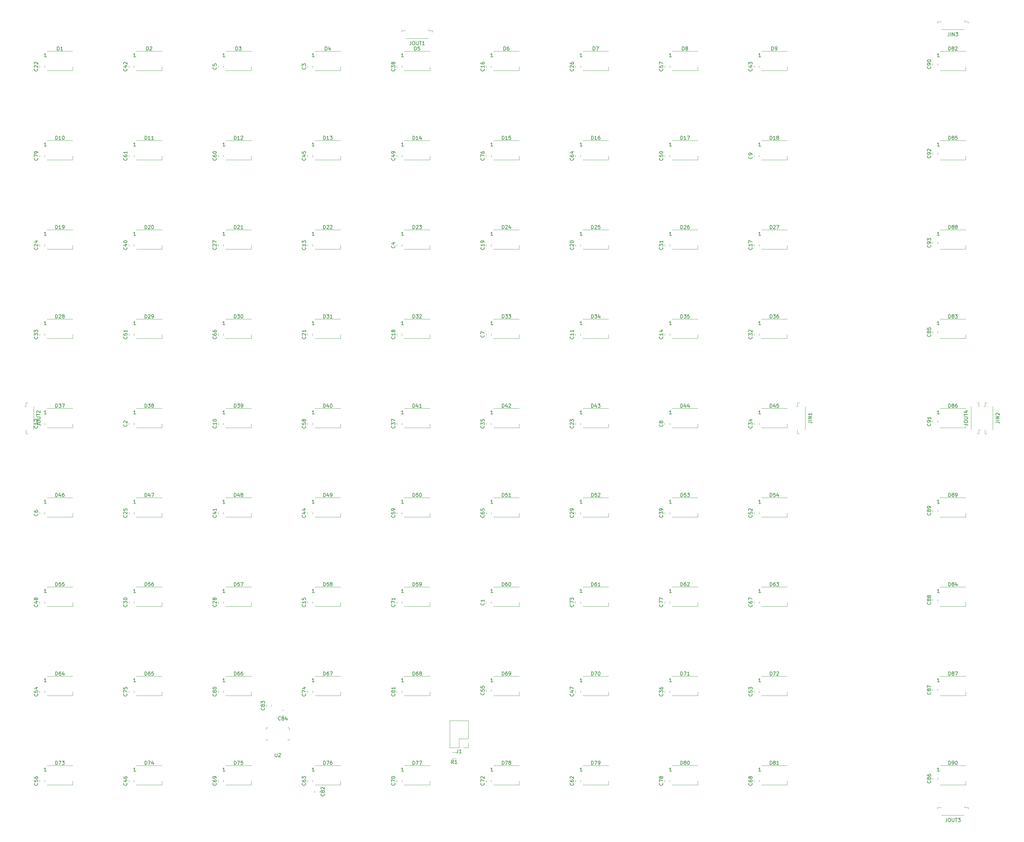
<source format=gbr>
G04 #@! TF.GenerationSoftware,KiCad,Pcbnew,(5.1.4)-1*
G04 #@! TF.CreationDate,2020-04-23T20:30:29-07:00*
G04 #@! TF.ProjectId,tetris,74657472-6973-42e6-9b69-6361645f7063,rev?*
G04 #@! TF.SameCoordinates,Original*
G04 #@! TF.FileFunction,Legend,Top*
G04 #@! TF.FilePolarity,Positive*
%FSLAX46Y46*%
G04 Gerber Fmt 4.6, Leading zero omitted, Abs format (unit mm)*
G04 Created by KiCad (PCBNEW (5.1.4)-1) date 2020-04-23 20:30:29*
%MOMM*%
%LPD*%
G04 APERTURE LIST*
%ADD10C,0.120000*%
%ADD11C,0.100000*%
%ADD12C,0.150000*%
G04 APERTURE END LIST*
D10*
X284540000Y-130240000D02*
X284540000Y-123760000D01*
X286760000Y-122590000D02*
X286760000Y-123690000D01*
X286310000Y-122590000D02*
X286760000Y-122590000D01*
X286760000Y-130310000D02*
X287150000Y-130310000D01*
X286760000Y-131410000D02*
X286760000Y-130310000D01*
X286310000Y-131410000D02*
X286760000Y-131410000D01*
X282640000Y-239970000D02*
X276160000Y-239970000D01*
X274990000Y-237750000D02*
X276090000Y-237750000D01*
X274990000Y-238200000D02*
X274990000Y-237750000D01*
X282710000Y-237750000D02*
X282710000Y-237360000D01*
X283810000Y-237750000D02*
X282710000Y-237750000D01*
X283810000Y-238200000D02*
X283810000Y-237750000D01*
X282640000Y-16450000D02*
X276160000Y-16450000D01*
X274990000Y-14230000D02*
X276090000Y-14230000D01*
X274990000Y-14680000D02*
X274990000Y-14230000D01*
X282710000Y-14230000D02*
X282710000Y-13840000D01*
X283810000Y-14230000D02*
X282710000Y-14230000D01*
X283810000Y-14680000D02*
X283810000Y-14230000D01*
X290770000Y-123760000D02*
X290770000Y-130240000D01*
X288550000Y-131410000D02*
X288550000Y-130310000D01*
X289000000Y-131410000D02*
X288550000Y-131410000D01*
X288550000Y-123690000D02*
X288160000Y-123690000D01*
X288550000Y-122590000D02*
X288550000Y-123690000D01*
X289000000Y-122590000D02*
X288550000Y-122590000D01*
X283050000Y-231350000D02*
X283050000Y-230200000D01*
X275750000Y-231350000D02*
X283050000Y-231350000D01*
X275750000Y-225850000D02*
X283050000Y-225850000D01*
X283050000Y-155150000D02*
X283050000Y-154000000D01*
X275750000Y-155150000D02*
X283050000Y-155150000D01*
X275750000Y-149650000D02*
X283050000Y-149650000D01*
X283050000Y-78950000D02*
X283050000Y-77800000D01*
X275750000Y-78950000D02*
X283050000Y-78950000D01*
X275750000Y-73450000D02*
X283050000Y-73450000D01*
X283050000Y-205950000D02*
X283050000Y-204800000D01*
X275750000Y-205950000D02*
X283050000Y-205950000D01*
X275750000Y-200450000D02*
X283050000Y-200450000D01*
X283050000Y-129750000D02*
X283050000Y-128600000D01*
X275750000Y-129750000D02*
X283050000Y-129750000D01*
X275750000Y-124250000D02*
X283050000Y-124250000D01*
X283050000Y-53550000D02*
X283050000Y-52400000D01*
X275750000Y-53550000D02*
X283050000Y-53550000D01*
X275750000Y-48050000D02*
X283050000Y-48050000D01*
X283050000Y-180550000D02*
X283050000Y-179400000D01*
X275750000Y-180550000D02*
X283050000Y-180550000D01*
X275750000Y-175050000D02*
X283050000Y-175050000D01*
X283050000Y-104350000D02*
X283050000Y-103200000D01*
X275750000Y-104350000D02*
X283050000Y-104350000D01*
X275750000Y-98850000D02*
X283050000Y-98850000D01*
X283050000Y-28150000D02*
X283050000Y-27000000D01*
X275750000Y-28150000D02*
X283050000Y-28150000D01*
X275750000Y-22650000D02*
X283050000Y-22650000D01*
X275030000Y-77396078D02*
X275030000Y-76878922D01*
X273610000Y-77396078D02*
X273610000Y-76878922D01*
X275030000Y-51996078D02*
X275030000Y-51478922D01*
X273610000Y-51996078D02*
X273610000Y-51478922D01*
X275030000Y-128196078D02*
X275030000Y-127678922D01*
X273610000Y-128196078D02*
X273610000Y-127678922D01*
X275030000Y-26596078D02*
X275030000Y-26078922D01*
X273610000Y-26596078D02*
X273610000Y-26078922D01*
X275030000Y-153596078D02*
X275030000Y-153078922D01*
X273610000Y-153596078D02*
X273610000Y-153078922D01*
X275030000Y-178996078D02*
X275030000Y-178478922D01*
X273610000Y-178996078D02*
X273610000Y-178478922D01*
X275030000Y-204588578D02*
X275030000Y-204071422D01*
X273610000Y-204588578D02*
X273610000Y-204071422D01*
X275030000Y-229796078D02*
X275030000Y-229278922D01*
X273610000Y-229796078D02*
X273610000Y-229278922D01*
X275030000Y-102796078D02*
X275030000Y-102278922D01*
X273610000Y-102796078D02*
X273610000Y-102278922D01*
X17974000Y-123760000D02*
X17974000Y-130240000D01*
X15754000Y-131410000D02*
X15754000Y-130310000D01*
X16204000Y-131410000D02*
X15754000Y-131410000D01*
X15754000Y-123690000D02*
X15364000Y-123690000D01*
X15754000Y-122590000D02*
X15754000Y-123690000D01*
X16204000Y-122590000D02*
X15754000Y-122590000D01*
X130240000Y-18990000D02*
X123760000Y-18990000D01*
X122590000Y-16770000D02*
X123690000Y-16770000D01*
X122590000Y-17220000D02*
X122590000Y-16770000D01*
X130310000Y-16770000D02*
X130310000Y-16380000D01*
X131410000Y-16770000D02*
X130310000Y-16770000D01*
X131410000Y-17220000D02*
X131410000Y-16770000D01*
X237430000Y-123760000D02*
X237430000Y-130240000D01*
X235210000Y-131410000D02*
X235210000Y-130310000D01*
X235660000Y-131410000D02*
X235210000Y-131410000D01*
X235210000Y-123690000D02*
X234820000Y-123690000D01*
X235210000Y-122590000D02*
X235210000Y-123690000D01*
X235660000Y-122590000D02*
X235210000Y-122590000D01*
D11*
X84101000Y-218589000D02*
X84101000Y-218289000D01*
X84476000Y-218589000D02*
X84101000Y-218589000D01*
X90651000Y-218589000D02*
X90651000Y-218189000D01*
X90151000Y-218589000D02*
X90651000Y-218589000D01*
X84101000Y-215039000D02*
X84551000Y-215039000D01*
X84101000Y-215514000D02*
X84101000Y-215039000D01*
X90351000Y-215039000D02*
X90351000Y-214844000D01*
X90651000Y-215364000D02*
X90351000Y-215039000D01*
X90651000Y-215839000D02*
X90651000Y-215364000D01*
D10*
X138146064Y-222102000D02*
X136941936Y-222102000D01*
X138146064Y-223922000D02*
X136941936Y-223922000D01*
X141538000Y-220786000D02*
X140208000Y-220786000D01*
X141538000Y-219456000D02*
X141538000Y-220786000D01*
X138938000Y-220786000D02*
X136338000Y-220786000D01*
X138938000Y-218186000D02*
X138938000Y-220786000D01*
X141538000Y-218186000D02*
X138938000Y-218186000D01*
X136338000Y-220786000D02*
X136338000Y-213046000D01*
X141538000Y-218186000D02*
X141538000Y-213046000D01*
X141538000Y-213046000D02*
X136338000Y-213046000D01*
X89080078Y-210110000D02*
X88562922Y-210110000D01*
X89080078Y-211530000D02*
X88562922Y-211530000D01*
X85546000Y-209046578D02*
X85546000Y-208529422D01*
X84126000Y-209046578D02*
X84126000Y-208529422D01*
X97842000Y-232991922D02*
X97842000Y-233509078D01*
X99262000Y-232991922D02*
X99262000Y-233509078D01*
X232250000Y-231350000D02*
X232250000Y-230200000D01*
X224950000Y-231350000D02*
X232250000Y-231350000D01*
X224950000Y-225850000D02*
X232250000Y-225850000D01*
X206850000Y-231350000D02*
X206850000Y-230200000D01*
X199550000Y-231350000D02*
X206850000Y-231350000D01*
X199550000Y-225850000D02*
X206850000Y-225850000D01*
X181450000Y-231350000D02*
X181450000Y-230200000D01*
X174150000Y-231350000D02*
X181450000Y-231350000D01*
X174150000Y-225850000D02*
X181450000Y-225850000D01*
X156050000Y-231350000D02*
X156050000Y-230200000D01*
X148750000Y-231350000D02*
X156050000Y-231350000D01*
X148750000Y-225850000D02*
X156050000Y-225850000D01*
X130650000Y-231350000D02*
X130650000Y-230200000D01*
X123350000Y-231350000D02*
X130650000Y-231350000D01*
X123350000Y-225850000D02*
X130650000Y-225850000D01*
X105250000Y-231350000D02*
X105250000Y-230200000D01*
X97950000Y-231350000D02*
X105250000Y-231350000D01*
X97950000Y-225850000D02*
X105250000Y-225850000D01*
X79850000Y-231350000D02*
X79850000Y-230200000D01*
X72550000Y-231350000D02*
X79850000Y-231350000D01*
X72550000Y-225850000D02*
X79850000Y-225850000D01*
X54450000Y-231350000D02*
X54450000Y-230200000D01*
X47150000Y-231350000D02*
X54450000Y-231350000D01*
X47150000Y-225850000D02*
X54450000Y-225850000D01*
X29050000Y-231350000D02*
X29050000Y-230200000D01*
X21750000Y-231350000D02*
X29050000Y-231350000D01*
X21750000Y-225850000D02*
X29050000Y-225850000D01*
X232250000Y-205950000D02*
X232250000Y-204800000D01*
X224950000Y-205950000D02*
X232250000Y-205950000D01*
X224950000Y-200450000D02*
X232250000Y-200450000D01*
X206850000Y-205950000D02*
X206850000Y-204800000D01*
X199550000Y-205950000D02*
X206850000Y-205950000D01*
X199550000Y-200450000D02*
X206850000Y-200450000D01*
X181450000Y-205950000D02*
X181450000Y-204800000D01*
X174150000Y-205950000D02*
X181450000Y-205950000D01*
X174150000Y-200450000D02*
X181450000Y-200450000D01*
X156050000Y-205950000D02*
X156050000Y-204800000D01*
X148750000Y-205950000D02*
X156050000Y-205950000D01*
X148750000Y-200450000D02*
X156050000Y-200450000D01*
X130650000Y-205950000D02*
X130650000Y-204800000D01*
X123350000Y-205950000D02*
X130650000Y-205950000D01*
X123350000Y-200450000D02*
X130650000Y-200450000D01*
X105250000Y-205950000D02*
X105250000Y-204800000D01*
X97950000Y-205950000D02*
X105250000Y-205950000D01*
X97950000Y-200450000D02*
X105250000Y-200450000D01*
X79850000Y-205950000D02*
X79850000Y-204800000D01*
X72550000Y-205950000D02*
X79850000Y-205950000D01*
X72550000Y-200450000D02*
X79850000Y-200450000D01*
X54450000Y-205950000D02*
X54450000Y-204800000D01*
X47150000Y-205950000D02*
X54450000Y-205950000D01*
X47150000Y-200450000D02*
X54450000Y-200450000D01*
X29050000Y-205950000D02*
X29050000Y-204800000D01*
X21750000Y-205950000D02*
X29050000Y-205950000D01*
X21750000Y-200450000D02*
X29050000Y-200450000D01*
X232250000Y-180550000D02*
X232250000Y-179400000D01*
X224950000Y-180550000D02*
X232250000Y-180550000D01*
X224950000Y-175050000D02*
X232250000Y-175050000D01*
X206850000Y-180550000D02*
X206850000Y-179400000D01*
X199550000Y-180550000D02*
X206850000Y-180550000D01*
X199550000Y-175050000D02*
X206850000Y-175050000D01*
X181450000Y-180550000D02*
X181450000Y-179400000D01*
X174150000Y-180550000D02*
X181450000Y-180550000D01*
X174150000Y-175050000D02*
X181450000Y-175050000D01*
X156050000Y-180550000D02*
X156050000Y-179400000D01*
X148750000Y-180550000D02*
X156050000Y-180550000D01*
X148750000Y-175050000D02*
X156050000Y-175050000D01*
X130650000Y-180550000D02*
X130650000Y-179400000D01*
X123350000Y-180550000D02*
X130650000Y-180550000D01*
X123350000Y-175050000D02*
X130650000Y-175050000D01*
X105250000Y-180550000D02*
X105250000Y-179400000D01*
X97950000Y-180550000D02*
X105250000Y-180550000D01*
X97950000Y-175050000D02*
X105250000Y-175050000D01*
X79850000Y-180550000D02*
X79850000Y-179400000D01*
X72550000Y-180550000D02*
X79850000Y-180550000D01*
X72550000Y-175050000D02*
X79850000Y-175050000D01*
X54450000Y-180550000D02*
X54450000Y-179400000D01*
X47150000Y-180550000D02*
X54450000Y-180550000D01*
X47150000Y-175050000D02*
X54450000Y-175050000D01*
X29050000Y-180550000D02*
X29050000Y-179400000D01*
X21750000Y-180550000D02*
X29050000Y-180550000D01*
X21750000Y-175050000D02*
X29050000Y-175050000D01*
X232250000Y-155150000D02*
X232250000Y-154000000D01*
X224950000Y-155150000D02*
X232250000Y-155150000D01*
X224950000Y-149650000D02*
X232250000Y-149650000D01*
X206850000Y-155150000D02*
X206850000Y-154000000D01*
X199550000Y-155150000D02*
X206850000Y-155150000D01*
X199550000Y-149650000D02*
X206850000Y-149650000D01*
X181450000Y-155150000D02*
X181450000Y-154000000D01*
X174150000Y-155150000D02*
X181450000Y-155150000D01*
X174150000Y-149650000D02*
X181450000Y-149650000D01*
X156050000Y-155150000D02*
X156050000Y-154000000D01*
X148750000Y-155150000D02*
X156050000Y-155150000D01*
X148750000Y-149650000D02*
X156050000Y-149650000D01*
X130650000Y-155150000D02*
X130650000Y-154000000D01*
X123350000Y-155150000D02*
X130650000Y-155150000D01*
X123350000Y-149650000D02*
X130650000Y-149650000D01*
X105250000Y-155150000D02*
X105250000Y-154000000D01*
X97950000Y-155150000D02*
X105250000Y-155150000D01*
X97950000Y-149650000D02*
X105250000Y-149650000D01*
X79850000Y-155150000D02*
X79850000Y-154000000D01*
X72550000Y-155150000D02*
X79850000Y-155150000D01*
X72550000Y-149650000D02*
X79850000Y-149650000D01*
X54450000Y-155150000D02*
X54450000Y-154000000D01*
X47150000Y-155150000D02*
X54450000Y-155150000D01*
X47150000Y-149650000D02*
X54450000Y-149650000D01*
X29050000Y-155150000D02*
X29050000Y-154000000D01*
X21750000Y-155150000D02*
X29050000Y-155150000D01*
X21750000Y-149650000D02*
X29050000Y-149650000D01*
X232250000Y-129750000D02*
X232250000Y-128600000D01*
X224950000Y-129750000D02*
X232250000Y-129750000D01*
X224950000Y-124250000D02*
X232250000Y-124250000D01*
X206850000Y-129750000D02*
X206850000Y-128600000D01*
X199550000Y-129750000D02*
X206850000Y-129750000D01*
X199550000Y-124250000D02*
X206850000Y-124250000D01*
X181450000Y-129750000D02*
X181450000Y-128600000D01*
X174150000Y-129750000D02*
X181450000Y-129750000D01*
X174150000Y-124250000D02*
X181450000Y-124250000D01*
X156050000Y-129750000D02*
X156050000Y-128600000D01*
X148750000Y-129750000D02*
X156050000Y-129750000D01*
X148750000Y-124250000D02*
X156050000Y-124250000D01*
X130650000Y-129750000D02*
X130650000Y-128600000D01*
X123350000Y-129750000D02*
X130650000Y-129750000D01*
X123350000Y-124250000D02*
X130650000Y-124250000D01*
X105250000Y-129750000D02*
X105250000Y-128600000D01*
X97950000Y-129750000D02*
X105250000Y-129750000D01*
X97950000Y-124250000D02*
X105250000Y-124250000D01*
X79850000Y-129750000D02*
X79850000Y-128600000D01*
X72550000Y-129750000D02*
X79850000Y-129750000D01*
X72550000Y-124250000D02*
X79850000Y-124250000D01*
X54450000Y-129750000D02*
X54450000Y-128600000D01*
X47150000Y-129750000D02*
X54450000Y-129750000D01*
X47150000Y-124250000D02*
X54450000Y-124250000D01*
X29050000Y-129750000D02*
X29050000Y-128600000D01*
X21750000Y-129750000D02*
X29050000Y-129750000D01*
X21750000Y-124250000D02*
X29050000Y-124250000D01*
X232250000Y-104350000D02*
X232250000Y-103200000D01*
X224950000Y-104350000D02*
X232250000Y-104350000D01*
X224950000Y-98850000D02*
X232250000Y-98850000D01*
X206850000Y-104350000D02*
X206850000Y-103200000D01*
X199550000Y-104350000D02*
X206850000Y-104350000D01*
X199550000Y-98850000D02*
X206850000Y-98850000D01*
X181450000Y-104350000D02*
X181450000Y-103200000D01*
X174150000Y-104350000D02*
X181450000Y-104350000D01*
X174150000Y-98850000D02*
X181450000Y-98850000D01*
X156050000Y-104350000D02*
X156050000Y-103200000D01*
X148750000Y-104350000D02*
X156050000Y-104350000D01*
X148750000Y-98850000D02*
X156050000Y-98850000D01*
X130650000Y-104350000D02*
X130650000Y-103200000D01*
X123350000Y-104350000D02*
X130650000Y-104350000D01*
X123350000Y-98850000D02*
X130650000Y-98850000D01*
X105250000Y-104350000D02*
X105250000Y-103200000D01*
X97950000Y-104350000D02*
X105250000Y-104350000D01*
X97950000Y-98850000D02*
X105250000Y-98850000D01*
X79850000Y-104350000D02*
X79850000Y-103200000D01*
X72550000Y-104350000D02*
X79850000Y-104350000D01*
X72550000Y-98850000D02*
X79850000Y-98850000D01*
X54450000Y-104350000D02*
X54450000Y-103200000D01*
X47150000Y-104350000D02*
X54450000Y-104350000D01*
X47150000Y-98850000D02*
X54450000Y-98850000D01*
X29050000Y-104350000D02*
X29050000Y-103200000D01*
X21750000Y-104350000D02*
X29050000Y-104350000D01*
X21750000Y-98850000D02*
X29050000Y-98850000D01*
X232250000Y-78950000D02*
X232250000Y-77800000D01*
X224950000Y-78950000D02*
X232250000Y-78950000D01*
X224950000Y-73450000D02*
X232250000Y-73450000D01*
X206850000Y-78950000D02*
X206850000Y-77800000D01*
X199550000Y-78950000D02*
X206850000Y-78950000D01*
X199550000Y-73450000D02*
X206850000Y-73450000D01*
X181450000Y-78950000D02*
X181450000Y-77800000D01*
X174150000Y-78950000D02*
X181450000Y-78950000D01*
X174150000Y-73450000D02*
X181450000Y-73450000D01*
X156050000Y-78950000D02*
X156050000Y-77800000D01*
X148750000Y-78950000D02*
X156050000Y-78950000D01*
X148750000Y-73450000D02*
X156050000Y-73450000D01*
X130650000Y-78950000D02*
X130650000Y-77800000D01*
X123350000Y-78950000D02*
X130650000Y-78950000D01*
X123350000Y-73450000D02*
X130650000Y-73450000D01*
X105250000Y-78950000D02*
X105250000Y-77800000D01*
X97950000Y-78950000D02*
X105250000Y-78950000D01*
X97950000Y-73450000D02*
X105250000Y-73450000D01*
X79850000Y-78950000D02*
X79850000Y-77800000D01*
X72550000Y-78950000D02*
X79850000Y-78950000D01*
X72550000Y-73450000D02*
X79850000Y-73450000D01*
X54450000Y-78950000D02*
X54450000Y-77800000D01*
X47150000Y-78950000D02*
X54450000Y-78950000D01*
X47150000Y-73450000D02*
X54450000Y-73450000D01*
X29050000Y-78950000D02*
X29050000Y-77800000D01*
X21750000Y-78950000D02*
X29050000Y-78950000D01*
X21750000Y-73450000D02*
X29050000Y-73450000D01*
X232250000Y-53550000D02*
X232250000Y-52400000D01*
X224950000Y-53550000D02*
X232250000Y-53550000D01*
X224950000Y-48050000D02*
X232250000Y-48050000D01*
X206850000Y-53550000D02*
X206850000Y-52400000D01*
X199550000Y-53550000D02*
X206850000Y-53550000D01*
X199550000Y-48050000D02*
X206850000Y-48050000D01*
X181450000Y-53550000D02*
X181450000Y-52400000D01*
X174150000Y-53550000D02*
X181450000Y-53550000D01*
X174150000Y-48050000D02*
X181450000Y-48050000D01*
X156050000Y-53550000D02*
X156050000Y-52400000D01*
X148750000Y-53550000D02*
X156050000Y-53550000D01*
X148750000Y-48050000D02*
X156050000Y-48050000D01*
X130650000Y-53550000D02*
X130650000Y-52400000D01*
X123350000Y-53550000D02*
X130650000Y-53550000D01*
X123350000Y-48050000D02*
X130650000Y-48050000D01*
X105250000Y-53550000D02*
X105250000Y-52400000D01*
X97950000Y-53550000D02*
X105250000Y-53550000D01*
X97950000Y-48050000D02*
X105250000Y-48050000D01*
X79850000Y-53550000D02*
X79850000Y-52400000D01*
X72550000Y-53550000D02*
X79850000Y-53550000D01*
X72550000Y-48050000D02*
X79850000Y-48050000D01*
X54450000Y-53550000D02*
X54450000Y-52400000D01*
X47150000Y-53550000D02*
X54450000Y-53550000D01*
X47150000Y-48050000D02*
X54450000Y-48050000D01*
X29050000Y-53550000D02*
X29050000Y-52400000D01*
X21750000Y-53550000D02*
X29050000Y-53550000D01*
X21750000Y-48050000D02*
X29050000Y-48050000D01*
X232250000Y-28150000D02*
X232250000Y-27000000D01*
X224950000Y-28150000D02*
X232250000Y-28150000D01*
X224950000Y-22650000D02*
X232250000Y-22650000D01*
X206850000Y-28150000D02*
X206850000Y-27000000D01*
X199550000Y-28150000D02*
X206850000Y-28150000D01*
X199550000Y-22650000D02*
X206850000Y-22650000D01*
X181450000Y-28150000D02*
X181450000Y-27000000D01*
X174150000Y-28150000D02*
X181450000Y-28150000D01*
X174150000Y-22650000D02*
X181450000Y-22650000D01*
X156050000Y-28150000D02*
X156050000Y-27000000D01*
X148750000Y-28150000D02*
X156050000Y-28150000D01*
X148750000Y-22650000D02*
X156050000Y-22650000D01*
X130650000Y-28150000D02*
X130650000Y-27000000D01*
X123350000Y-28150000D02*
X130650000Y-28150000D01*
X123350000Y-22650000D02*
X130650000Y-22650000D01*
X105250000Y-28150000D02*
X105250000Y-27000000D01*
X97950000Y-28150000D02*
X105250000Y-28150000D01*
X97950000Y-22650000D02*
X105250000Y-22650000D01*
X79850000Y-28150000D02*
X79850000Y-27000000D01*
X72550000Y-28150000D02*
X79850000Y-28150000D01*
X72550000Y-22650000D02*
X79850000Y-22650000D01*
X54450000Y-28150000D02*
X54450000Y-27000000D01*
X47150000Y-28150000D02*
X54450000Y-28150000D01*
X47150000Y-22650000D02*
X54450000Y-22650000D01*
X29050000Y-28150000D02*
X29050000Y-27000000D01*
X21750000Y-28150000D02*
X29050000Y-28150000D01*
X21750000Y-22650000D02*
X29050000Y-22650000D01*
X122630000Y-205061078D02*
X122630000Y-204543922D01*
X121210000Y-205061078D02*
X121210000Y-204543922D01*
X71830000Y-205061078D02*
X71830000Y-204543922D01*
X70410000Y-205061078D02*
X70410000Y-204543922D01*
X21030000Y-52661078D02*
X21030000Y-52143922D01*
X19610000Y-52661078D02*
X19610000Y-52143922D01*
X198830000Y-230461078D02*
X198830000Y-229943922D01*
X197410000Y-230461078D02*
X197410000Y-229943922D01*
X198830000Y-179661078D02*
X198830000Y-179143922D01*
X197410000Y-179661078D02*
X197410000Y-179143922D01*
X148030000Y-52661078D02*
X148030000Y-52143922D01*
X146610000Y-52661078D02*
X146610000Y-52143922D01*
X46430000Y-205061078D02*
X46430000Y-204543922D01*
X45010000Y-205061078D02*
X45010000Y-204543922D01*
X97230000Y-205061078D02*
X97230000Y-204543922D01*
X95810000Y-205061078D02*
X95810000Y-204543922D01*
X173430000Y-179661078D02*
X173430000Y-179143922D01*
X172010000Y-179661078D02*
X172010000Y-179143922D01*
X148030000Y-230461078D02*
X148030000Y-229943922D01*
X146610000Y-230461078D02*
X146610000Y-229943922D01*
X122630000Y-179661078D02*
X122630000Y-179143922D01*
X121210000Y-179661078D02*
X121210000Y-179143922D01*
X122630000Y-230461078D02*
X122630000Y-229943922D01*
X121210000Y-230461078D02*
X121210000Y-229943922D01*
X71830000Y-230461078D02*
X71830000Y-229943922D01*
X70410000Y-230461078D02*
X70410000Y-229943922D01*
X224230000Y-230461078D02*
X224230000Y-229943922D01*
X222810000Y-230461078D02*
X222810000Y-229943922D01*
X224230000Y-179661078D02*
X224230000Y-179143922D01*
X222810000Y-179661078D02*
X222810000Y-179143922D01*
X71830000Y-103461078D02*
X71830000Y-102943922D01*
X70410000Y-103461078D02*
X70410000Y-102943922D01*
X148030000Y-154261078D02*
X148030000Y-153743922D01*
X146610000Y-154261078D02*
X146610000Y-153743922D01*
X173430000Y-52661078D02*
X173430000Y-52143922D01*
X172010000Y-52661078D02*
X172010000Y-52143922D01*
X97230000Y-230461078D02*
X97230000Y-229943922D01*
X95810000Y-230461078D02*
X95810000Y-229943922D01*
X173430000Y-230461078D02*
X173430000Y-229943922D01*
X172010000Y-230461078D02*
X172010000Y-229943922D01*
X46430000Y-52661078D02*
X46430000Y-52143922D01*
X45010000Y-52661078D02*
X45010000Y-52143922D01*
X71830000Y-52661078D02*
X71830000Y-52143922D01*
X70410000Y-52661078D02*
X70410000Y-52143922D01*
X122630000Y-154261078D02*
X122630000Y-153743922D01*
X121210000Y-154261078D02*
X121210000Y-153743922D01*
X97230000Y-128861078D02*
X97230000Y-128343922D01*
X95810000Y-128861078D02*
X95810000Y-128343922D01*
X198830000Y-27261078D02*
X198830000Y-26743922D01*
X197410000Y-27261078D02*
X197410000Y-26743922D01*
X21030000Y-230461078D02*
X21030000Y-229943922D01*
X19610000Y-230461078D02*
X19610000Y-229943922D01*
X148030000Y-204728578D02*
X148030000Y-204211422D01*
X146610000Y-204728578D02*
X146610000Y-204211422D01*
X21030000Y-205061078D02*
X21030000Y-204543922D01*
X19610000Y-205061078D02*
X19610000Y-204543922D01*
X224230000Y-205061078D02*
X224230000Y-204543922D01*
X222810000Y-205061078D02*
X222810000Y-204543922D01*
X224230000Y-154261078D02*
X224230000Y-153743922D01*
X222810000Y-154261078D02*
X222810000Y-153743922D01*
X46430000Y-103461078D02*
X46430000Y-102943922D01*
X45010000Y-103461078D02*
X45010000Y-102943922D01*
X198830000Y-52661078D02*
X198830000Y-52143922D01*
X197410000Y-52661078D02*
X197410000Y-52143922D01*
X122630000Y-52661078D02*
X122630000Y-52143922D01*
X121210000Y-52661078D02*
X121210000Y-52143922D01*
X21030000Y-179661078D02*
X21030000Y-179143922D01*
X19610000Y-179661078D02*
X19610000Y-179143922D01*
X173430000Y-205061078D02*
X173430000Y-204543922D01*
X172010000Y-205061078D02*
X172010000Y-204543922D01*
X46430000Y-230461078D02*
X46430000Y-229943922D01*
X45010000Y-230461078D02*
X45010000Y-229943922D01*
X97230000Y-52661078D02*
X97230000Y-52143922D01*
X95810000Y-52661078D02*
X95810000Y-52143922D01*
X97230000Y-154261078D02*
X97230000Y-153743922D01*
X95810000Y-154261078D02*
X95810000Y-153743922D01*
X224230000Y-27261078D02*
X224230000Y-26743922D01*
X222810000Y-27261078D02*
X222810000Y-26743922D01*
X46430000Y-27261078D02*
X46430000Y-26743922D01*
X45010000Y-27261078D02*
X45010000Y-26743922D01*
X71830000Y-154261078D02*
X71830000Y-153743922D01*
X70410000Y-154261078D02*
X70410000Y-153743922D01*
X46430000Y-78061078D02*
X46430000Y-77543922D01*
X45010000Y-78061078D02*
X45010000Y-77543922D01*
X198830000Y-154261078D02*
X198830000Y-153743922D01*
X197410000Y-154261078D02*
X197410000Y-153743922D01*
X122630000Y-27261078D02*
X122630000Y-26743922D01*
X121210000Y-27261078D02*
X121210000Y-26743922D01*
X122630000Y-128861078D02*
X122630000Y-128343922D01*
X121210000Y-128861078D02*
X121210000Y-128343922D01*
X198830000Y-205061078D02*
X198830000Y-204543922D01*
X197410000Y-205061078D02*
X197410000Y-204543922D01*
X148030000Y-128861078D02*
X148030000Y-128343922D01*
X146610000Y-128861078D02*
X146610000Y-128343922D01*
X224230000Y-128861078D02*
X224230000Y-128343922D01*
X222810000Y-128861078D02*
X222810000Y-128343922D01*
X21030000Y-103461078D02*
X21030000Y-102943922D01*
X19610000Y-103461078D02*
X19610000Y-102943922D01*
X224230000Y-103461078D02*
X224230000Y-102943922D01*
X222810000Y-103461078D02*
X222810000Y-102943922D01*
X198830000Y-78061078D02*
X198830000Y-77543922D01*
X197410000Y-78061078D02*
X197410000Y-77543922D01*
X46430000Y-179661078D02*
X46430000Y-179143922D01*
X45010000Y-179661078D02*
X45010000Y-179143922D01*
X173430000Y-154261078D02*
X173430000Y-153743922D01*
X172010000Y-154261078D02*
X172010000Y-153743922D01*
X71830000Y-179661078D02*
X71830000Y-179143922D01*
X70410000Y-179661078D02*
X70410000Y-179143922D01*
X71830000Y-78061078D02*
X71830000Y-77543922D01*
X70410000Y-78061078D02*
X70410000Y-77543922D01*
X173430000Y-27261078D02*
X173430000Y-26743922D01*
X172010000Y-27261078D02*
X172010000Y-26743922D01*
X46430000Y-154261078D02*
X46430000Y-153743922D01*
X45010000Y-154261078D02*
X45010000Y-153743922D01*
X21030000Y-78061078D02*
X21030000Y-77543922D01*
X19610000Y-78061078D02*
X19610000Y-77543922D01*
X173430000Y-128861078D02*
X173430000Y-128343922D01*
X172010000Y-128861078D02*
X172010000Y-128343922D01*
X21030000Y-27261078D02*
X21030000Y-26743922D01*
X19610000Y-27261078D02*
X19610000Y-26743922D01*
X97230000Y-103461078D02*
X97230000Y-102943922D01*
X95810000Y-103461078D02*
X95810000Y-102943922D01*
X173430000Y-78061078D02*
X173430000Y-77543922D01*
X172010000Y-78061078D02*
X172010000Y-77543922D01*
X148030000Y-78061078D02*
X148030000Y-77543922D01*
X146610000Y-78061078D02*
X146610000Y-77543922D01*
X122630000Y-103461078D02*
X122630000Y-102943922D01*
X121210000Y-103461078D02*
X121210000Y-102943922D01*
X224230000Y-78061078D02*
X224230000Y-77543922D01*
X222810000Y-78061078D02*
X222810000Y-77543922D01*
X148030000Y-27261078D02*
X148030000Y-26743922D01*
X146610000Y-27261078D02*
X146610000Y-26743922D01*
X97230000Y-179661078D02*
X97230000Y-179143922D01*
X95810000Y-179661078D02*
X95810000Y-179143922D01*
X198830000Y-103461078D02*
X198830000Y-102943922D01*
X197410000Y-103461078D02*
X197410000Y-102943922D01*
X97230000Y-78061078D02*
X97230000Y-77543922D01*
X95810000Y-78061078D02*
X95810000Y-77543922D01*
X21030000Y-128861078D02*
X21030000Y-128343922D01*
X19610000Y-128861078D02*
X19610000Y-128343922D01*
X173430000Y-103461078D02*
X173430000Y-102943922D01*
X172010000Y-103461078D02*
X172010000Y-102943922D01*
X71830000Y-128861078D02*
X71830000Y-128343922D01*
X70410000Y-128861078D02*
X70410000Y-128343922D01*
X224230000Y-52661078D02*
X224230000Y-52143922D01*
X222810000Y-52661078D02*
X222810000Y-52143922D01*
X198830000Y-128861078D02*
X198830000Y-128343922D01*
X197410000Y-128861078D02*
X197410000Y-128343922D01*
X148030000Y-103461078D02*
X148030000Y-102943922D01*
X146610000Y-103461078D02*
X146610000Y-102943922D01*
X21030000Y-154261078D02*
X21030000Y-153743922D01*
X19610000Y-154261078D02*
X19610000Y-153743922D01*
X71830000Y-27261078D02*
X71830000Y-26743922D01*
X70410000Y-27261078D02*
X70410000Y-26743922D01*
X122630000Y-78061078D02*
X122630000Y-77543922D01*
X121210000Y-78061078D02*
X121210000Y-77543922D01*
X97230000Y-27261078D02*
X97230000Y-26743922D01*
X95810000Y-27261078D02*
X95810000Y-26743922D01*
X46430000Y-128861078D02*
X46430000Y-128343922D01*
X45010000Y-128861078D02*
X45010000Y-128343922D01*
X148030000Y-179661078D02*
X148030000Y-179143922D01*
X146610000Y-179661078D02*
X146610000Y-179143922D01*
D12*
X282602380Y-128761904D02*
X283316666Y-128761904D01*
X283459523Y-128809523D01*
X283554761Y-128904761D01*
X283602380Y-129047619D01*
X283602380Y-129142857D01*
X282602380Y-128095238D02*
X282602380Y-127904761D01*
X282650000Y-127809523D01*
X282745238Y-127714285D01*
X282935714Y-127666666D01*
X283269047Y-127666666D01*
X283459523Y-127714285D01*
X283554761Y-127809523D01*
X283602380Y-127904761D01*
X283602380Y-128095238D01*
X283554761Y-128190476D01*
X283459523Y-128285714D01*
X283269047Y-128333333D01*
X282935714Y-128333333D01*
X282745238Y-128285714D01*
X282650000Y-128190476D01*
X282602380Y-128095238D01*
X282602380Y-127238095D02*
X283411904Y-127238095D01*
X283507142Y-127190476D01*
X283554761Y-127142857D01*
X283602380Y-127047619D01*
X283602380Y-126857142D01*
X283554761Y-126761904D01*
X283507142Y-126714285D01*
X283411904Y-126666666D01*
X282602380Y-126666666D01*
X282602380Y-126333333D02*
X282602380Y-125761904D01*
X283602380Y-126047619D02*
X282602380Y-126047619D01*
X282935714Y-125000000D02*
X283602380Y-125000000D01*
X282554761Y-125238095D02*
X283269047Y-125476190D01*
X283269047Y-124857142D01*
X277638095Y-240812380D02*
X277638095Y-241526666D01*
X277590476Y-241669523D01*
X277495238Y-241764761D01*
X277352380Y-241812380D01*
X277257142Y-241812380D01*
X278304761Y-240812380D02*
X278495238Y-240812380D01*
X278590476Y-240860000D01*
X278685714Y-240955238D01*
X278733333Y-241145714D01*
X278733333Y-241479047D01*
X278685714Y-241669523D01*
X278590476Y-241764761D01*
X278495238Y-241812380D01*
X278304761Y-241812380D01*
X278209523Y-241764761D01*
X278114285Y-241669523D01*
X278066666Y-241479047D01*
X278066666Y-241145714D01*
X278114285Y-240955238D01*
X278209523Y-240860000D01*
X278304761Y-240812380D01*
X279161904Y-240812380D02*
X279161904Y-241621904D01*
X279209523Y-241717142D01*
X279257142Y-241764761D01*
X279352380Y-241812380D01*
X279542857Y-241812380D01*
X279638095Y-241764761D01*
X279685714Y-241717142D01*
X279733333Y-241621904D01*
X279733333Y-240812380D01*
X280066666Y-240812380D02*
X280638095Y-240812380D01*
X280352380Y-241812380D02*
X280352380Y-240812380D01*
X280876190Y-240812380D02*
X281495238Y-240812380D01*
X281161904Y-241193333D01*
X281304761Y-241193333D01*
X281400000Y-241240952D01*
X281447619Y-241288571D01*
X281495238Y-241383809D01*
X281495238Y-241621904D01*
X281447619Y-241717142D01*
X281400000Y-241764761D01*
X281304761Y-241812380D01*
X281019047Y-241812380D01*
X280923809Y-241764761D01*
X280876190Y-241717142D01*
X278304761Y-17292380D02*
X278304761Y-18006666D01*
X278257142Y-18149523D01*
X278161904Y-18244761D01*
X278019047Y-18292380D01*
X277923809Y-18292380D01*
X278780952Y-18292380D02*
X278780952Y-17292380D01*
X279257142Y-18292380D02*
X279257142Y-17292380D01*
X279828571Y-18292380D01*
X279828571Y-17292380D01*
X280209523Y-17292380D02*
X280828571Y-17292380D01*
X280495238Y-17673333D01*
X280638095Y-17673333D01*
X280733333Y-17720952D01*
X280780952Y-17768571D01*
X280828571Y-17863809D01*
X280828571Y-18101904D01*
X280780952Y-18197142D01*
X280733333Y-18244761D01*
X280638095Y-18292380D01*
X280352380Y-18292380D01*
X280257142Y-18244761D01*
X280209523Y-18197142D01*
X291612380Y-128095238D02*
X292326666Y-128095238D01*
X292469523Y-128142857D01*
X292564761Y-128238095D01*
X292612380Y-128380952D01*
X292612380Y-128476190D01*
X292612380Y-127619047D02*
X291612380Y-127619047D01*
X292612380Y-127142857D02*
X291612380Y-127142857D01*
X292612380Y-126571428D01*
X291612380Y-126571428D01*
X291707619Y-126142857D02*
X291660000Y-126095238D01*
X291612380Y-126000000D01*
X291612380Y-125761904D01*
X291660000Y-125666666D01*
X291707619Y-125619047D01*
X291802857Y-125571428D01*
X291898095Y-125571428D01*
X292040952Y-125619047D01*
X292612380Y-126190476D01*
X292612380Y-125571428D01*
X278185714Y-225552380D02*
X278185714Y-224552380D01*
X278423809Y-224552380D01*
X278566666Y-224600000D01*
X278661904Y-224695238D01*
X278709523Y-224790476D01*
X278757142Y-224980952D01*
X278757142Y-225123809D01*
X278709523Y-225314285D01*
X278661904Y-225409523D01*
X278566666Y-225504761D01*
X278423809Y-225552380D01*
X278185714Y-225552380D01*
X279233333Y-225552380D02*
X279423809Y-225552380D01*
X279519047Y-225504761D01*
X279566666Y-225457142D01*
X279661904Y-225314285D01*
X279709523Y-225123809D01*
X279709523Y-224742857D01*
X279661904Y-224647619D01*
X279614285Y-224600000D01*
X279519047Y-224552380D01*
X279328571Y-224552380D01*
X279233333Y-224600000D01*
X279185714Y-224647619D01*
X279138095Y-224742857D01*
X279138095Y-224980952D01*
X279185714Y-225076190D01*
X279233333Y-225123809D01*
X279328571Y-225171428D01*
X279519047Y-225171428D01*
X279614285Y-225123809D01*
X279661904Y-225076190D01*
X279709523Y-224980952D01*
X280328571Y-224552380D02*
X280423809Y-224552380D01*
X280519047Y-224600000D01*
X280566666Y-224647619D01*
X280614285Y-224742857D01*
X280661904Y-224933333D01*
X280661904Y-225171428D01*
X280614285Y-225361904D01*
X280566666Y-225457142D01*
X280519047Y-225504761D01*
X280423809Y-225552380D01*
X280328571Y-225552380D01*
X280233333Y-225504761D01*
X280185714Y-225457142D01*
X280138095Y-225361904D01*
X280090476Y-225171428D01*
X280090476Y-224933333D01*
X280138095Y-224742857D01*
X280185714Y-224647619D01*
X280233333Y-224600000D01*
X280328571Y-224552380D01*
X275535714Y-227452380D02*
X274964285Y-227452380D01*
X275250000Y-227452380D02*
X275250000Y-226452380D01*
X275154761Y-226595238D01*
X275059523Y-226690476D01*
X274964285Y-226738095D01*
X278185714Y-149352380D02*
X278185714Y-148352380D01*
X278423809Y-148352380D01*
X278566666Y-148400000D01*
X278661904Y-148495238D01*
X278709523Y-148590476D01*
X278757142Y-148780952D01*
X278757142Y-148923809D01*
X278709523Y-149114285D01*
X278661904Y-149209523D01*
X278566666Y-149304761D01*
X278423809Y-149352380D01*
X278185714Y-149352380D01*
X279328571Y-148780952D02*
X279233333Y-148733333D01*
X279185714Y-148685714D01*
X279138095Y-148590476D01*
X279138095Y-148542857D01*
X279185714Y-148447619D01*
X279233333Y-148400000D01*
X279328571Y-148352380D01*
X279519047Y-148352380D01*
X279614285Y-148400000D01*
X279661904Y-148447619D01*
X279709523Y-148542857D01*
X279709523Y-148590476D01*
X279661904Y-148685714D01*
X279614285Y-148733333D01*
X279519047Y-148780952D01*
X279328571Y-148780952D01*
X279233333Y-148828571D01*
X279185714Y-148876190D01*
X279138095Y-148971428D01*
X279138095Y-149161904D01*
X279185714Y-149257142D01*
X279233333Y-149304761D01*
X279328571Y-149352380D01*
X279519047Y-149352380D01*
X279614285Y-149304761D01*
X279661904Y-149257142D01*
X279709523Y-149161904D01*
X279709523Y-148971428D01*
X279661904Y-148876190D01*
X279614285Y-148828571D01*
X279519047Y-148780952D01*
X280185714Y-149352380D02*
X280376190Y-149352380D01*
X280471428Y-149304761D01*
X280519047Y-149257142D01*
X280614285Y-149114285D01*
X280661904Y-148923809D01*
X280661904Y-148542857D01*
X280614285Y-148447619D01*
X280566666Y-148400000D01*
X280471428Y-148352380D01*
X280280952Y-148352380D01*
X280185714Y-148400000D01*
X280138095Y-148447619D01*
X280090476Y-148542857D01*
X280090476Y-148780952D01*
X280138095Y-148876190D01*
X280185714Y-148923809D01*
X280280952Y-148971428D01*
X280471428Y-148971428D01*
X280566666Y-148923809D01*
X280614285Y-148876190D01*
X280661904Y-148780952D01*
X275535714Y-151252380D02*
X274964285Y-151252380D01*
X275250000Y-151252380D02*
X275250000Y-150252380D01*
X275154761Y-150395238D01*
X275059523Y-150490476D01*
X274964285Y-150538095D01*
X278185714Y-73152380D02*
X278185714Y-72152380D01*
X278423809Y-72152380D01*
X278566666Y-72200000D01*
X278661904Y-72295238D01*
X278709523Y-72390476D01*
X278757142Y-72580952D01*
X278757142Y-72723809D01*
X278709523Y-72914285D01*
X278661904Y-73009523D01*
X278566666Y-73104761D01*
X278423809Y-73152380D01*
X278185714Y-73152380D01*
X279328571Y-72580952D02*
X279233333Y-72533333D01*
X279185714Y-72485714D01*
X279138095Y-72390476D01*
X279138095Y-72342857D01*
X279185714Y-72247619D01*
X279233333Y-72200000D01*
X279328571Y-72152380D01*
X279519047Y-72152380D01*
X279614285Y-72200000D01*
X279661904Y-72247619D01*
X279709523Y-72342857D01*
X279709523Y-72390476D01*
X279661904Y-72485714D01*
X279614285Y-72533333D01*
X279519047Y-72580952D01*
X279328571Y-72580952D01*
X279233333Y-72628571D01*
X279185714Y-72676190D01*
X279138095Y-72771428D01*
X279138095Y-72961904D01*
X279185714Y-73057142D01*
X279233333Y-73104761D01*
X279328571Y-73152380D01*
X279519047Y-73152380D01*
X279614285Y-73104761D01*
X279661904Y-73057142D01*
X279709523Y-72961904D01*
X279709523Y-72771428D01*
X279661904Y-72676190D01*
X279614285Y-72628571D01*
X279519047Y-72580952D01*
X280280952Y-72580952D02*
X280185714Y-72533333D01*
X280138095Y-72485714D01*
X280090476Y-72390476D01*
X280090476Y-72342857D01*
X280138095Y-72247619D01*
X280185714Y-72200000D01*
X280280952Y-72152380D01*
X280471428Y-72152380D01*
X280566666Y-72200000D01*
X280614285Y-72247619D01*
X280661904Y-72342857D01*
X280661904Y-72390476D01*
X280614285Y-72485714D01*
X280566666Y-72533333D01*
X280471428Y-72580952D01*
X280280952Y-72580952D01*
X280185714Y-72628571D01*
X280138095Y-72676190D01*
X280090476Y-72771428D01*
X280090476Y-72961904D01*
X280138095Y-73057142D01*
X280185714Y-73104761D01*
X280280952Y-73152380D01*
X280471428Y-73152380D01*
X280566666Y-73104761D01*
X280614285Y-73057142D01*
X280661904Y-72961904D01*
X280661904Y-72771428D01*
X280614285Y-72676190D01*
X280566666Y-72628571D01*
X280471428Y-72580952D01*
X275535714Y-75052380D02*
X274964285Y-75052380D01*
X275250000Y-75052380D02*
X275250000Y-74052380D01*
X275154761Y-74195238D01*
X275059523Y-74290476D01*
X274964285Y-74338095D01*
X278185714Y-200152380D02*
X278185714Y-199152380D01*
X278423809Y-199152380D01*
X278566666Y-199200000D01*
X278661904Y-199295238D01*
X278709523Y-199390476D01*
X278757142Y-199580952D01*
X278757142Y-199723809D01*
X278709523Y-199914285D01*
X278661904Y-200009523D01*
X278566666Y-200104761D01*
X278423809Y-200152380D01*
X278185714Y-200152380D01*
X279328571Y-199580952D02*
X279233333Y-199533333D01*
X279185714Y-199485714D01*
X279138095Y-199390476D01*
X279138095Y-199342857D01*
X279185714Y-199247619D01*
X279233333Y-199200000D01*
X279328571Y-199152380D01*
X279519047Y-199152380D01*
X279614285Y-199200000D01*
X279661904Y-199247619D01*
X279709523Y-199342857D01*
X279709523Y-199390476D01*
X279661904Y-199485714D01*
X279614285Y-199533333D01*
X279519047Y-199580952D01*
X279328571Y-199580952D01*
X279233333Y-199628571D01*
X279185714Y-199676190D01*
X279138095Y-199771428D01*
X279138095Y-199961904D01*
X279185714Y-200057142D01*
X279233333Y-200104761D01*
X279328571Y-200152380D01*
X279519047Y-200152380D01*
X279614285Y-200104761D01*
X279661904Y-200057142D01*
X279709523Y-199961904D01*
X279709523Y-199771428D01*
X279661904Y-199676190D01*
X279614285Y-199628571D01*
X279519047Y-199580952D01*
X280042857Y-199152380D02*
X280709523Y-199152380D01*
X280280952Y-200152380D01*
X275535714Y-202052380D02*
X274964285Y-202052380D01*
X275250000Y-202052380D02*
X275250000Y-201052380D01*
X275154761Y-201195238D01*
X275059523Y-201290476D01*
X274964285Y-201338095D01*
X278185714Y-123952380D02*
X278185714Y-122952380D01*
X278423809Y-122952380D01*
X278566666Y-123000000D01*
X278661904Y-123095238D01*
X278709523Y-123190476D01*
X278757142Y-123380952D01*
X278757142Y-123523809D01*
X278709523Y-123714285D01*
X278661904Y-123809523D01*
X278566666Y-123904761D01*
X278423809Y-123952380D01*
X278185714Y-123952380D01*
X279328571Y-123380952D02*
X279233333Y-123333333D01*
X279185714Y-123285714D01*
X279138095Y-123190476D01*
X279138095Y-123142857D01*
X279185714Y-123047619D01*
X279233333Y-123000000D01*
X279328571Y-122952380D01*
X279519047Y-122952380D01*
X279614285Y-123000000D01*
X279661904Y-123047619D01*
X279709523Y-123142857D01*
X279709523Y-123190476D01*
X279661904Y-123285714D01*
X279614285Y-123333333D01*
X279519047Y-123380952D01*
X279328571Y-123380952D01*
X279233333Y-123428571D01*
X279185714Y-123476190D01*
X279138095Y-123571428D01*
X279138095Y-123761904D01*
X279185714Y-123857142D01*
X279233333Y-123904761D01*
X279328571Y-123952380D01*
X279519047Y-123952380D01*
X279614285Y-123904761D01*
X279661904Y-123857142D01*
X279709523Y-123761904D01*
X279709523Y-123571428D01*
X279661904Y-123476190D01*
X279614285Y-123428571D01*
X279519047Y-123380952D01*
X280566666Y-122952380D02*
X280376190Y-122952380D01*
X280280952Y-123000000D01*
X280233333Y-123047619D01*
X280138095Y-123190476D01*
X280090476Y-123380952D01*
X280090476Y-123761904D01*
X280138095Y-123857142D01*
X280185714Y-123904761D01*
X280280952Y-123952380D01*
X280471428Y-123952380D01*
X280566666Y-123904761D01*
X280614285Y-123857142D01*
X280661904Y-123761904D01*
X280661904Y-123523809D01*
X280614285Y-123428571D01*
X280566666Y-123380952D01*
X280471428Y-123333333D01*
X280280952Y-123333333D01*
X280185714Y-123380952D01*
X280138095Y-123428571D01*
X280090476Y-123523809D01*
X275535714Y-125852380D02*
X274964285Y-125852380D01*
X275250000Y-125852380D02*
X275250000Y-124852380D01*
X275154761Y-124995238D01*
X275059523Y-125090476D01*
X274964285Y-125138095D01*
X278185714Y-47752380D02*
X278185714Y-46752380D01*
X278423809Y-46752380D01*
X278566666Y-46800000D01*
X278661904Y-46895238D01*
X278709523Y-46990476D01*
X278757142Y-47180952D01*
X278757142Y-47323809D01*
X278709523Y-47514285D01*
X278661904Y-47609523D01*
X278566666Y-47704761D01*
X278423809Y-47752380D01*
X278185714Y-47752380D01*
X279328571Y-47180952D02*
X279233333Y-47133333D01*
X279185714Y-47085714D01*
X279138095Y-46990476D01*
X279138095Y-46942857D01*
X279185714Y-46847619D01*
X279233333Y-46800000D01*
X279328571Y-46752380D01*
X279519047Y-46752380D01*
X279614285Y-46800000D01*
X279661904Y-46847619D01*
X279709523Y-46942857D01*
X279709523Y-46990476D01*
X279661904Y-47085714D01*
X279614285Y-47133333D01*
X279519047Y-47180952D01*
X279328571Y-47180952D01*
X279233333Y-47228571D01*
X279185714Y-47276190D01*
X279138095Y-47371428D01*
X279138095Y-47561904D01*
X279185714Y-47657142D01*
X279233333Y-47704761D01*
X279328571Y-47752380D01*
X279519047Y-47752380D01*
X279614285Y-47704761D01*
X279661904Y-47657142D01*
X279709523Y-47561904D01*
X279709523Y-47371428D01*
X279661904Y-47276190D01*
X279614285Y-47228571D01*
X279519047Y-47180952D01*
X280614285Y-46752380D02*
X280138095Y-46752380D01*
X280090476Y-47228571D01*
X280138095Y-47180952D01*
X280233333Y-47133333D01*
X280471428Y-47133333D01*
X280566666Y-47180952D01*
X280614285Y-47228571D01*
X280661904Y-47323809D01*
X280661904Y-47561904D01*
X280614285Y-47657142D01*
X280566666Y-47704761D01*
X280471428Y-47752380D01*
X280233333Y-47752380D01*
X280138095Y-47704761D01*
X280090476Y-47657142D01*
X275535714Y-49652380D02*
X274964285Y-49652380D01*
X275250000Y-49652380D02*
X275250000Y-48652380D01*
X275154761Y-48795238D01*
X275059523Y-48890476D01*
X274964285Y-48938095D01*
X278185714Y-174752380D02*
X278185714Y-173752380D01*
X278423809Y-173752380D01*
X278566666Y-173800000D01*
X278661904Y-173895238D01*
X278709523Y-173990476D01*
X278757142Y-174180952D01*
X278757142Y-174323809D01*
X278709523Y-174514285D01*
X278661904Y-174609523D01*
X278566666Y-174704761D01*
X278423809Y-174752380D01*
X278185714Y-174752380D01*
X279328571Y-174180952D02*
X279233333Y-174133333D01*
X279185714Y-174085714D01*
X279138095Y-173990476D01*
X279138095Y-173942857D01*
X279185714Y-173847619D01*
X279233333Y-173800000D01*
X279328571Y-173752380D01*
X279519047Y-173752380D01*
X279614285Y-173800000D01*
X279661904Y-173847619D01*
X279709523Y-173942857D01*
X279709523Y-173990476D01*
X279661904Y-174085714D01*
X279614285Y-174133333D01*
X279519047Y-174180952D01*
X279328571Y-174180952D01*
X279233333Y-174228571D01*
X279185714Y-174276190D01*
X279138095Y-174371428D01*
X279138095Y-174561904D01*
X279185714Y-174657142D01*
X279233333Y-174704761D01*
X279328571Y-174752380D01*
X279519047Y-174752380D01*
X279614285Y-174704761D01*
X279661904Y-174657142D01*
X279709523Y-174561904D01*
X279709523Y-174371428D01*
X279661904Y-174276190D01*
X279614285Y-174228571D01*
X279519047Y-174180952D01*
X280566666Y-174085714D02*
X280566666Y-174752380D01*
X280328571Y-173704761D02*
X280090476Y-174419047D01*
X280709523Y-174419047D01*
X275535714Y-176652380D02*
X274964285Y-176652380D01*
X275250000Y-176652380D02*
X275250000Y-175652380D01*
X275154761Y-175795238D01*
X275059523Y-175890476D01*
X274964285Y-175938095D01*
X278185714Y-98552380D02*
X278185714Y-97552380D01*
X278423809Y-97552380D01*
X278566666Y-97600000D01*
X278661904Y-97695238D01*
X278709523Y-97790476D01*
X278757142Y-97980952D01*
X278757142Y-98123809D01*
X278709523Y-98314285D01*
X278661904Y-98409523D01*
X278566666Y-98504761D01*
X278423809Y-98552380D01*
X278185714Y-98552380D01*
X279328571Y-97980952D02*
X279233333Y-97933333D01*
X279185714Y-97885714D01*
X279138095Y-97790476D01*
X279138095Y-97742857D01*
X279185714Y-97647619D01*
X279233333Y-97600000D01*
X279328571Y-97552380D01*
X279519047Y-97552380D01*
X279614285Y-97600000D01*
X279661904Y-97647619D01*
X279709523Y-97742857D01*
X279709523Y-97790476D01*
X279661904Y-97885714D01*
X279614285Y-97933333D01*
X279519047Y-97980952D01*
X279328571Y-97980952D01*
X279233333Y-98028571D01*
X279185714Y-98076190D01*
X279138095Y-98171428D01*
X279138095Y-98361904D01*
X279185714Y-98457142D01*
X279233333Y-98504761D01*
X279328571Y-98552380D01*
X279519047Y-98552380D01*
X279614285Y-98504761D01*
X279661904Y-98457142D01*
X279709523Y-98361904D01*
X279709523Y-98171428D01*
X279661904Y-98076190D01*
X279614285Y-98028571D01*
X279519047Y-97980952D01*
X280042857Y-97552380D02*
X280661904Y-97552380D01*
X280328571Y-97933333D01*
X280471428Y-97933333D01*
X280566666Y-97980952D01*
X280614285Y-98028571D01*
X280661904Y-98123809D01*
X280661904Y-98361904D01*
X280614285Y-98457142D01*
X280566666Y-98504761D01*
X280471428Y-98552380D01*
X280185714Y-98552380D01*
X280090476Y-98504761D01*
X280042857Y-98457142D01*
X275535714Y-100452380D02*
X274964285Y-100452380D01*
X275250000Y-100452380D02*
X275250000Y-99452380D01*
X275154761Y-99595238D01*
X275059523Y-99690476D01*
X274964285Y-99738095D01*
X278185714Y-22352380D02*
X278185714Y-21352380D01*
X278423809Y-21352380D01*
X278566666Y-21400000D01*
X278661904Y-21495238D01*
X278709523Y-21590476D01*
X278757142Y-21780952D01*
X278757142Y-21923809D01*
X278709523Y-22114285D01*
X278661904Y-22209523D01*
X278566666Y-22304761D01*
X278423809Y-22352380D01*
X278185714Y-22352380D01*
X279328571Y-21780952D02*
X279233333Y-21733333D01*
X279185714Y-21685714D01*
X279138095Y-21590476D01*
X279138095Y-21542857D01*
X279185714Y-21447619D01*
X279233333Y-21400000D01*
X279328571Y-21352380D01*
X279519047Y-21352380D01*
X279614285Y-21400000D01*
X279661904Y-21447619D01*
X279709523Y-21542857D01*
X279709523Y-21590476D01*
X279661904Y-21685714D01*
X279614285Y-21733333D01*
X279519047Y-21780952D01*
X279328571Y-21780952D01*
X279233333Y-21828571D01*
X279185714Y-21876190D01*
X279138095Y-21971428D01*
X279138095Y-22161904D01*
X279185714Y-22257142D01*
X279233333Y-22304761D01*
X279328571Y-22352380D01*
X279519047Y-22352380D01*
X279614285Y-22304761D01*
X279661904Y-22257142D01*
X279709523Y-22161904D01*
X279709523Y-21971428D01*
X279661904Y-21876190D01*
X279614285Y-21828571D01*
X279519047Y-21780952D01*
X280090476Y-21447619D02*
X280138095Y-21400000D01*
X280233333Y-21352380D01*
X280471428Y-21352380D01*
X280566666Y-21400000D01*
X280614285Y-21447619D01*
X280661904Y-21542857D01*
X280661904Y-21638095D01*
X280614285Y-21780952D01*
X280042857Y-22352380D01*
X280661904Y-22352380D01*
X275535714Y-24252380D02*
X274964285Y-24252380D01*
X275250000Y-24252380D02*
X275250000Y-23252380D01*
X275154761Y-23395238D01*
X275059523Y-23490476D01*
X274964285Y-23538095D01*
X273027142Y-77780357D02*
X273074761Y-77827976D01*
X273122380Y-77970833D01*
X273122380Y-78066071D01*
X273074761Y-78208928D01*
X272979523Y-78304166D01*
X272884285Y-78351785D01*
X272693809Y-78399404D01*
X272550952Y-78399404D01*
X272360476Y-78351785D01*
X272265238Y-78304166D01*
X272170000Y-78208928D01*
X272122380Y-78066071D01*
X272122380Y-77970833D01*
X272170000Y-77827976D01*
X272217619Y-77780357D01*
X273122380Y-77304166D02*
X273122380Y-77113690D01*
X273074761Y-77018452D01*
X273027142Y-76970833D01*
X272884285Y-76875595D01*
X272693809Y-76827976D01*
X272312857Y-76827976D01*
X272217619Y-76875595D01*
X272170000Y-76923214D01*
X272122380Y-77018452D01*
X272122380Y-77208928D01*
X272170000Y-77304166D01*
X272217619Y-77351785D01*
X272312857Y-77399404D01*
X272550952Y-77399404D01*
X272646190Y-77351785D01*
X272693809Y-77304166D01*
X272741428Y-77208928D01*
X272741428Y-77018452D01*
X272693809Y-76923214D01*
X272646190Y-76875595D01*
X272550952Y-76827976D01*
X272122380Y-76494642D02*
X272122380Y-75875595D01*
X272503333Y-76208928D01*
X272503333Y-76066071D01*
X272550952Y-75970833D01*
X272598571Y-75923214D01*
X272693809Y-75875595D01*
X272931904Y-75875595D01*
X273027142Y-75923214D01*
X273074761Y-75970833D01*
X273122380Y-76066071D01*
X273122380Y-76351785D01*
X273074761Y-76447023D01*
X273027142Y-76494642D01*
X273027142Y-52380357D02*
X273074761Y-52427976D01*
X273122380Y-52570833D01*
X273122380Y-52666071D01*
X273074761Y-52808928D01*
X272979523Y-52904166D01*
X272884285Y-52951785D01*
X272693809Y-52999404D01*
X272550952Y-52999404D01*
X272360476Y-52951785D01*
X272265238Y-52904166D01*
X272170000Y-52808928D01*
X272122380Y-52666071D01*
X272122380Y-52570833D01*
X272170000Y-52427976D01*
X272217619Y-52380357D01*
X273122380Y-51904166D02*
X273122380Y-51713690D01*
X273074761Y-51618452D01*
X273027142Y-51570833D01*
X272884285Y-51475595D01*
X272693809Y-51427976D01*
X272312857Y-51427976D01*
X272217619Y-51475595D01*
X272170000Y-51523214D01*
X272122380Y-51618452D01*
X272122380Y-51808928D01*
X272170000Y-51904166D01*
X272217619Y-51951785D01*
X272312857Y-51999404D01*
X272550952Y-51999404D01*
X272646190Y-51951785D01*
X272693809Y-51904166D01*
X272741428Y-51808928D01*
X272741428Y-51618452D01*
X272693809Y-51523214D01*
X272646190Y-51475595D01*
X272550952Y-51427976D01*
X272217619Y-51047023D02*
X272170000Y-50999404D01*
X272122380Y-50904166D01*
X272122380Y-50666071D01*
X272170000Y-50570833D01*
X272217619Y-50523214D01*
X272312857Y-50475595D01*
X272408095Y-50475595D01*
X272550952Y-50523214D01*
X273122380Y-51094642D01*
X273122380Y-50475595D01*
X273027142Y-128580357D02*
X273074761Y-128627976D01*
X273122380Y-128770833D01*
X273122380Y-128866071D01*
X273074761Y-129008928D01*
X272979523Y-129104166D01*
X272884285Y-129151785D01*
X272693809Y-129199404D01*
X272550952Y-129199404D01*
X272360476Y-129151785D01*
X272265238Y-129104166D01*
X272170000Y-129008928D01*
X272122380Y-128866071D01*
X272122380Y-128770833D01*
X272170000Y-128627976D01*
X272217619Y-128580357D01*
X273122380Y-128104166D02*
X273122380Y-127913690D01*
X273074761Y-127818452D01*
X273027142Y-127770833D01*
X272884285Y-127675595D01*
X272693809Y-127627976D01*
X272312857Y-127627976D01*
X272217619Y-127675595D01*
X272170000Y-127723214D01*
X272122380Y-127818452D01*
X272122380Y-128008928D01*
X272170000Y-128104166D01*
X272217619Y-128151785D01*
X272312857Y-128199404D01*
X272550952Y-128199404D01*
X272646190Y-128151785D01*
X272693809Y-128104166D01*
X272741428Y-128008928D01*
X272741428Y-127818452D01*
X272693809Y-127723214D01*
X272646190Y-127675595D01*
X272550952Y-127627976D01*
X273122380Y-126675595D02*
X273122380Y-127247023D01*
X273122380Y-126961309D02*
X272122380Y-126961309D01*
X272265238Y-127056547D01*
X272360476Y-127151785D01*
X272408095Y-127247023D01*
X273027142Y-26980357D02*
X273074761Y-27027976D01*
X273122380Y-27170833D01*
X273122380Y-27266071D01*
X273074761Y-27408928D01*
X272979523Y-27504166D01*
X272884285Y-27551785D01*
X272693809Y-27599404D01*
X272550952Y-27599404D01*
X272360476Y-27551785D01*
X272265238Y-27504166D01*
X272170000Y-27408928D01*
X272122380Y-27266071D01*
X272122380Y-27170833D01*
X272170000Y-27027976D01*
X272217619Y-26980357D01*
X273122380Y-26504166D02*
X273122380Y-26313690D01*
X273074761Y-26218452D01*
X273027142Y-26170833D01*
X272884285Y-26075595D01*
X272693809Y-26027976D01*
X272312857Y-26027976D01*
X272217619Y-26075595D01*
X272170000Y-26123214D01*
X272122380Y-26218452D01*
X272122380Y-26408928D01*
X272170000Y-26504166D01*
X272217619Y-26551785D01*
X272312857Y-26599404D01*
X272550952Y-26599404D01*
X272646190Y-26551785D01*
X272693809Y-26504166D01*
X272741428Y-26408928D01*
X272741428Y-26218452D01*
X272693809Y-26123214D01*
X272646190Y-26075595D01*
X272550952Y-26027976D01*
X272122380Y-25408928D02*
X272122380Y-25313690D01*
X272170000Y-25218452D01*
X272217619Y-25170833D01*
X272312857Y-25123214D01*
X272503333Y-25075595D01*
X272741428Y-25075595D01*
X272931904Y-25123214D01*
X273027142Y-25170833D01*
X273074761Y-25218452D01*
X273122380Y-25313690D01*
X273122380Y-25408928D01*
X273074761Y-25504166D01*
X273027142Y-25551785D01*
X272931904Y-25599404D01*
X272741428Y-25647023D01*
X272503333Y-25647023D01*
X272312857Y-25599404D01*
X272217619Y-25551785D01*
X272170000Y-25504166D01*
X272122380Y-25408928D01*
X273027142Y-153980357D02*
X273074761Y-154027976D01*
X273122380Y-154170833D01*
X273122380Y-154266071D01*
X273074761Y-154408928D01*
X272979523Y-154504166D01*
X272884285Y-154551785D01*
X272693809Y-154599404D01*
X272550952Y-154599404D01*
X272360476Y-154551785D01*
X272265238Y-154504166D01*
X272170000Y-154408928D01*
X272122380Y-154266071D01*
X272122380Y-154170833D01*
X272170000Y-154027976D01*
X272217619Y-153980357D01*
X272550952Y-153408928D02*
X272503333Y-153504166D01*
X272455714Y-153551785D01*
X272360476Y-153599404D01*
X272312857Y-153599404D01*
X272217619Y-153551785D01*
X272170000Y-153504166D01*
X272122380Y-153408928D01*
X272122380Y-153218452D01*
X272170000Y-153123214D01*
X272217619Y-153075595D01*
X272312857Y-153027976D01*
X272360476Y-153027976D01*
X272455714Y-153075595D01*
X272503333Y-153123214D01*
X272550952Y-153218452D01*
X272550952Y-153408928D01*
X272598571Y-153504166D01*
X272646190Y-153551785D01*
X272741428Y-153599404D01*
X272931904Y-153599404D01*
X273027142Y-153551785D01*
X273074761Y-153504166D01*
X273122380Y-153408928D01*
X273122380Y-153218452D01*
X273074761Y-153123214D01*
X273027142Y-153075595D01*
X272931904Y-153027976D01*
X272741428Y-153027976D01*
X272646190Y-153075595D01*
X272598571Y-153123214D01*
X272550952Y-153218452D01*
X273122380Y-152551785D02*
X273122380Y-152361309D01*
X273074761Y-152266071D01*
X273027142Y-152218452D01*
X272884285Y-152123214D01*
X272693809Y-152075595D01*
X272312857Y-152075595D01*
X272217619Y-152123214D01*
X272170000Y-152170833D01*
X272122380Y-152266071D01*
X272122380Y-152456547D01*
X272170000Y-152551785D01*
X272217619Y-152599404D01*
X272312857Y-152647023D01*
X272550952Y-152647023D01*
X272646190Y-152599404D01*
X272693809Y-152551785D01*
X272741428Y-152456547D01*
X272741428Y-152266071D01*
X272693809Y-152170833D01*
X272646190Y-152123214D01*
X272550952Y-152075595D01*
X273027142Y-179380357D02*
X273074761Y-179427976D01*
X273122380Y-179570833D01*
X273122380Y-179666071D01*
X273074761Y-179808928D01*
X272979523Y-179904166D01*
X272884285Y-179951785D01*
X272693809Y-179999404D01*
X272550952Y-179999404D01*
X272360476Y-179951785D01*
X272265238Y-179904166D01*
X272170000Y-179808928D01*
X272122380Y-179666071D01*
X272122380Y-179570833D01*
X272170000Y-179427976D01*
X272217619Y-179380357D01*
X272550952Y-178808928D02*
X272503333Y-178904166D01*
X272455714Y-178951785D01*
X272360476Y-178999404D01*
X272312857Y-178999404D01*
X272217619Y-178951785D01*
X272170000Y-178904166D01*
X272122380Y-178808928D01*
X272122380Y-178618452D01*
X272170000Y-178523214D01*
X272217619Y-178475595D01*
X272312857Y-178427976D01*
X272360476Y-178427976D01*
X272455714Y-178475595D01*
X272503333Y-178523214D01*
X272550952Y-178618452D01*
X272550952Y-178808928D01*
X272598571Y-178904166D01*
X272646190Y-178951785D01*
X272741428Y-178999404D01*
X272931904Y-178999404D01*
X273027142Y-178951785D01*
X273074761Y-178904166D01*
X273122380Y-178808928D01*
X273122380Y-178618452D01*
X273074761Y-178523214D01*
X273027142Y-178475595D01*
X272931904Y-178427976D01*
X272741428Y-178427976D01*
X272646190Y-178475595D01*
X272598571Y-178523214D01*
X272550952Y-178618452D01*
X272550952Y-177856547D02*
X272503333Y-177951785D01*
X272455714Y-177999404D01*
X272360476Y-178047023D01*
X272312857Y-178047023D01*
X272217619Y-177999404D01*
X272170000Y-177951785D01*
X272122380Y-177856547D01*
X272122380Y-177666071D01*
X272170000Y-177570833D01*
X272217619Y-177523214D01*
X272312857Y-177475595D01*
X272360476Y-177475595D01*
X272455714Y-177523214D01*
X272503333Y-177570833D01*
X272550952Y-177666071D01*
X272550952Y-177856547D01*
X272598571Y-177951785D01*
X272646190Y-177999404D01*
X272741428Y-178047023D01*
X272931904Y-178047023D01*
X273027142Y-177999404D01*
X273074761Y-177951785D01*
X273122380Y-177856547D01*
X273122380Y-177666071D01*
X273074761Y-177570833D01*
X273027142Y-177523214D01*
X272931904Y-177475595D01*
X272741428Y-177475595D01*
X272646190Y-177523214D01*
X272598571Y-177570833D01*
X272550952Y-177666071D01*
X273027142Y-204972857D02*
X273074761Y-205020476D01*
X273122380Y-205163333D01*
X273122380Y-205258571D01*
X273074761Y-205401428D01*
X272979523Y-205496666D01*
X272884285Y-205544285D01*
X272693809Y-205591904D01*
X272550952Y-205591904D01*
X272360476Y-205544285D01*
X272265238Y-205496666D01*
X272170000Y-205401428D01*
X272122380Y-205258571D01*
X272122380Y-205163333D01*
X272170000Y-205020476D01*
X272217619Y-204972857D01*
X272550952Y-204401428D02*
X272503333Y-204496666D01*
X272455714Y-204544285D01*
X272360476Y-204591904D01*
X272312857Y-204591904D01*
X272217619Y-204544285D01*
X272170000Y-204496666D01*
X272122380Y-204401428D01*
X272122380Y-204210952D01*
X272170000Y-204115714D01*
X272217619Y-204068095D01*
X272312857Y-204020476D01*
X272360476Y-204020476D01*
X272455714Y-204068095D01*
X272503333Y-204115714D01*
X272550952Y-204210952D01*
X272550952Y-204401428D01*
X272598571Y-204496666D01*
X272646190Y-204544285D01*
X272741428Y-204591904D01*
X272931904Y-204591904D01*
X273027142Y-204544285D01*
X273074761Y-204496666D01*
X273122380Y-204401428D01*
X273122380Y-204210952D01*
X273074761Y-204115714D01*
X273027142Y-204068095D01*
X272931904Y-204020476D01*
X272741428Y-204020476D01*
X272646190Y-204068095D01*
X272598571Y-204115714D01*
X272550952Y-204210952D01*
X272122380Y-203687142D02*
X272122380Y-203020476D01*
X273122380Y-203449047D01*
X273027142Y-230180357D02*
X273074761Y-230227976D01*
X273122380Y-230370833D01*
X273122380Y-230466071D01*
X273074761Y-230608928D01*
X272979523Y-230704166D01*
X272884285Y-230751785D01*
X272693809Y-230799404D01*
X272550952Y-230799404D01*
X272360476Y-230751785D01*
X272265238Y-230704166D01*
X272170000Y-230608928D01*
X272122380Y-230466071D01*
X272122380Y-230370833D01*
X272170000Y-230227976D01*
X272217619Y-230180357D01*
X272550952Y-229608928D02*
X272503333Y-229704166D01*
X272455714Y-229751785D01*
X272360476Y-229799404D01*
X272312857Y-229799404D01*
X272217619Y-229751785D01*
X272170000Y-229704166D01*
X272122380Y-229608928D01*
X272122380Y-229418452D01*
X272170000Y-229323214D01*
X272217619Y-229275595D01*
X272312857Y-229227976D01*
X272360476Y-229227976D01*
X272455714Y-229275595D01*
X272503333Y-229323214D01*
X272550952Y-229418452D01*
X272550952Y-229608928D01*
X272598571Y-229704166D01*
X272646190Y-229751785D01*
X272741428Y-229799404D01*
X272931904Y-229799404D01*
X273027142Y-229751785D01*
X273074761Y-229704166D01*
X273122380Y-229608928D01*
X273122380Y-229418452D01*
X273074761Y-229323214D01*
X273027142Y-229275595D01*
X272931904Y-229227976D01*
X272741428Y-229227976D01*
X272646190Y-229275595D01*
X272598571Y-229323214D01*
X272550952Y-229418452D01*
X272122380Y-228370833D02*
X272122380Y-228561309D01*
X272170000Y-228656547D01*
X272217619Y-228704166D01*
X272360476Y-228799404D01*
X272550952Y-228847023D01*
X272931904Y-228847023D01*
X273027142Y-228799404D01*
X273074761Y-228751785D01*
X273122380Y-228656547D01*
X273122380Y-228466071D01*
X273074761Y-228370833D01*
X273027142Y-228323214D01*
X272931904Y-228275595D01*
X272693809Y-228275595D01*
X272598571Y-228323214D01*
X272550952Y-228370833D01*
X272503333Y-228466071D01*
X272503333Y-228656547D01*
X272550952Y-228751785D01*
X272598571Y-228799404D01*
X272693809Y-228847023D01*
X273027142Y-103180357D02*
X273074761Y-103227976D01*
X273122380Y-103370833D01*
X273122380Y-103466071D01*
X273074761Y-103608928D01*
X272979523Y-103704166D01*
X272884285Y-103751785D01*
X272693809Y-103799404D01*
X272550952Y-103799404D01*
X272360476Y-103751785D01*
X272265238Y-103704166D01*
X272170000Y-103608928D01*
X272122380Y-103466071D01*
X272122380Y-103370833D01*
X272170000Y-103227976D01*
X272217619Y-103180357D01*
X272550952Y-102608928D02*
X272503333Y-102704166D01*
X272455714Y-102751785D01*
X272360476Y-102799404D01*
X272312857Y-102799404D01*
X272217619Y-102751785D01*
X272170000Y-102704166D01*
X272122380Y-102608928D01*
X272122380Y-102418452D01*
X272170000Y-102323214D01*
X272217619Y-102275595D01*
X272312857Y-102227976D01*
X272360476Y-102227976D01*
X272455714Y-102275595D01*
X272503333Y-102323214D01*
X272550952Y-102418452D01*
X272550952Y-102608928D01*
X272598571Y-102704166D01*
X272646190Y-102751785D01*
X272741428Y-102799404D01*
X272931904Y-102799404D01*
X273027142Y-102751785D01*
X273074761Y-102704166D01*
X273122380Y-102608928D01*
X273122380Y-102418452D01*
X273074761Y-102323214D01*
X273027142Y-102275595D01*
X272931904Y-102227976D01*
X272741428Y-102227976D01*
X272646190Y-102275595D01*
X272598571Y-102323214D01*
X272550952Y-102418452D01*
X272122380Y-101323214D02*
X272122380Y-101799404D01*
X272598571Y-101847023D01*
X272550952Y-101799404D01*
X272503333Y-101704166D01*
X272503333Y-101466071D01*
X272550952Y-101370833D01*
X272598571Y-101323214D01*
X272693809Y-101275595D01*
X272931904Y-101275595D01*
X273027142Y-101323214D01*
X273074761Y-101370833D01*
X273122380Y-101466071D01*
X273122380Y-101704166D01*
X273074761Y-101799404D01*
X273027142Y-101847023D01*
X18816380Y-128761904D02*
X19530666Y-128761904D01*
X19673523Y-128809523D01*
X19768761Y-128904761D01*
X19816380Y-129047619D01*
X19816380Y-129142857D01*
X18816380Y-128095238D02*
X18816380Y-127904761D01*
X18864000Y-127809523D01*
X18959238Y-127714285D01*
X19149714Y-127666666D01*
X19483047Y-127666666D01*
X19673523Y-127714285D01*
X19768761Y-127809523D01*
X19816380Y-127904761D01*
X19816380Y-128095238D01*
X19768761Y-128190476D01*
X19673523Y-128285714D01*
X19483047Y-128333333D01*
X19149714Y-128333333D01*
X18959238Y-128285714D01*
X18864000Y-128190476D01*
X18816380Y-128095238D01*
X18816380Y-127238095D02*
X19625904Y-127238095D01*
X19721142Y-127190476D01*
X19768761Y-127142857D01*
X19816380Y-127047619D01*
X19816380Y-126857142D01*
X19768761Y-126761904D01*
X19721142Y-126714285D01*
X19625904Y-126666666D01*
X18816380Y-126666666D01*
X18816380Y-126333333D02*
X18816380Y-125761904D01*
X19816380Y-126047619D02*
X18816380Y-126047619D01*
X18911619Y-125476190D02*
X18864000Y-125428571D01*
X18816380Y-125333333D01*
X18816380Y-125095238D01*
X18864000Y-125000000D01*
X18911619Y-124952380D01*
X19006857Y-124904761D01*
X19102095Y-124904761D01*
X19244952Y-124952380D01*
X19816380Y-125523809D01*
X19816380Y-124904761D01*
X125238095Y-19832380D02*
X125238095Y-20546666D01*
X125190476Y-20689523D01*
X125095238Y-20784761D01*
X124952380Y-20832380D01*
X124857142Y-20832380D01*
X125904761Y-19832380D02*
X126095238Y-19832380D01*
X126190476Y-19880000D01*
X126285714Y-19975238D01*
X126333333Y-20165714D01*
X126333333Y-20499047D01*
X126285714Y-20689523D01*
X126190476Y-20784761D01*
X126095238Y-20832380D01*
X125904761Y-20832380D01*
X125809523Y-20784761D01*
X125714285Y-20689523D01*
X125666666Y-20499047D01*
X125666666Y-20165714D01*
X125714285Y-19975238D01*
X125809523Y-19880000D01*
X125904761Y-19832380D01*
X126761904Y-19832380D02*
X126761904Y-20641904D01*
X126809523Y-20737142D01*
X126857142Y-20784761D01*
X126952380Y-20832380D01*
X127142857Y-20832380D01*
X127238095Y-20784761D01*
X127285714Y-20737142D01*
X127333333Y-20641904D01*
X127333333Y-19832380D01*
X127666666Y-19832380D02*
X128238095Y-19832380D01*
X127952380Y-20832380D02*
X127952380Y-19832380D01*
X129095238Y-20832380D02*
X128523809Y-20832380D01*
X128809523Y-20832380D02*
X128809523Y-19832380D01*
X128714285Y-19975238D01*
X128619047Y-20070476D01*
X128523809Y-20118095D01*
X238272380Y-128095238D02*
X238986666Y-128095238D01*
X239129523Y-128142857D01*
X239224761Y-128238095D01*
X239272380Y-128380952D01*
X239272380Y-128476190D01*
X239272380Y-127619047D02*
X238272380Y-127619047D01*
X239272380Y-127142857D02*
X238272380Y-127142857D01*
X239272380Y-126571428D01*
X238272380Y-126571428D01*
X239272380Y-125571428D02*
X239272380Y-126142857D01*
X239272380Y-125857142D02*
X238272380Y-125857142D01*
X238415238Y-125952380D01*
X238510476Y-126047619D01*
X238558095Y-126142857D01*
X86614095Y-222366380D02*
X86614095Y-223175904D01*
X86661714Y-223271142D01*
X86709333Y-223318761D01*
X86804571Y-223366380D01*
X86995047Y-223366380D01*
X87090285Y-223318761D01*
X87137904Y-223271142D01*
X87185523Y-223175904D01*
X87185523Y-222366380D01*
X87614095Y-222461619D02*
X87661714Y-222414000D01*
X87756952Y-222366380D01*
X87995047Y-222366380D01*
X88090285Y-222414000D01*
X88137904Y-222461619D01*
X88185523Y-222556857D01*
X88185523Y-222652095D01*
X88137904Y-222794952D01*
X87566476Y-223366380D01*
X88185523Y-223366380D01*
X137377333Y-225284380D02*
X137044000Y-224808190D01*
X136805904Y-225284380D02*
X136805904Y-224284380D01*
X137186857Y-224284380D01*
X137282095Y-224332000D01*
X137329714Y-224379619D01*
X137377333Y-224474857D01*
X137377333Y-224617714D01*
X137329714Y-224712952D01*
X137282095Y-224760571D01*
X137186857Y-224808190D01*
X136805904Y-224808190D01*
X138329714Y-225284380D02*
X137758285Y-225284380D01*
X138044000Y-225284380D02*
X138044000Y-224284380D01*
X137948761Y-224427238D01*
X137853523Y-224522476D01*
X137758285Y-224570095D01*
X138604666Y-221238380D02*
X138604666Y-221952666D01*
X138557047Y-222095523D01*
X138461809Y-222190761D01*
X138318952Y-222238380D01*
X138223714Y-222238380D01*
X139604666Y-222238380D02*
X139033238Y-222238380D01*
X139318952Y-222238380D02*
X139318952Y-221238380D01*
X139223714Y-221381238D01*
X139128476Y-221476476D01*
X139033238Y-221524095D01*
X88178642Y-212827142D02*
X88131023Y-212874761D01*
X87988166Y-212922380D01*
X87892928Y-212922380D01*
X87750071Y-212874761D01*
X87654833Y-212779523D01*
X87607214Y-212684285D01*
X87559595Y-212493809D01*
X87559595Y-212350952D01*
X87607214Y-212160476D01*
X87654833Y-212065238D01*
X87750071Y-211970000D01*
X87892928Y-211922380D01*
X87988166Y-211922380D01*
X88131023Y-211970000D01*
X88178642Y-212017619D01*
X88750071Y-212350952D02*
X88654833Y-212303333D01*
X88607214Y-212255714D01*
X88559595Y-212160476D01*
X88559595Y-212112857D01*
X88607214Y-212017619D01*
X88654833Y-211970000D01*
X88750071Y-211922380D01*
X88940547Y-211922380D01*
X89035785Y-211970000D01*
X89083404Y-212017619D01*
X89131023Y-212112857D01*
X89131023Y-212160476D01*
X89083404Y-212255714D01*
X89035785Y-212303333D01*
X88940547Y-212350952D01*
X88750071Y-212350952D01*
X88654833Y-212398571D01*
X88607214Y-212446190D01*
X88559595Y-212541428D01*
X88559595Y-212731904D01*
X88607214Y-212827142D01*
X88654833Y-212874761D01*
X88750071Y-212922380D01*
X88940547Y-212922380D01*
X89035785Y-212874761D01*
X89083404Y-212827142D01*
X89131023Y-212731904D01*
X89131023Y-212541428D01*
X89083404Y-212446190D01*
X89035785Y-212398571D01*
X88940547Y-212350952D01*
X89988166Y-212255714D02*
X89988166Y-212922380D01*
X89750071Y-211874761D02*
X89511976Y-212589047D01*
X90131023Y-212589047D01*
X83543142Y-209430857D02*
X83590761Y-209478476D01*
X83638380Y-209621333D01*
X83638380Y-209716571D01*
X83590761Y-209859428D01*
X83495523Y-209954666D01*
X83400285Y-210002285D01*
X83209809Y-210049904D01*
X83066952Y-210049904D01*
X82876476Y-210002285D01*
X82781238Y-209954666D01*
X82686000Y-209859428D01*
X82638380Y-209716571D01*
X82638380Y-209621333D01*
X82686000Y-209478476D01*
X82733619Y-209430857D01*
X83066952Y-208859428D02*
X83019333Y-208954666D01*
X82971714Y-209002285D01*
X82876476Y-209049904D01*
X82828857Y-209049904D01*
X82733619Y-209002285D01*
X82686000Y-208954666D01*
X82638380Y-208859428D01*
X82638380Y-208668952D01*
X82686000Y-208573714D01*
X82733619Y-208526095D01*
X82828857Y-208478476D01*
X82876476Y-208478476D01*
X82971714Y-208526095D01*
X83019333Y-208573714D01*
X83066952Y-208668952D01*
X83066952Y-208859428D01*
X83114571Y-208954666D01*
X83162190Y-209002285D01*
X83257428Y-209049904D01*
X83447904Y-209049904D01*
X83543142Y-209002285D01*
X83590761Y-208954666D01*
X83638380Y-208859428D01*
X83638380Y-208668952D01*
X83590761Y-208573714D01*
X83543142Y-208526095D01*
X83447904Y-208478476D01*
X83257428Y-208478476D01*
X83162190Y-208526095D01*
X83114571Y-208573714D01*
X83066952Y-208668952D01*
X82638380Y-208145142D02*
X82638380Y-207526095D01*
X83019333Y-207859428D01*
X83019333Y-207716571D01*
X83066952Y-207621333D01*
X83114571Y-207573714D01*
X83209809Y-207526095D01*
X83447904Y-207526095D01*
X83543142Y-207573714D01*
X83590761Y-207621333D01*
X83638380Y-207716571D01*
X83638380Y-208002285D01*
X83590761Y-208097523D01*
X83543142Y-208145142D01*
X100559142Y-233893357D02*
X100606761Y-233940976D01*
X100654380Y-234083833D01*
X100654380Y-234179071D01*
X100606761Y-234321928D01*
X100511523Y-234417166D01*
X100416285Y-234464785D01*
X100225809Y-234512404D01*
X100082952Y-234512404D01*
X99892476Y-234464785D01*
X99797238Y-234417166D01*
X99702000Y-234321928D01*
X99654380Y-234179071D01*
X99654380Y-234083833D01*
X99702000Y-233940976D01*
X99749619Y-233893357D01*
X100082952Y-233321928D02*
X100035333Y-233417166D01*
X99987714Y-233464785D01*
X99892476Y-233512404D01*
X99844857Y-233512404D01*
X99749619Y-233464785D01*
X99702000Y-233417166D01*
X99654380Y-233321928D01*
X99654380Y-233131452D01*
X99702000Y-233036214D01*
X99749619Y-232988595D01*
X99844857Y-232940976D01*
X99892476Y-232940976D01*
X99987714Y-232988595D01*
X100035333Y-233036214D01*
X100082952Y-233131452D01*
X100082952Y-233321928D01*
X100130571Y-233417166D01*
X100178190Y-233464785D01*
X100273428Y-233512404D01*
X100463904Y-233512404D01*
X100559142Y-233464785D01*
X100606761Y-233417166D01*
X100654380Y-233321928D01*
X100654380Y-233131452D01*
X100606761Y-233036214D01*
X100559142Y-232988595D01*
X100463904Y-232940976D01*
X100273428Y-232940976D01*
X100178190Y-232988595D01*
X100130571Y-233036214D01*
X100082952Y-233131452D01*
X99749619Y-232560023D02*
X99702000Y-232512404D01*
X99654380Y-232417166D01*
X99654380Y-232179071D01*
X99702000Y-232083833D01*
X99749619Y-232036214D01*
X99844857Y-231988595D01*
X99940095Y-231988595D01*
X100082952Y-232036214D01*
X100654380Y-232607642D01*
X100654380Y-231988595D01*
X227385714Y-225552380D02*
X227385714Y-224552380D01*
X227623809Y-224552380D01*
X227766666Y-224600000D01*
X227861904Y-224695238D01*
X227909523Y-224790476D01*
X227957142Y-224980952D01*
X227957142Y-225123809D01*
X227909523Y-225314285D01*
X227861904Y-225409523D01*
X227766666Y-225504761D01*
X227623809Y-225552380D01*
X227385714Y-225552380D01*
X228528571Y-224980952D02*
X228433333Y-224933333D01*
X228385714Y-224885714D01*
X228338095Y-224790476D01*
X228338095Y-224742857D01*
X228385714Y-224647619D01*
X228433333Y-224600000D01*
X228528571Y-224552380D01*
X228719047Y-224552380D01*
X228814285Y-224600000D01*
X228861904Y-224647619D01*
X228909523Y-224742857D01*
X228909523Y-224790476D01*
X228861904Y-224885714D01*
X228814285Y-224933333D01*
X228719047Y-224980952D01*
X228528571Y-224980952D01*
X228433333Y-225028571D01*
X228385714Y-225076190D01*
X228338095Y-225171428D01*
X228338095Y-225361904D01*
X228385714Y-225457142D01*
X228433333Y-225504761D01*
X228528571Y-225552380D01*
X228719047Y-225552380D01*
X228814285Y-225504761D01*
X228861904Y-225457142D01*
X228909523Y-225361904D01*
X228909523Y-225171428D01*
X228861904Y-225076190D01*
X228814285Y-225028571D01*
X228719047Y-224980952D01*
X229861904Y-225552380D02*
X229290476Y-225552380D01*
X229576190Y-225552380D02*
X229576190Y-224552380D01*
X229480952Y-224695238D01*
X229385714Y-224790476D01*
X229290476Y-224838095D01*
X224735714Y-227452380D02*
X224164285Y-227452380D01*
X224450000Y-227452380D02*
X224450000Y-226452380D01*
X224354761Y-226595238D01*
X224259523Y-226690476D01*
X224164285Y-226738095D01*
X201985714Y-225552380D02*
X201985714Y-224552380D01*
X202223809Y-224552380D01*
X202366666Y-224600000D01*
X202461904Y-224695238D01*
X202509523Y-224790476D01*
X202557142Y-224980952D01*
X202557142Y-225123809D01*
X202509523Y-225314285D01*
X202461904Y-225409523D01*
X202366666Y-225504761D01*
X202223809Y-225552380D01*
X201985714Y-225552380D01*
X203128571Y-224980952D02*
X203033333Y-224933333D01*
X202985714Y-224885714D01*
X202938095Y-224790476D01*
X202938095Y-224742857D01*
X202985714Y-224647619D01*
X203033333Y-224600000D01*
X203128571Y-224552380D01*
X203319047Y-224552380D01*
X203414285Y-224600000D01*
X203461904Y-224647619D01*
X203509523Y-224742857D01*
X203509523Y-224790476D01*
X203461904Y-224885714D01*
X203414285Y-224933333D01*
X203319047Y-224980952D01*
X203128571Y-224980952D01*
X203033333Y-225028571D01*
X202985714Y-225076190D01*
X202938095Y-225171428D01*
X202938095Y-225361904D01*
X202985714Y-225457142D01*
X203033333Y-225504761D01*
X203128571Y-225552380D01*
X203319047Y-225552380D01*
X203414285Y-225504761D01*
X203461904Y-225457142D01*
X203509523Y-225361904D01*
X203509523Y-225171428D01*
X203461904Y-225076190D01*
X203414285Y-225028571D01*
X203319047Y-224980952D01*
X204128571Y-224552380D02*
X204223809Y-224552380D01*
X204319047Y-224600000D01*
X204366666Y-224647619D01*
X204414285Y-224742857D01*
X204461904Y-224933333D01*
X204461904Y-225171428D01*
X204414285Y-225361904D01*
X204366666Y-225457142D01*
X204319047Y-225504761D01*
X204223809Y-225552380D01*
X204128571Y-225552380D01*
X204033333Y-225504761D01*
X203985714Y-225457142D01*
X203938095Y-225361904D01*
X203890476Y-225171428D01*
X203890476Y-224933333D01*
X203938095Y-224742857D01*
X203985714Y-224647619D01*
X204033333Y-224600000D01*
X204128571Y-224552380D01*
X199335714Y-227452380D02*
X198764285Y-227452380D01*
X199050000Y-227452380D02*
X199050000Y-226452380D01*
X198954761Y-226595238D01*
X198859523Y-226690476D01*
X198764285Y-226738095D01*
X176585714Y-225552380D02*
X176585714Y-224552380D01*
X176823809Y-224552380D01*
X176966666Y-224600000D01*
X177061904Y-224695238D01*
X177109523Y-224790476D01*
X177157142Y-224980952D01*
X177157142Y-225123809D01*
X177109523Y-225314285D01*
X177061904Y-225409523D01*
X176966666Y-225504761D01*
X176823809Y-225552380D01*
X176585714Y-225552380D01*
X177490476Y-224552380D02*
X178157142Y-224552380D01*
X177728571Y-225552380D01*
X178585714Y-225552380D02*
X178776190Y-225552380D01*
X178871428Y-225504761D01*
X178919047Y-225457142D01*
X179014285Y-225314285D01*
X179061904Y-225123809D01*
X179061904Y-224742857D01*
X179014285Y-224647619D01*
X178966666Y-224600000D01*
X178871428Y-224552380D01*
X178680952Y-224552380D01*
X178585714Y-224600000D01*
X178538095Y-224647619D01*
X178490476Y-224742857D01*
X178490476Y-224980952D01*
X178538095Y-225076190D01*
X178585714Y-225123809D01*
X178680952Y-225171428D01*
X178871428Y-225171428D01*
X178966666Y-225123809D01*
X179014285Y-225076190D01*
X179061904Y-224980952D01*
X173935714Y-227452380D02*
X173364285Y-227452380D01*
X173650000Y-227452380D02*
X173650000Y-226452380D01*
X173554761Y-226595238D01*
X173459523Y-226690476D01*
X173364285Y-226738095D01*
X151185714Y-225552380D02*
X151185714Y-224552380D01*
X151423809Y-224552380D01*
X151566666Y-224600000D01*
X151661904Y-224695238D01*
X151709523Y-224790476D01*
X151757142Y-224980952D01*
X151757142Y-225123809D01*
X151709523Y-225314285D01*
X151661904Y-225409523D01*
X151566666Y-225504761D01*
X151423809Y-225552380D01*
X151185714Y-225552380D01*
X152090476Y-224552380D02*
X152757142Y-224552380D01*
X152328571Y-225552380D01*
X153280952Y-224980952D02*
X153185714Y-224933333D01*
X153138095Y-224885714D01*
X153090476Y-224790476D01*
X153090476Y-224742857D01*
X153138095Y-224647619D01*
X153185714Y-224600000D01*
X153280952Y-224552380D01*
X153471428Y-224552380D01*
X153566666Y-224600000D01*
X153614285Y-224647619D01*
X153661904Y-224742857D01*
X153661904Y-224790476D01*
X153614285Y-224885714D01*
X153566666Y-224933333D01*
X153471428Y-224980952D01*
X153280952Y-224980952D01*
X153185714Y-225028571D01*
X153138095Y-225076190D01*
X153090476Y-225171428D01*
X153090476Y-225361904D01*
X153138095Y-225457142D01*
X153185714Y-225504761D01*
X153280952Y-225552380D01*
X153471428Y-225552380D01*
X153566666Y-225504761D01*
X153614285Y-225457142D01*
X153661904Y-225361904D01*
X153661904Y-225171428D01*
X153614285Y-225076190D01*
X153566666Y-225028571D01*
X153471428Y-224980952D01*
X148535714Y-227452380D02*
X147964285Y-227452380D01*
X148250000Y-227452380D02*
X148250000Y-226452380D01*
X148154761Y-226595238D01*
X148059523Y-226690476D01*
X147964285Y-226738095D01*
X125785714Y-225552380D02*
X125785714Y-224552380D01*
X126023809Y-224552380D01*
X126166666Y-224600000D01*
X126261904Y-224695238D01*
X126309523Y-224790476D01*
X126357142Y-224980952D01*
X126357142Y-225123809D01*
X126309523Y-225314285D01*
X126261904Y-225409523D01*
X126166666Y-225504761D01*
X126023809Y-225552380D01*
X125785714Y-225552380D01*
X126690476Y-224552380D02*
X127357142Y-224552380D01*
X126928571Y-225552380D01*
X127642857Y-224552380D02*
X128309523Y-224552380D01*
X127880952Y-225552380D01*
X123135714Y-227452380D02*
X122564285Y-227452380D01*
X122850000Y-227452380D02*
X122850000Y-226452380D01*
X122754761Y-226595238D01*
X122659523Y-226690476D01*
X122564285Y-226738095D01*
X100385714Y-225552380D02*
X100385714Y-224552380D01*
X100623809Y-224552380D01*
X100766666Y-224600000D01*
X100861904Y-224695238D01*
X100909523Y-224790476D01*
X100957142Y-224980952D01*
X100957142Y-225123809D01*
X100909523Y-225314285D01*
X100861904Y-225409523D01*
X100766666Y-225504761D01*
X100623809Y-225552380D01*
X100385714Y-225552380D01*
X101290476Y-224552380D02*
X101957142Y-224552380D01*
X101528571Y-225552380D01*
X102766666Y-224552380D02*
X102576190Y-224552380D01*
X102480952Y-224600000D01*
X102433333Y-224647619D01*
X102338095Y-224790476D01*
X102290476Y-224980952D01*
X102290476Y-225361904D01*
X102338095Y-225457142D01*
X102385714Y-225504761D01*
X102480952Y-225552380D01*
X102671428Y-225552380D01*
X102766666Y-225504761D01*
X102814285Y-225457142D01*
X102861904Y-225361904D01*
X102861904Y-225123809D01*
X102814285Y-225028571D01*
X102766666Y-224980952D01*
X102671428Y-224933333D01*
X102480952Y-224933333D01*
X102385714Y-224980952D01*
X102338095Y-225028571D01*
X102290476Y-225123809D01*
X97735714Y-227452380D02*
X97164285Y-227452380D01*
X97450000Y-227452380D02*
X97450000Y-226452380D01*
X97354761Y-226595238D01*
X97259523Y-226690476D01*
X97164285Y-226738095D01*
X74985714Y-225552380D02*
X74985714Y-224552380D01*
X75223809Y-224552380D01*
X75366666Y-224600000D01*
X75461904Y-224695238D01*
X75509523Y-224790476D01*
X75557142Y-224980952D01*
X75557142Y-225123809D01*
X75509523Y-225314285D01*
X75461904Y-225409523D01*
X75366666Y-225504761D01*
X75223809Y-225552380D01*
X74985714Y-225552380D01*
X75890476Y-224552380D02*
X76557142Y-224552380D01*
X76128571Y-225552380D01*
X77414285Y-224552380D02*
X76938095Y-224552380D01*
X76890476Y-225028571D01*
X76938095Y-224980952D01*
X77033333Y-224933333D01*
X77271428Y-224933333D01*
X77366666Y-224980952D01*
X77414285Y-225028571D01*
X77461904Y-225123809D01*
X77461904Y-225361904D01*
X77414285Y-225457142D01*
X77366666Y-225504761D01*
X77271428Y-225552380D01*
X77033333Y-225552380D01*
X76938095Y-225504761D01*
X76890476Y-225457142D01*
X72335714Y-227452380D02*
X71764285Y-227452380D01*
X72050000Y-227452380D02*
X72050000Y-226452380D01*
X71954761Y-226595238D01*
X71859523Y-226690476D01*
X71764285Y-226738095D01*
X49585714Y-225552380D02*
X49585714Y-224552380D01*
X49823809Y-224552380D01*
X49966666Y-224600000D01*
X50061904Y-224695238D01*
X50109523Y-224790476D01*
X50157142Y-224980952D01*
X50157142Y-225123809D01*
X50109523Y-225314285D01*
X50061904Y-225409523D01*
X49966666Y-225504761D01*
X49823809Y-225552380D01*
X49585714Y-225552380D01*
X50490476Y-224552380D02*
X51157142Y-224552380D01*
X50728571Y-225552380D01*
X51966666Y-224885714D02*
X51966666Y-225552380D01*
X51728571Y-224504761D02*
X51490476Y-225219047D01*
X52109523Y-225219047D01*
X46935714Y-227452380D02*
X46364285Y-227452380D01*
X46650000Y-227452380D02*
X46650000Y-226452380D01*
X46554761Y-226595238D01*
X46459523Y-226690476D01*
X46364285Y-226738095D01*
X24185714Y-225552380D02*
X24185714Y-224552380D01*
X24423809Y-224552380D01*
X24566666Y-224600000D01*
X24661904Y-224695238D01*
X24709523Y-224790476D01*
X24757142Y-224980952D01*
X24757142Y-225123809D01*
X24709523Y-225314285D01*
X24661904Y-225409523D01*
X24566666Y-225504761D01*
X24423809Y-225552380D01*
X24185714Y-225552380D01*
X25090476Y-224552380D02*
X25757142Y-224552380D01*
X25328571Y-225552380D01*
X26042857Y-224552380D02*
X26661904Y-224552380D01*
X26328571Y-224933333D01*
X26471428Y-224933333D01*
X26566666Y-224980952D01*
X26614285Y-225028571D01*
X26661904Y-225123809D01*
X26661904Y-225361904D01*
X26614285Y-225457142D01*
X26566666Y-225504761D01*
X26471428Y-225552380D01*
X26185714Y-225552380D01*
X26090476Y-225504761D01*
X26042857Y-225457142D01*
X21535714Y-227452380D02*
X20964285Y-227452380D01*
X21250000Y-227452380D02*
X21250000Y-226452380D01*
X21154761Y-226595238D01*
X21059523Y-226690476D01*
X20964285Y-226738095D01*
X227385714Y-200152380D02*
X227385714Y-199152380D01*
X227623809Y-199152380D01*
X227766666Y-199200000D01*
X227861904Y-199295238D01*
X227909523Y-199390476D01*
X227957142Y-199580952D01*
X227957142Y-199723809D01*
X227909523Y-199914285D01*
X227861904Y-200009523D01*
X227766666Y-200104761D01*
X227623809Y-200152380D01*
X227385714Y-200152380D01*
X228290476Y-199152380D02*
X228957142Y-199152380D01*
X228528571Y-200152380D01*
X229290476Y-199247619D02*
X229338095Y-199200000D01*
X229433333Y-199152380D01*
X229671428Y-199152380D01*
X229766666Y-199200000D01*
X229814285Y-199247619D01*
X229861904Y-199342857D01*
X229861904Y-199438095D01*
X229814285Y-199580952D01*
X229242857Y-200152380D01*
X229861904Y-200152380D01*
X224735714Y-202052380D02*
X224164285Y-202052380D01*
X224450000Y-202052380D02*
X224450000Y-201052380D01*
X224354761Y-201195238D01*
X224259523Y-201290476D01*
X224164285Y-201338095D01*
X201985714Y-200152380D02*
X201985714Y-199152380D01*
X202223809Y-199152380D01*
X202366666Y-199200000D01*
X202461904Y-199295238D01*
X202509523Y-199390476D01*
X202557142Y-199580952D01*
X202557142Y-199723809D01*
X202509523Y-199914285D01*
X202461904Y-200009523D01*
X202366666Y-200104761D01*
X202223809Y-200152380D01*
X201985714Y-200152380D01*
X202890476Y-199152380D02*
X203557142Y-199152380D01*
X203128571Y-200152380D01*
X204461904Y-200152380D02*
X203890476Y-200152380D01*
X204176190Y-200152380D02*
X204176190Y-199152380D01*
X204080952Y-199295238D01*
X203985714Y-199390476D01*
X203890476Y-199438095D01*
X199335714Y-202052380D02*
X198764285Y-202052380D01*
X199050000Y-202052380D02*
X199050000Y-201052380D01*
X198954761Y-201195238D01*
X198859523Y-201290476D01*
X198764285Y-201338095D01*
X176585714Y-200152380D02*
X176585714Y-199152380D01*
X176823809Y-199152380D01*
X176966666Y-199200000D01*
X177061904Y-199295238D01*
X177109523Y-199390476D01*
X177157142Y-199580952D01*
X177157142Y-199723809D01*
X177109523Y-199914285D01*
X177061904Y-200009523D01*
X176966666Y-200104761D01*
X176823809Y-200152380D01*
X176585714Y-200152380D01*
X177490476Y-199152380D02*
X178157142Y-199152380D01*
X177728571Y-200152380D01*
X178728571Y-199152380D02*
X178823809Y-199152380D01*
X178919047Y-199200000D01*
X178966666Y-199247619D01*
X179014285Y-199342857D01*
X179061904Y-199533333D01*
X179061904Y-199771428D01*
X179014285Y-199961904D01*
X178966666Y-200057142D01*
X178919047Y-200104761D01*
X178823809Y-200152380D01*
X178728571Y-200152380D01*
X178633333Y-200104761D01*
X178585714Y-200057142D01*
X178538095Y-199961904D01*
X178490476Y-199771428D01*
X178490476Y-199533333D01*
X178538095Y-199342857D01*
X178585714Y-199247619D01*
X178633333Y-199200000D01*
X178728571Y-199152380D01*
X173935714Y-202052380D02*
X173364285Y-202052380D01*
X173650000Y-202052380D02*
X173650000Y-201052380D01*
X173554761Y-201195238D01*
X173459523Y-201290476D01*
X173364285Y-201338095D01*
X151185714Y-200152380D02*
X151185714Y-199152380D01*
X151423809Y-199152380D01*
X151566666Y-199200000D01*
X151661904Y-199295238D01*
X151709523Y-199390476D01*
X151757142Y-199580952D01*
X151757142Y-199723809D01*
X151709523Y-199914285D01*
X151661904Y-200009523D01*
X151566666Y-200104761D01*
X151423809Y-200152380D01*
X151185714Y-200152380D01*
X152614285Y-199152380D02*
X152423809Y-199152380D01*
X152328571Y-199200000D01*
X152280952Y-199247619D01*
X152185714Y-199390476D01*
X152138095Y-199580952D01*
X152138095Y-199961904D01*
X152185714Y-200057142D01*
X152233333Y-200104761D01*
X152328571Y-200152380D01*
X152519047Y-200152380D01*
X152614285Y-200104761D01*
X152661904Y-200057142D01*
X152709523Y-199961904D01*
X152709523Y-199723809D01*
X152661904Y-199628571D01*
X152614285Y-199580952D01*
X152519047Y-199533333D01*
X152328571Y-199533333D01*
X152233333Y-199580952D01*
X152185714Y-199628571D01*
X152138095Y-199723809D01*
X153185714Y-200152380D02*
X153376190Y-200152380D01*
X153471428Y-200104761D01*
X153519047Y-200057142D01*
X153614285Y-199914285D01*
X153661904Y-199723809D01*
X153661904Y-199342857D01*
X153614285Y-199247619D01*
X153566666Y-199200000D01*
X153471428Y-199152380D01*
X153280952Y-199152380D01*
X153185714Y-199200000D01*
X153138095Y-199247619D01*
X153090476Y-199342857D01*
X153090476Y-199580952D01*
X153138095Y-199676190D01*
X153185714Y-199723809D01*
X153280952Y-199771428D01*
X153471428Y-199771428D01*
X153566666Y-199723809D01*
X153614285Y-199676190D01*
X153661904Y-199580952D01*
X148535714Y-202052380D02*
X147964285Y-202052380D01*
X148250000Y-202052380D02*
X148250000Y-201052380D01*
X148154761Y-201195238D01*
X148059523Y-201290476D01*
X147964285Y-201338095D01*
X125785714Y-200152380D02*
X125785714Y-199152380D01*
X126023809Y-199152380D01*
X126166666Y-199200000D01*
X126261904Y-199295238D01*
X126309523Y-199390476D01*
X126357142Y-199580952D01*
X126357142Y-199723809D01*
X126309523Y-199914285D01*
X126261904Y-200009523D01*
X126166666Y-200104761D01*
X126023809Y-200152380D01*
X125785714Y-200152380D01*
X127214285Y-199152380D02*
X127023809Y-199152380D01*
X126928571Y-199200000D01*
X126880952Y-199247619D01*
X126785714Y-199390476D01*
X126738095Y-199580952D01*
X126738095Y-199961904D01*
X126785714Y-200057142D01*
X126833333Y-200104761D01*
X126928571Y-200152380D01*
X127119047Y-200152380D01*
X127214285Y-200104761D01*
X127261904Y-200057142D01*
X127309523Y-199961904D01*
X127309523Y-199723809D01*
X127261904Y-199628571D01*
X127214285Y-199580952D01*
X127119047Y-199533333D01*
X126928571Y-199533333D01*
X126833333Y-199580952D01*
X126785714Y-199628571D01*
X126738095Y-199723809D01*
X127880952Y-199580952D02*
X127785714Y-199533333D01*
X127738095Y-199485714D01*
X127690476Y-199390476D01*
X127690476Y-199342857D01*
X127738095Y-199247619D01*
X127785714Y-199200000D01*
X127880952Y-199152380D01*
X128071428Y-199152380D01*
X128166666Y-199200000D01*
X128214285Y-199247619D01*
X128261904Y-199342857D01*
X128261904Y-199390476D01*
X128214285Y-199485714D01*
X128166666Y-199533333D01*
X128071428Y-199580952D01*
X127880952Y-199580952D01*
X127785714Y-199628571D01*
X127738095Y-199676190D01*
X127690476Y-199771428D01*
X127690476Y-199961904D01*
X127738095Y-200057142D01*
X127785714Y-200104761D01*
X127880952Y-200152380D01*
X128071428Y-200152380D01*
X128166666Y-200104761D01*
X128214285Y-200057142D01*
X128261904Y-199961904D01*
X128261904Y-199771428D01*
X128214285Y-199676190D01*
X128166666Y-199628571D01*
X128071428Y-199580952D01*
X123135714Y-202052380D02*
X122564285Y-202052380D01*
X122850000Y-202052380D02*
X122850000Y-201052380D01*
X122754761Y-201195238D01*
X122659523Y-201290476D01*
X122564285Y-201338095D01*
X100385714Y-200152380D02*
X100385714Y-199152380D01*
X100623809Y-199152380D01*
X100766666Y-199200000D01*
X100861904Y-199295238D01*
X100909523Y-199390476D01*
X100957142Y-199580952D01*
X100957142Y-199723809D01*
X100909523Y-199914285D01*
X100861904Y-200009523D01*
X100766666Y-200104761D01*
X100623809Y-200152380D01*
X100385714Y-200152380D01*
X101814285Y-199152380D02*
X101623809Y-199152380D01*
X101528571Y-199200000D01*
X101480952Y-199247619D01*
X101385714Y-199390476D01*
X101338095Y-199580952D01*
X101338095Y-199961904D01*
X101385714Y-200057142D01*
X101433333Y-200104761D01*
X101528571Y-200152380D01*
X101719047Y-200152380D01*
X101814285Y-200104761D01*
X101861904Y-200057142D01*
X101909523Y-199961904D01*
X101909523Y-199723809D01*
X101861904Y-199628571D01*
X101814285Y-199580952D01*
X101719047Y-199533333D01*
X101528571Y-199533333D01*
X101433333Y-199580952D01*
X101385714Y-199628571D01*
X101338095Y-199723809D01*
X102242857Y-199152380D02*
X102909523Y-199152380D01*
X102480952Y-200152380D01*
X97735714Y-202052380D02*
X97164285Y-202052380D01*
X97450000Y-202052380D02*
X97450000Y-201052380D01*
X97354761Y-201195238D01*
X97259523Y-201290476D01*
X97164285Y-201338095D01*
X74985714Y-200152380D02*
X74985714Y-199152380D01*
X75223809Y-199152380D01*
X75366666Y-199200000D01*
X75461904Y-199295238D01*
X75509523Y-199390476D01*
X75557142Y-199580952D01*
X75557142Y-199723809D01*
X75509523Y-199914285D01*
X75461904Y-200009523D01*
X75366666Y-200104761D01*
X75223809Y-200152380D01*
X74985714Y-200152380D01*
X76414285Y-199152380D02*
X76223809Y-199152380D01*
X76128571Y-199200000D01*
X76080952Y-199247619D01*
X75985714Y-199390476D01*
X75938095Y-199580952D01*
X75938095Y-199961904D01*
X75985714Y-200057142D01*
X76033333Y-200104761D01*
X76128571Y-200152380D01*
X76319047Y-200152380D01*
X76414285Y-200104761D01*
X76461904Y-200057142D01*
X76509523Y-199961904D01*
X76509523Y-199723809D01*
X76461904Y-199628571D01*
X76414285Y-199580952D01*
X76319047Y-199533333D01*
X76128571Y-199533333D01*
X76033333Y-199580952D01*
X75985714Y-199628571D01*
X75938095Y-199723809D01*
X77366666Y-199152380D02*
X77176190Y-199152380D01*
X77080952Y-199200000D01*
X77033333Y-199247619D01*
X76938095Y-199390476D01*
X76890476Y-199580952D01*
X76890476Y-199961904D01*
X76938095Y-200057142D01*
X76985714Y-200104761D01*
X77080952Y-200152380D01*
X77271428Y-200152380D01*
X77366666Y-200104761D01*
X77414285Y-200057142D01*
X77461904Y-199961904D01*
X77461904Y-199723809D01*
X77414285Y-199628571D01*
X77366666Y-199580952D01*
X77271428Y-199533333D01*
X77080952Y-199533333D01*
X76985714Y-199580952D01*
X76938095Y-199628571D01*
X76890476Y-199723809D01*
X72335714Y-202052380D02*
X71764285Y-202052380D01*
X72050000Y-202052380D02*
X72050000Y-201052380D01*
X71954761Y-201195238D01*
X71859523Y-201290476D01*
X71764285Y-201338095D01*
X49585714Y-200152380D02*
X49585714Y-199152380D01*
X49823809Y-199152380D01*
X49966666Y-199200000D01*
X50061904Y-199295238D01*
X50109523Y-199390476D01*
X50157142Y-199580952D01*
X50157142Y-199723809D01*
X50109523Y-199914285D01*
X50061904Y-200009523D01*
X49966666Y-200104761D01*
X49823809Y-200152380D01*
X49585714Y-200152380D01*
X51014285Y-199152380D02*
X50823809Y-199152380D01*
X50728571Y-199200000D01*
X50680952Y-199247619D01*
X50585714Y-199390476D01*
X50538095Y-199580952D01*
X50538095Y-199961904D01*
X50585714Y-200057142D01*
X50633333Y-200104761D01*
X50728571Y-200152380D01*
X50919047Y-200152380D01*
X51014285Y-200104761D01*
X51061904Y-200057142D01*
X51109523Y-199961904D01*
X51109523Y-199723809D01*
X51061904Y-199628571D01*
X51014285Y-199580952D01*
X50919047Y-199533333D01*
X50728571Y-199533333D01*
X50633333Y-199580952D01*
X50585714Y-199628571D01*
X50538095Y-199723809D01*
X52014285Y-199152380D02*
X51538095Y-199152380D01*
X51490476Y-199628571D01*
X51538095Y-199580952D01*
X51633333Y-199533333D01*
X51871428Y-199533333D01*
X51966666Y-199580952D01*
X52014285Y-199628571D01*
X52061904Y-199723809D01*
X52061904Y-199961904D01*
X52014285Y-200057142D01*
X51966666Y-200104761D01*
X51871428Y-200152380D01*
X51633333Y-200152380D01*
X51538095Y-200104761D01*
X51490476Y-200057142D01*
X46935714Y-202052380D02*
X46364285Y-202052380D01*
X46650000Y-202052380D02*
X46650000Y-201052380D01*
X46554761Y-201195238D01*
X46459523Y-201290476D01*
X46364285Y-201338095D01*
X24185714Y-200152380D02*
X24185714Y-199152380D01*
X24423809Y-199152380D01*
X24566666Y-199200000D01*
X24661904Y-199295238D01*
X24709523Y-199390476D01*
X24757142Y-199580952D01*
X24757142Y-199723809D01*
X24709523Y-199914285D01*
X24661904Y-200009523D01*
X24566666Y-200104761D01*
X24423809Y-200152380D01*
X24185714Y-200152380D01*
X25614285Y-199152380D02*
X25423809Y-199152380D01*
X25328571Y-199200000D01*
X25280952Y-199247619D01*
X25185714Y-199390476D01*
X25138095Y-199580952D01*
X25138095Y-199961904D01*
X25185714Y-200057142D01*
X25233333Y-200104761D01*
X25328571Y-200152380D01*
X25519047Y-200152380D01*
X25614285Y-200104761D01*
X25661904Y-200057142D01*
X25709523Y-199961904D01*
X25709523Y-199723809D01*
X25661904Y-199628571D01*
X25614285Y-199580952D01*
X25519047Y-199533333D01*
X25328571Y-199533333D01*
X25233333Y-199580952D01*
X25185714Y-199628571D01*
X25138095Y-199723809D01*
X26566666Y-199485714D02*
X26566666Y-200152380D01*
X26328571Y-199104761D02*
X26090476Y-199819047D01*
X26709523Y-199819047D01*
X21535714Y-202052380D02*
X20964285Y-202052380D01*
X21250000Y-202052380D02*
X21250000Y-201052380D01*
X21154761Y-201195238D01*
X21059523Y-201290476D01*
X20964285Y-201338095D01*
X227385714Y-174752380D02*
X227385714Y-173752380D01*
X227623809Y-173752380D01*
X227766666Y-173800000D01*
X227861904Y-173895238D01*
X227909523Y-173990476D01*
X227957142Y-174180952D01*
X227957142Y-174323809D01*
X227909523Y-174514285D01*
X227861904Y-174609523D01*
X227766666Y-174704761D01*
X227623809Y-174752380D01*
X227385714Y-174752380D01*
X228814285Y-173752380D02*
X228623809Y-173752380D01*
X228528571Y-173800000D01*
X228480952Y-173847619D01*
X228385714Y-173990476D01*
X228338095Y-174180952D01*
X228338095Y-174561904D01*
X228385714Y-174657142D01*
X228433333Y-174704761D01*
X228528571Y-174752380D01*
X228719047Y-174752380D01*
X228814285Y-174704761D01*
X228861904Y-174657142D01*
X228909523Y-174561904D01*
X228909523Y-174323809D01*
X228861904Y-174228571D01*
X228814285Y-174180952D01*
X228719047Y-174133333D01*
X228528571Y-174133333D01*
X228433333Y-174180952D01*
X228385714Y-174228571D01*
X228338095Y-174323809D01*
X229242857Y-173752380D02*
X229861904Y-173752380D01*
X229528571Y-174133333D01*
X229671428Y-174133333D01*
X229766666Y-174180952D01*
X229814285Y-174228571D01*
X229861904Y-174323809D01*
X229861904Y-174561904D01*
X229814285Y-174657142D01*
X229766666Y-174704761D01*
X229671428Y-174752380D01*
X229385714Y-174752380D01*
X229290476Y-174704761D01*
X229242857Y-174657142D01*
X224735714Y-176652380D02*
X224164285Y-176652380D01*
X224450000Y-176652380D02*
X224450000Y-175652380D01*
X224354761Y-175795238D01*
X224259523Y-175890476D01*
X224164285Y-175938095D01*
X201985714Y-174752380D02*
X201985714Y-173752380D01*
X202223809Y-173752380D01*
X202366666Y-173800000D01*
X202461904Y-173895238D01*
X202509523Y-173990476D01*
X202557142Y-174180952D01*
X202557142Y-174323809D01*
X202509523Y-174514285D01*
X202461904Y-174609523D01*
X202366666Y-174704761D01*
X202223809Y-174752380D01*
X201985714Y-174752380D01*
X203414285Y-173752380D02*
X203223809Y-173752380D01*
X203128571Y-173800000D01*
X203080952Y-173847619D01*
X202985714Y-173990476D01*
X202938095Y-174180952D01*
X202938095Y-174561904D01*
X202985714Y-174657142D01*
X203033333Y-174704761D01*
X203128571Y-174752380D01*
X203319047Y-174752380D01*
X203414285Y-174704761D01*
X203461904Y-174657142D01*
X203509523Y-174561904D01*
X203509523Y-174323809D01*
X203461904Y-174228571D01*
X203414285Y-174180952D01*
X203319047Y-174133333D01*
X203128571Y-174133333D01*
X203033333Y-174180952D01*
X202985714Y-174228571D01*
X202938095Y-174323809D01*
X203890476Y-173847619D02*
X203938095Y-173800000D01*
X204033333Y-173752380D01*
X204271428Y-173752380D01*
X204366666Y-173800000D01*
X204414285Y-173847619D01*
X204461904Y-173942857D01*
X204461904Y-174038095D01*
X204414285Y-174180952D01*
X203842857Y-174752380D01*
X204461904Y-174752380D01*
X199335714Y-176652380D02*
X198764285Y-176652380D01*
X199050000Y-176652380D02*
X199050000Y-175652380D01*
X198954761Y-175795238D01*
X198859523Y-175890476D01*
X198764285Y-175938095D01*
X176585714Y-174752380D02*
X176585714Y-173752380D01*
X176823809Y-173752380D01*
X176966666Y-173800000D01*
X177061904Y-173895238D01*
X177109523Y-173990476D01*
X177157142Y-174180952D01*
X177157142Y-174323809D01*
X177109523Y-174514285D01*
X177061904Y-174609523D01*
X176966666Y-174704761D01*
X176823809Y-174752380D01*
X176585714Y-174752380D01*
X178014285Y-173752380D02*
X177823809Y-173752380D01*
X177728571Y-173800000D01*
X177680952Y-173847619D01*
X177585714Y-173990476D01*
X177538095Y-174180952D01*
X177538095Y-174561904D01*
X177585714Y-174657142D01*
X177633333Y-174704761D01*
X177728571Y-174752380D01*
X177919047Y-174752380D01*
X178014285Y-174704761D01*
X178061904Y-174657142D01*
X178109523Y-174561904D01*
X178109523Y-174323809D01*
X178061904Y-174228571D01*
X178014285Y-174180952D01*
X177919047Y-174133333D01*
X177728571Y-174133333D01*
X177633333Y-174180952D01*
X177585714Y-174228571D01*
X177538095Y-174323809D01*
X179061904Y-174752380D02*
X178490476Y-174752380D01*
X178776190Y-174752380D02*
X178776190Y-173752380D01*
X178680952Y-173895238D01*
X178585714Y-173990476D01*
X178490476Y-174038095D01*
X173935714Y-176652380D02*
X173364285Y-176652380D01*
X173650000Y-176652380D02*
X173650000Y-175652380D01*
X173554761Y-175795238D01*
X173459523Y-175890476D01*
X173364285Y-175938095D01*
X151185714Y-174752380D02*
X151185714Y-173752380D01*
X151423809Y-173752380D01*
X151566666Y-173800000D01*
X151661904Y-173895238D01*
X151709523Y-173990476D01*
X151757142Y-174180952D01*
X151757142Y-174323809D01*
X151709523Y-174514285D01*
X151661904Y-174609523D01*
X151566666Y-174704761D01*
X151423809Y-174752380D01*
X151185714Y-174752380D01*
X152614285Y-173752380D02*
X152423809Y-173752380D01*
X152328571Y-173800000D01*
X152280952Y-173847619D01*
X152185714Y-173990476D01*
X152138095Y-174180952D01*
X152138095Y-174561904D01*
X152185714Y-174657142D01*
X152233333Y-174704761D01*
X152328571Y-174752380D01*
X152519047Y-174752380D01*
X152614285Y-174704761D01*
X152661904Y-174657142D01*
X152709523Y-174561904D01*
X152709523Y-174323809D01*
X152661904Y-174228571D01*
X152614285Y-174180952D01*
X152519047Y-174133333D01*
X152328571Y-174133333D01*
X152233333Y-174180952D01*
X152185714Y-174228571D01*
X152138095Y-174323809D01*
X153328571Y-173752380D02*
X153423809Y-173752380D01*
X153519047Y-173800000D01*
X153566666Y-173847619D01*
X153614285Y-173942857D01*
X153661904Y-174133333D01*
X153661904Y-174371428D01*
X153614285Y-174561904D01*
X153566666Y-174657142D01*
X153519047Y-174704761D01*
X153423809Y-174752380D01*
X153328571Y-174752380D01*
X153233333Y-174704761D01*
X153185714Y-174657142D01*
X153138095Y-174561904D01*
X153090476Y-174371428D01*
X153090476Y-174133333D01*
X153138095Y-173942857D01*
X153185714Y-173847619D01*
X153233333Y-173800000D01*
X153328571Y-173752380D01*
X148535714Y-176652380D02*
X147964285Y-176652380D01*
X148250000Y-176652380D02*
X148250000Y-175652380D01*
X148154761Y-175795238D01*
X148059523Y-175890476D01*
X147964285Y-175938095D01*
X125785714Y-174752380D02*
X125785714Y-173752380D01*
X126023809Y-173752380D01*
X126166666Y-173800000D01*
X126261904Y-173895238D01*
X126309523Y-173990476D01*
X126357142Y-174180952D01*
X126357142Y-174323809D01*
X126309523Y-174514285D01*
X126261904Y-174609523D01*
X126166666Y-174704761D01*
X126023809Y-174752380D01*
X125785714Y-174752380D01*
X127261904Y-173752380D02*
X126785714Y-173752380D01*
X126738095Y-174228571D01*
X126785714Y-174180952D01*
X126880952Y-174133333D01*
X127119047Y-174133333D01*
X127214285Y-174180952D01*
X127261904Y-174228571D01*
X127309523Y-174323809D01*
X127309523Y-174561904D01*
X127261904Y-174657142D01*
X127214285Y-174704761D01*
X127119047Y-174752380D01*
X126880952Y-174752380D01*
X126785714Y-174704761D01*
X126738095Y-174657142D01*
X127785714Y-174752380D02*
X127976190Y-174752380D01*
X128071428Y-174704761D01*
X128119047Y-174657142D01*
X128214285Y-174514285D01*
X128261904Y-174323809D01*
X128261904Y-173942857D01*
X128214285Y-173847619D01*
X128166666Y-173800000D01*
X128071428Y-173752380D01*
X127880952Y-173752380D01*
X127785714Y-173800000D01*
X127738095Y-173847619D01*
X127690476Y-173942857D01*
X127690476Y-174180952D01*
X127738095Y-174276190D01*
X127785714Y-174323809D01*
X127880952Y-174371428D01*
X128071428Y-174371428D01*
X128166666Y-174323809D01*
X128214285Y-174276190D01*
X128261904Y-174180952D01*
X123135714Y-176652380D02*
X122564285Y-176652380D01*
X122850000Y-176652380D02*
X122850000Y-175652380D01*
X122754761Y-175795238D01*
X122659523Y-175890476D01*
X122564285Y-175938095D01*
X100385714Y-174752380D02*
X100385714Y-173752380D01*
X100623809Y-173752380D01*
X100766666Y-173800000D01*
X100861904Y-173895238D01*
X100909523Y-173990476D01*
X100957142Y-174180952D01*
X100957142Y-174323809D01*
X100909523Y-174514285D01*
X100861904Y-174609523D01*
X100766666Y-174704761D01*
X100623809Y-174752380D01*
X100385714Y-174752380D01*
X101861904Y-173752380D02*
X101385714Y-173752380D01*
X101338095Y-174228571D01*
X101385714Y-174180952D01*
X101480952Y-174133333D01*
X101719047Y-174133333D01*
X101814285Y-174180952D01*
X101861904Y-174228571D01*
X101909523Y-174323809D01*
X101909523Y-174561904D01*
X101861904Y-174657142D01*
X101814285Y-174704761D01*
X101719047Y-174752380D01*
X101480952Y-174752380D01*
X101385714Y-174704761D01*
X101338095Y-174657142D01*
X102480952Y-174180952D02*
X102385714Y-174133333D01*
X102338095Y-174085714D01*
X102290476Y-173990476D01*
X102290476Y-173942857D01*
X102338095Y-173847619D01*
X102385714Y-173800000D01*
X102480952Y-173752380D01*
X102671428Y-173752380D01*
X102766666Y-173800000D01*
X102814285Y-173847619D01*
X102861904Y-173942857D01*
X102861904Y-173990476D01*
X102814285Y-174085714D01*
X102766666Y-174133333D01*
X102671428Y-174180952D01*
X102480952Y-174180952D01*
X102385714Y-174228571D01*
X102338095Y-174276190D01*
X102290476Y-174371428D01*
X102290476Y-174561904D01*
X102338095Y-174657142D01*
X102385714Y-174704761D01*
X102480952Y-174752380D01*
X102671428Y-174752380D01*
X102766666Y-174704761D01*
X102814285Y-174657142D01*
X102861904Y-174561904D01*
X102861904Y-174371428D01*
X102814285Y-174276190D01*
X102766666Y-174228571D01*
X102671428Y-174180952D01*
X97735714Y-176652380D02*
X97164285Y-176652380D01*
X97450000Y-176652380D02*
X97450000Y-175652380D01*
X97354761Y-175795238D01*
X97259523Y-175890476D01*
X97164285Y-175938095D01*
X74985714Y-174752380D02*
X74985714Y-173752380D01*
X75223809Y-173752380D01*
X75366666Y-173800000D01*
X75461904Y-173895238D01*
X75509523Y-173990476D01*
X75557142Y-174180952D01*
X75557142Y-174323809D01*
X75509523Y-174514285D01*
X75461904Y-174609523D01*
X75366666Y-174704761D01*
X75223809Y-174752380D01*
X74985714Y-174752380D01*
X76461904Y-173752380D02*
X75985714Y-173752380D01*
X75938095Y-174228571D01*
X75985714Y-174180952D01*
X76080952Y-174133333D01*
X76319047Y-174133333D01*
X76414285Y-174180952D01*
X76461904Y-174228571D01*
X76509523Y-174323809D01*
X76509523Y-174561904D01*
X76461904Y-174657142D01*
X76414285Y-174704761D01*
X76319047Y-174752380D01*
X76080952Y-174752380D01*
X75985714Y-174704761D01*
X75938095Y-174657142D01*
X76842857Y-173752380D02*
X77509523Y-173752380D01*
X77080952Y-174752380D01*
X72335714Y-176652380D02*
X71764285Y-176652380D01*
X72050000Y-176652380D02*
X72050000Y-175652380D01*
X71954761Y-175795238D01*
X71859523Y-175890476D01*
X71764285Y-175938095D01*
X49585714Y-174752380D02*
X49585714Y-173752380D01*
X49823809Y-173752380D01*
X49966666Y-173800000D01*
X50061904Y-173895238D01*
X50109523Y-173990476D01*
X50157142Y-174180952D01*
X50157142Y-174323809D01*
X50109523Y-174514285D01*
X50061904Y-174609523D01*
X49966666Y-174704761D01*
X49823809Y-174752380D01*
X49585714Y-174752380D01*
X51061904Y-173752380D02*
X50585714Y-173752380D01*
X50538095Y-174228571D01*
X50585714Y-174180952D01*
X50680952Y-174133333D01*
X50919047Y-174133333D01*
X51014285Y-174180952D01*
X51061904Y-174228571D01*
X51109523Y-174323809D01*
X51109523Y-174561904D01*
X51061904Y-174657142D01*
X51014285Y-174704761D01*
X50919047Y-174752380D01*
X50680952Y-174752380D01*
X50585714Y-174704761D01*
X50538095Y-174657142D01*
X51966666Y-173752380D02*
X51776190Y-173752380D01*
X51680952Y-173800000D01*
X51633333Y-173847619D01*
X51538095Y-173990476D01*
X51490476Y-174180952D01*
X51490476Y-174561904D01*
X51538095Y-174657142D01*
X51585714Y-174704761D01*
X51680952Y-174752380D01*
X51871428Y-174752380D01*
X51966666Y-174704761D01*
X52014285Y-174657142D01*
X52061904Y-174561904D01*
X52061904Y-174323809D01*
X52014285Y-174228571D01*
X51966666Y-174180952D01*
X51871428Y-174133333D01*
X51680952Y-174133333D01*
X51585714Y-174180952D01*
X51538095Y-174228571D01*
X51490476Y-174323809D01*
X46935714Y-176652380D02*
X46364285Y-176652380D01*
X46650000Y-176652380D02*
X46650000Y-175652380D01*
X46554761Y-175795238D01*
X46459523Y-175890476D01*
X46364285Y-175938095D01*
X24185714Y-174752380D02*
X24185714Y-173752380D01*
X24423809Y-173752380D01*
X24566666Y-173800000D01*
X24661904Y-173895238D01*
X24709523Y-173990476D01*
X24757142Y-174180952D01*
X24757142Y-174323809D01*
X24709523Y-174514285D01*
X24661904Y-174609523D01*
X24566666Y-174704761D01*
X24423809Y-174752380D01*
X24185714Y-174752380D01*
X25661904Y-173752380D02*
X25185714Y-173752380D01*
X25138095Y-174228571D01*
X25185714Y-174180952D01*
X25280952Y-174133333D01*
X25519047Y-174133333D01*
X25614285Y-174180952D01*
X25661904Y-174228571D01*
X25709523Y-174323809D01*
X25709523Y-174561904D01*
X25661904Y-174657142D01*
X25614285Y-174704761D01*
X25519047Y-174752380D01*
X25280952Y-174752380D01*
X25185714Y-174704761D01*
X25138095Y-174657142D01*
X26614285Y-173752380D02*
X26138095Y-173752380D01*
X26090476Y-174228571D01*
X26138095Y-174180952D01*
X26233333Y-174133333D01*
X26471428Y-174133333D01*
X26566666Y-174180952D01*
X26614285Y-174228571D01*
X26661904Y-174323809D01*
X26661904Y-174561904D01*
X26614285Y-174657142D01*
X26566666Y-174704761D01*
X26471428Y-174752380D01*
X26233333Y-174752380D01*
X26138095Y-174704761D01*
X26090476Y-174657142D01*
X21535714Y-176652380D02*
X20964285Y-176652380D01*
X21250000Y-176652380D02*
X21250000Y-175652380D01*
X21154761Y-175795238D01*
X21059523Y-175890476D01*
X20964285Y-175938095D01*
X227385714Y-149352380D02*
X227385714Y-148352380D01*
X227623809Y-148352380D01*
X227766666Y-148400000D01*
X227861904Y-148495238D01*
X227909523Y-148590476D01*
X227957142Y-148780952D01*
X227957142Y-148923809D01*
X227909523Y-149114285D01*
X227861904Y-149209523D01*
X227766666Y-149304761D01*
X227623809Y-149352380D01*
X227385714Y-149352380D01*
X228861904Y-148352380D02*
X228385714Y-148352380D01*
X228338095Y-148828571D01*
X228385714Y-148780952D01*
X228480952Y-148733333D01*
X228719047Y-148733333D01*
X228814285Y-148780952D01*
X228861904Y-148828571D01*
X228909523Y-148923809D01*
X228909523Y-149161904D01*
X228861904Y-149257142D01*
X228814285Y-149304761D01*
X228719047Y-149352380D01*
X228480952Y-149352380D01*
X228385714Y-149304761D01*
X228338095Y-149257142D01*
X229766666Y-148685714D02*
X229766666Y-149352380D01*
X229528571Y-148304761D02*
X229290476Y-149019047D01*
X229909523Y-149019047D01*
X224735714Y-151252380D02*
X224164285Y-151252380D01*
X224450000Y-151252380D02*
X224450000Y-150252380D01*
X224354761Y-150395238D01*
X224259523Y-150490476D01*
X224164285Y-150538095D01*
X201985714Y-149352380D02*
X201985714Y-148352380D01*
X202223809Y-148352380D01*
X202366666Y-148400000D01*
X202461904Y-148495238D01*
X202509523Y-148590476D01*
X202557142Y-148780952D01*
X202557142Y-148923809D01*
X202509523Y-149114285D01*
X202461904Y-149209523D01*
X202366666Y-149304761D01*
X202223809Y-149352380D01*
X201985714Y-149352380D01*
X203461904Y-148352380D02*
X202985714Y-148352380D01*
X202938095Y-148828571D01*
X202985714Y-148780952D01*
X203080952Y-148733333D01*
X203319047Y-148733333D01*
X203414285Y-148780952D01*
X203461904Y-148828571D01*
X203509523Y-148923809D01*
X203509523Y-149161904D01*
X203461904Y-149257142D01*
X203414285Y-149304761D01*
X203319047Y-149352380D01*
X203080952Y-149352380D01*
X202985714Y-149304761D01*
X202938095Y-149257142D01*
X203842857Y-148352380D02*
X204461904Y-148352380D01*
X204128571Y-148733333D01*
X204271428Y-148733333D01*
X204366666Y-148780952D01*
X204414285Y-148828571D01*
X204461904Y-148923809D01*
X204461904Y-149161904D01*
X204414285Y-149257142D01*
X204366666Y-149304761D01*
X204271428Y-149352380D01*
X203985714Y-149352380D01*
X203890476Y-149304761D01*
X203842857Y-149257142D01*
X199335714Y-151252380D02*
X198764285Y-151252380D01*
X199050000Y-151252380D02*
X199050000Y-150252380D01*
X198954761Y-150395238D01*
X198859523Y-150490476D01*
X198764285Y-150538095D01*
X176585714Y-149352380D02*
X176585714Y-148352380D01*
X176823809Y-148352380D01*
X176966666Y-148400000D01*
X177061904Y-148495238D01*
X177109523Y-148590476D01*
X177157142Y-148780952D01*
X177157142Y-148923809D01*
X177109523Y-149114285D01*
X177061904Y-149209523D01*
X176966666Y-149304761D01*
X176823809Y-149352380D01*
X176585714Y-149352380D01*
X178061904Y-148352380D02*
X177585714Y-148352380D01*
X177538095Y-148828571D01*
X177585714Y-148780952D01*
X177680952Y-148733333D01*
X177919047Y-148733333D01*
X178014285Y-148780952D01*
X178061904Y-148828571D01*
X178109523Y-148923809D01*
X178109523Y-149161904D01*
X178061904Y-149257142D01*
X178014285Y-149304761D01*
X177919047Y-149352380D01*
X177680952Y-149352380D01*
X177585714Y-149304761D01*
X177538095Y-149257142D01*
X178490476Y-148447619D02*
X178538095Y-148400000D01*
X178633333Y-148352380D01*
X178871428Y-148352380D01*
X178966666Y-148400000D01*
X179014285Y-148447619D01*
X179061904Y-148542857D01*
X179061904Y-148638095D01*
X179014285Y-148780952D01*
X178442857Y-149352380D01*
X179061904Y-149352380D01*
X173935714Y-151252380D02*
X173364285Y-151252380D01*
X173650000Y-151252380D02*
X173650000Y-150252380D01*
X173554761Y-150395238D01*
X173459523Y-150490476D01*
X173364285Y-150538095D01*
X151185714Y-149352380D02*
X151185714Y-148352380D01*
X151423809Y-148352380D01*
X151566666Y-148400000D01*
X151661904Y-148495238D01*
X151709523Y-148590476D01*
X151757142Y-148780952D01*
X151757142Y-148923809D01*
X151709523Y-149114285D01*
X151661904Y-149209523D01*
X151566666Y-149304761D01*
X151423809Y-149352380D01*
X151185714Y-149352380D01*
X152661904Y-148352380D02*
X152185714Y-148352380D01*
X152138095Y-148828571D01*
X152185714Y-148780952D01*
X152280952Y-148733333D01*
X152519047Y-148733333D01*
X152614285Y-148780952D01*
X152661904Y-148828571D01*
X152709523Y-148923809D01*
X152709523Y-149161904D01*
X152661904Y-149257142D01*
X152614285Y-149304761D01*
X152519047Y-149352380D01*
X152280952Y-149352380D01*
X152185714Y-149304761D01*
X152138095Y-149257142D01*
X153661904Y-149352380D02*
X153090476Y-149352380D01*
X153376190Y-149352380D02*
X153376190Y-148352380D01*
X153280952Y-148495238D01*
X153185714Y-148590476D01*
X153090476Y-148638095D01*
X148535714Y-151252380D02*
X147964285Y-151252380D01*
X148250000Y-151252380D02*
X148250000Y-150252380D01*
X148154761Y-150395238D01*
X148059523Y-150490476D01*
X147964285Y-150538095D01*
X125785714Y-149352380D02*
X125785714Y-148352380D01*
X126023809Y-148352380D01*
X126166666Y-148400000D01*
X126261904Y-148495238D01*
X126309523Y-148590476D01*
X126357142Y-148780952D01*
X126357142Y-148923809D01*
X126309523Y-149114285D01*
X126261904Y-149209523D01*
X126166666Y-149304761D01*
X126023809Y-149352380D01*
X125785714Y-149352380D01*
X127261904Y-148352380D02*
X126785714Y-148352380D01*
X126738095Y-148828571D01*
X126785714Y-148780952D01*
X126880952Y-148733333D01*
X127119047Y-148733333D01*
X127214285Y-148780952D01*
X127261904Y-148828571D01*
X127309523Y-148923809D01*
X127309523Y-149161904D01*
X127261904Y-149257142D01*
X127214285Y-149304761D01*
X127119047Y-149352380D01*
X126880952Y-149352380D01*
X126785714Y-149304761D01*
X126738095Y-149257142D01*
X127928571Y-148352380D02*
X128023809Y-148352380D01*
X128119047Y-148400000D01*
X128166666Y-148447619D01*
X128214285Y-148542857D01*
X128261904Y-148733333D01*
X128261904Y-148971428D01*
X128214285Y-149161904D01*
X128166666Y-149257142D01*
X128119047Y-149304761D01*
X128023809Y-149352380D01*
X127928571Y-149352380D01*
X127833333Y-149304761D01*
X127785714Y-149257142D01*
X127738095Y-149161904D01*
X127690476Y-148971428D01*
X127690476Y-148733333D01*
X127738095Y-148542857D01*
X127785714Y-148447619D01*
X127833333Y-148400000D01*
X127928571Y-148352380D01*
X123135714Y-151252380D02*
X122564285Y-151252380D01*
X122850000Y-151252380D02*
X122850000Y-150252380D01*
X122754761Y-150395238D01*
X122659523Y-150490476D01*
X122564285Y-150538095D01*
X100385714Y-149352380D02*
X100385714Y-148352380D01*
X100623809Y-148352380D01*
X100766666Y-148400000D01*
X100861904Y-148495238D01*
X100909523Y-148590476D01*
X100957142Y-148780952D01*
X100957142Y-148923809D01*
X100909523Y-149114285D01*
X100861904Y-149209523D01*
X100766666Y-149304761D01*
X100623809Y-149352380D01*
X100385714Y-149352380D01*
X101814285Y-148685714D02*
X101814285Y-149352380D01*
X101576190Y-148304761D02*
X101338095Y-149019047D01*
X101957142Y-149019047D01*
X102385714Y-149352380D02*
X102576190Y-149352380D01*
X102671428Y-149304761D01*
X102719047Y-149257142D01*
X102814285Y-149114285D01*
X102861904Y-148923809D01*
X102861904Y-148542857D01*
X102814285Y-148447619D01*
X102766666Y-148400000D01*
X102671428Y-148352380D01*
X102480952Y-148352380D01*
X102385714Y-148400000D01*
X102338095Y-148447619D01*
X102290476Y-148542857D01*
X102290476Y-148780952D01*
X102338095Y-148876190D01*
X102385714Y-148923809D01*
X102480952Y-148971428D01*
X102671428Y-148971428D01*
X102766666Y-148923809D01*
X102814285Y-148876190D01*
X102861904Y-148780952D01*
X97735714Y-151252380D02*
X97164285Y-151252380D01*
X97450000Y-151252380D02*
X97450000Y-150252380D01*
X97354761Y-150395238D01*
X97259523Y-150490476D01*
X97164285Y-150538095D01*
X74985714Y-149352380D02*
X74985714Y-148352380D01*
X75223809Y-148352380D01*
X75366666Y-148400000D01*
X75461904Y-148495238D01*
X75509523Y-148590476D01*
X75557142Y-148780952D01*
X75557142Y-148923809D01*
X75509523Y-149114285D01*
X75461904Y-149209523D01*
X75366666Y-149304761D01*
X75223809Y-149352380D01*
X74985714Y-149352380D01*
X76414285Y-148685714D02*
X76414285Y-149352380D01*
X76176190Y-148304761D02*
X75938095Y-149019047D01*
X76557142Y-149019047D01*
X77080952Y-148780952D02*
X76985714Y-148733333D01*
X76938095Y-148685714D01*
X76890476Y-148590476D01*
X76890476Y-148542857D01*
X76938095Y-148447619D01*
X76985714Y-148400000D01*
X77080952Y-148352380D01*
X77271428Y-148352380D01*
X77366666Y-148400000D01*
X77414285Y-148447619D01*
X77461904Y-148542857D01*
X77461904Y-148590476D01*
X77414285Y-148685714D01*
X77366666Y-148733333D01*
X77271428Y-148780952D01*
X77080952Y-148780952D01*
X76985714Y-148828571D01*
X76938095Y-148876190D01*
X76890476Y-148971428D01*
X76890476Y-149161904D01*
X76938095Y-149257142D01*
X76985714Y-149304761D01*
X77080952Y-149352380D01*
X77271428Y-149352380D01*
X77366666Y-149304761D01*
X77414285Y-149257142D01*
X77461904Y-149161904D01*
X77461904Y-148971428D01*
X77414285Y-148876190D01*
X77366666Y-148828571D01*
X77271428Y-148780952D01*
X72335714Y-151252380D02*
X71764285Y-151252380D01*
X72050000Y-151252380D02*
X72050000Y-150252380D01*
X71954761Y-150395238D01*
X71859523Y-150490476D01*
X71764285Y-150538095D01*
X49585714Y-149352380D02*
X49585714Y-148352380D01*
X49823809Y-148352380D01*
X49966666Y-148400000D01*
X50061904Y-148495238D01*
X50109523Y-148590476D01*
X50157142Y-148780952D01*
X50157142Y-148923809D01*
X50109523Y-149114285D01*
X50061904Y-149209523D01*
X49966666Y-149304761D01*
X49823809Y-149352380D01*
X49585714Y-149352380D01*
X51014285Y-148685714D02*
X51014285Y-149352380D01*
X50776190Y-148304761D02*
X50538095Y-149019047D01*
X51157142Y-149019047D01*
X51442857Y-148352380D02*
X52109523Y-148352380D01*
X51680952Y-149352380D01*
X46935714Y-151252380D02*
X46364285Y-151252380D01*
X46650000Y-151252380D02*
X46650000Y-150252380D01*
X46554761Y-150395238D01*
X46459523Y-150490476D01*
X46364285Y-150538095D01*
X24185714Y-149352380D02*
X24185714Y-148352380D01*
X24423809Y-148352380D01*
X24566666Y-148400000D01*
X24661904Y-148495238D01*
X24709523Y-148590476D01*
X24757142Y-148780952D01*
X24757142Y-148923809D01*
X24709523Y-149114285D01*
X24661904Y-149209523D01*
X24566666Y-149304761D01*
X24423809Y-149352380D01*
X24185714Y-149352380D01*
X25614285Y-148685714D02*
X25614285Y-149352380D01*
X25376190Y-148304761D02*
X25138095Y-149019047D01*
X25757142Y-149019047D01*
X26566666Y-148352380D02*
X26376190Y-148352380D01*
X26280952Y-148400000D01*
X26233333Y-148447619D01*
X26138095Y-148590476D01*
X26090476Y-148780952D01*
X26090476Y-149161904D01*
X26138095Y-149257142D01*
X26185714Y-149304761D01*
X26280952Y-149352380D01*
X26471428Y-149352380D01*
X26566666Y-149304761D01*
X26614285Y-149257142D01*
X26661904Y-149161904D01*
X26661904Y-148923809D01*
X26614285Y-148828571D01*
X26566666Y-148780952D01*
X26471428Y-148733333D01*
X26280952Y-148733333D01*
X26185714Y-148780952D01*
X26138095Y-148828571D01*
X26090476Y-148923809D01*
X21535714Y-151252380D02*
X20964285Y-151252380D01*
X21250000Y-151252380D02*
X21250000Y-150252380D01*
X21154761Y-150395238D01*
X21059523Y-150490476D01*
X20964285Y-150538095D01*
X227385714Y-123952380D02*
X227385714Y-122952380D01*
X227623809Y-122952380D01*
X227766666Y-123000000D01*
X227861904Y-123095238D01*
X227909523Y-123190476D01*
X227957142Y-123380952D01*
X227957142Y-123523809D01*
X227909523Y-123714285D01*
X227861904Y-123809523D01*
X227766666Y-123904761D01*
X227623809Y-123952380D01*
X227385714Y-123952380D01*
X228814285Y-123285714D02*
X228814285Y-123952380D01*
X228576190Y-122904761D02*
X228338095Y-123619047D01*
X228957142Y-123619047D01*
X229814285Y-122952380D02*
X229338095Y-122952380D01*
X229290476Y-123428571D01*
X229338095Y-123380952D01*
X229433333Y-123333333D01*
X229671428Y-123333333D01*
X229766666Y-123380952D01*
X229814285Y-123428571D01*
X229861904Y-123523809D01*
X229861904Y-123761904D01*
X229814285Y-123857142D01*
X229766666Y-123904761D01*
X229671428Y-123952380D01*
X229433333Y-123952380D01*
X229338095Y-123904761D01*
X229290476Y-123857142D01*
X224735714Y-125852380D02*
X224164285Y-125852380D01*
X224450000Y-125852380D02*
X224450000Y-124852380D01*
X224354761Y-124995238D01*
X224259523Y-125090476D01*
X224164285Y-125138095D01*
X201985714Y-123952380D02*
X201985714Y-122952380D01*
X202223809Y-122952380D01*
X202366666Y-123000000D01*
X202461904Y-123095238D01*
X202509523Y-123190476D01*
X202557142Y-123380952D01*
X202557142Y-123523809D01*
X202509523Y-123714285D01*
X202461904Y-123809523D01*
X202366666Y-123904761D01*
X202223809Y-123952380D01*
X201985714Y-123952380D01*
X203414285Y-123285714D02*
X203414285Y-123952380D01*
X203176190Y-122904761D02*
X202938095Y-123619047D01*
X203557142Y-123619047D01*
X204366666Y-123285714D02*
X204366666Y-123952380D01*
X204128571Y-122904761D02*
X203890476Y-123619047D01*
X204509523Y-123619047D01*
X199335714Y-125852380D02*
X198764285Y-125852380D01*
X199050000Y-125852380D02*
X199050000Y-124852380D01*
X198954761Y-124995238D01*
X198859523Y-125090476D01*
X198764285Y-125138095D01*
X176585714Y-123952380D02*
X176585714Y-122952380D01*
X176823809Y-122952380D01*
X176966666Y-123000000D01*
X177061904Y-123095238D01*
X177109523Y-123190476D01*
X177157142Y-123380952D01*
X177157142Y-123523809D01*
X177109523Y-123714285D01*
X177061904Y-123809523D01*
X176966666Y-123904761D01*
X176823809Y-123952380D01*
X176585714Y-123952380D01*
X178014285Y-123285714D02*
X178014285Y-123952380D01*
X177776190Y-122904761D02*
X177538095Y-123619047D01*
X178157142Y-123619047D01*
X178442857Y-122952380D02*
X179061904Y-122952380D01*
X178728571Y-123333333D01*
X178871428Y-123333333D01*
X178966666Y-123380952D01*
X179014285Y-123428571D01*
X179061904Y-123523809D01*
X179061904Y-123761904D01*
X179014285Y-123857142D01*
X178966666Y-123904761D01*
X178871428Y-123952380D01*
X178585714Y-123952380D01*
X178490476Y-123904761D01*
X178442857Y-123857142D01*
X173935714Y-125852380D02*
X173364285Y-125852380D01*
X173650000Y-125852380D02*
X173650000Y-124852380D01*
X173554761Y-124995238D01*
X173459523Y-125090476D01*
X173364285Y-125138095D01*
X151185714Y-123952380D02*
X151185714Y-122952380D01*
X151423809Y-122952380D01*
X151566666Y-123000000D01*
X151661904Y-123095238D01*
X151709523Y-123190476D01*
X151757142Y-123380952D01*
X151757142Y-123523809D01*
X151709523Y-123714285D01*
X151661904Y-123809523D01*
X151566666Y-123904761D01*
X151423809Y-123952380D01*
X151185714Y-123952380D01*
X152614285Y-123285714D02*
X152614285Y-123952380D01*
X152376190Y-122904761D02*
X152138095Y-123619047D01*
X152757142Y-123619047D01*
X153090476Y-123047619D02*
X153138095Y-123000000D01*
X153233333Y-122952380D01*
X153471428Y-122952380D01*
X153566666Y-123000000D01*
X153614285Y-123047619D01*
X153661904Y-123142857D01*
X153661904Y-123238095D01*
X153614285Y-123380952D01*
X153042857Y-123952380D01*
X153661904Y-123952380D01*
X148535714Y-125852380D02*
X147964285Y-125852380D01*
X148250000Y-125852380D02*
X148250000Y-124852380D01*
X148154761Y-124995238D01*
X148059523Y-125090476D01*
X147964285Y-125138095D01*
X125785714Y-123952380D02*
X125785714Y-122952380D01*
X126023809Y-122952380D01*
X126166666Y-123000000D01*
X126261904Y-123095238D01*
X126309523Y-123190476D01*
X126357142Y-123380952D01*
X126357142Y-123523809D01*
X126309523Y-123714285D01*
X126261904Y-123809523D01*
X126166666Y-123904761D01*
X126023809Y-123952380D01*
X125785714Y-123952380D01*
X127214285Y-123285714D02*
X127214285Y-123952380D01*
X126976190Y-122904761D02*
X126738095Y-123619047D01*
X127357142Y-123619047D01*
X128261904Y-123952380D02*
X127690476Y-123952380D01*
X127976190Y-123952380D02*
X127976190Y-122952380D01*
X127880952Y-123095238D01*
X127785714Y-123190476D01*
X127690476Y-123238095D01*
X123135714Y-125852380D02*
X122564285Y-125852380D01*
X122850000Y-125852380D02*
X122850000Y-124852380D01*
X122754761Y-124995238D01*
X122659523Y-125090476D01*
X122564285Y-125138095D01*
X100385714Y-123952380D02*
X100385714Y-122952380D01*
X100623809Y-122952380D01*
X100766666Y-123000000D01*
X100861904Y-123095238D01*
X100909523Y-123190476D01*
X100957142Y-123380952D01*
X100957142Y-123523809D01*
X100909523Y-123714285D01*
X100861904Y-123809523D01*
X100766666Y-123904761D01*
X100623809Y-123952380D01*
X100385714Y-123952380D01*
X101814285Y-123285714D02*
X101814285Y-123952380D01*
X101576190Y-122904761D02*
X101338095Y-123619047D01*
X101957142Y-123619047D01*
X102528571Y-122952380D02*
X102623809Y-122952380D01*
X102719047Y-123000000D01*
X102766666Y-123047619D01*
X102814285Y-123142857D01*
X102861904Y-123333333D01*
X102861904Y-123571428D01*
X102814285Y-123761904D01*
X102766666Y-123857142D01*
X102719047Y-123904761D01*
X102623809Y-123952380D01*
X102528571Y-123952380D01*
X102433333Y-123904761D01*
X102385714Y-123857142D01*
X102338095Y-123761904D01*
X102290476Y-123571428D01*
X102290476Y-123333333D01*
X102338095Y-123142857D01*
X102385714Y-123047619D01*
X102433333Y-123000000D01*
X102528571Y-122952380D01*
X97735714Y-125852380D02*
X97164285Y-125852380D01*
X97450000Y-125852380D02*
X97450000Y-124852380D01*
X97354761Y-124995238D01*
X97259523Y-125090476D01*
X97164285Y-125138095D01*
X74985714Y-123952380D02*
X74985714Y-122952380D01*
X75223809Y-122952380D01*
X75366666Y-123000000D01*
X75461904Y-123095238D01*
X75509523Y-123190476D01*
X75557142Y-123380952D01*
X75557142Y-123523809D01*
X75509523Y-123714285D01*
X75461904Y-123809523D01*
X75366666Y-123904761D01*
X75223809Y-123952380D01*
X74985714Y-123952380D01*
X75890476Y-122952380D02*
X76509523Y-122952380D01*
X76176190Y-123333333D01*
X76319047Y-123333333D01*
X76414285Y-123380952D01*
X76461904Y-123428571D01*
X76509523Y-123523809D01*
X76509523Y-123761904D01*
X76461904Y-123857142D01*
X76414285Y-123904761D01*
X76319047Y-123952380D01*
X76033333Y-123952380D01*
X75938095Y-123904761D01*
X75890476Y-123857142D01*
X76985714Y-123952380D02*
X77176190Y-123952380D01*
X77271428Y-123904761D01*
X77319047Y-123857142D01*
X77414285Y-123714285D01*
X77461904Y-123523809D01*
X77461904Y-123142857D01*
X77414285Y-123047619D01*
X77366666Y-123000000D01*
X77271428Y-122952380D01*
X77080952Y-122952380D01*
X76985714Y-123000000D01*
X76938095Y-123047619D01*
X76890476Y-123142857D01*
X76890476Y-123380952D01*
X76938095Y-123476190D01*
X76985714Y-123523809D01*
X77080952Y-123571428D01*
X77271428Y-123571428D01*
X77366666Y-123523809D01*
X77414285Y-123476190D01*
X77461904Y-123380952D01*
X72335714Y-125852380D02*
X71764285Y-125852380D01*
X72050000Y-125852380D02*
X72050000Y-124852380D01*
X71954761Y-124995238D01*
X71859523Y-125090476D01*
X71764285Y-125138095D01*
X49585714Y-123952380D02*
X49585714Y-122952380D01*
X49823809Y-122952380D01*
X49966666Y-123000000D01*
X50061904Y-123095238D01*
X50109523Y-123190476D01*
X50157142Y-123380952D01*
X50157142Y-123523809D01*
X50109523Y-123714285D01*
X50061904Y-123809523D01*
X49966666Y-123904761D01*
X49823809Y-123952380D01*
X49585714Y-123952380D01*
X50490476Y-122952380D02*
X51109523Y-122952380D01*
X50776190Y-123333333D01*
X50919047Y-123333333D01*
X51014285Y-123380952D01*
X51061904Y-123428571D01*
X51109523Y-123523809D01*
X51109523Y-123761904D01*
X51061904Y-123857142D01*
X51014285Y-123904761D01*
X50919047Y-123952380D01*
X50633333Y-123952380D01*
X50538095Y-123904761D01*
X50490476Y-123857142D01*
X51680952Y-123380952D02*
X51585714Y-123333333D01*
X51538095Y-123285714D01*
X51490476Y-123190476D01*
X51490476Y-123142857D01*
X51538095Y-123047619D01*
X51585714Y-123000000D01*
X51680952Y-122952380D01*
X51871428Y-122952380D01*
X51966666Y-123000000D01*
X52014285Y-123047619D01*
X52061904Y-123142857D01*
X52061904Y-123190476D01*
X52014285Y-123285714D01*
X51966666Y-123333333D01*
X51871428Y-123380952D01*
X51680952Y-123380952D01*
X51585714Y-123428571D01*
X51538095Y-123476190D01*
X51490476Y-123571428D01*
X51490476Y-123761904D01*
X51538095Y-123857142D01*
X51585714Y-123904761D01*
X51680952Y-123952380D01*
X51871428Y-123952380D01*
X51966666Y-123904761D01*
X52014285Y-123857142D01*
X52061904Y-123761904D01*
X52061904Y-123571428D01*
X52014285Y-123476190D01*
X51966666Y-123428571D01*
X51871428Y-123380952D01*
X46935714Y-125852380D02*
X46364285Y-125852380D01*
X46650000Y-125852380D02*
X46650000Y-124852380D01*
X46554761Y-124995238D01*
X46459523Y-125090476D01*
X46364285Y-125138095D01*
X24185714Y-123952380D02*
X24185714Y-122952380D01*
X24423809Y-122952380D01*
X24566666Y-123000000D01*
X24661904Y-123095238D01*
X24709523Y-123190476D01*
X24757142Y-123380952D01*
X24757142Y-123523809D01*
X24709523Y-123714285D01*
X24661904Y-123809523D01*
X24566666Y-123904761D01*
X24423809Y-123952380D01*
X24185714Y-123952380D01*
X25090476Y-122952380D02*
X25709523Y-122952380D01*
X25376190Y-123333333D01*
X25519047Y-123333333D01*
X25614285Y-123380952D01*
X25661904Y-123428571D01*
X25709523Y-123523809D01*
X25709523Y-123761904D01*
X25661904Y-123857142D01*
X25614285Y-123904761D01*
X25519047Y-123952380D01*
X25233333Y-123952380D01*
X25138095Y-123904761D01*
X25090476Y-123857142D01*
X26042857Y-122952380D02*
X26709523Y-122952380D01*
X26280952Y-123952380D01*
X21535714Y-125852380D02*
X20964285Y-125852380D01*
X21250000Y-125852380D02*
X21250000Y-124852380D01*
X21154761Y-124995238D01*
X21059523Y-125090476D01*
X20964285Y-125138095D01*
X227385714Y-98552380D02*
X227385714Y-97552380D01*
X227623809Y-97552380D01*
X227766666Y-97600000D01*
X227861904Y-97695238D01*
X227909523Y-97790476D01*
X227957142Y-97980952D01*
X227957142Y-98123809D01*
X227909523Y-98314285D01*
X227861904Y-98409523D01*
X227766666Y-98504761D01*
X227623809Y-98552380D01*
X227385714Y-98552380D01*
X228290476Y-97552380D02*
X228909523Y-97552380D01*
X228576190Y-97933333D01*
X228719047Y-97933333D01*
X228814285Y-97980952D01*
X228861904Y-98028571D01*
X228909523Y-98123809D01*
X228909523Y-98361904D01*
X228861904Y-98457142D01*
X228814285Y-98504761D01*
X228719047Y-98552380D01*
X228433333Y-98552380D01*
X228338095Y-98504761D01*
X228290476Y-98457142D01*
X229766666Y-97552380D02*
X229576190Y-97552380D01*
X229480952Y-97600000D01*
X229433333Y-97647619D01*
X229338095Y-97790476D01*
X229290476Y-97980952D01*
X229290476Y-98361904D01*
X229338095Y-98457142D01*
X229385714Y-98504761D01*
X229480952Y-98552380D01*
X229671428Y-98552380D01*
X229766666Y-98504761D01*
X229814285Y-98457142D01*
X229861904Y-98361904D01*
X229861904Y-98123809D01*
X229814285Y-98028571D01*
X229766666Y-97980952D01*
X229671428Y-97933333D01*
X229480952Y-97933333D01*
X229385714Y-97980952D01*
X229338095Y-98028571D01*
X229290476Y-98123809D01*
X224735714Y-100452380D02*
X224164285Y-100452380D01*
X224450000Y-100452380D02*
X224450000Y-99452380D01*
X224354761Y-99595238D01*
X224259523Y-99690476D01*
X224164285Y-99738095D01*
X201985714Y-98552380D02*
X201985714Y-97552380D01*
X202223809Y-97552380D01*
X202366666Y-97600000D01*
X202461904Y-97695238D01*
X202509523Y-97790476D01*
X202557142Y-97980952D01*
X202557142Y-98123809D01*
X202509523Y-98314285D01*
X202461904Y-98409523D01*
X202366666Y-98504761D01*
X202223809Y-98552380D01*
X201985714Y-98552380D01*
X202890476Y-97552380D02*
X203509523Y-97552380D01*
X203176190Y-97933333D01*
X203319047Y-97933333D01*
X203414285Y-97980952D01*
X203461904Y-98028571D01*
X203509523Y-98123809D01*
X203509523Y-98361904D01*
X203461904Y-98457142D01*
X203414285Y-98504761D01*
X203319047Y-98552380D01*
X203033333Y-98552380D01*
X202938095Y-98504761D01*
X202890476Y-98457142D01*
X204414285Y-97552380D02*
X203938095Y-97552380D01*
X203890476Y-98028571D01*
X203938095Y-97980952D01*
X204033333Y-97933333D01*
X204271428Y-97933333D01*
X204366666Y-97980952D01*
X204414285Y-98028571D01*
X204461904Y-98123809D01*
X204461904Y-98361904D01*
X204414285Y-98457142D01*
X204366666Y-98504761D01*
X204271428Y-98552380D01*
X204033333Y-98552380D01*
X203938095Y-98504761D01*
X203890476Y-98457142D01*
X199335714Y-100452380D02*
X198764285Y-100452380D01*
X199050000Y-100452380D02*
X199050000Y-99452380D01*
X198954761Y-99595238D01*
X198859523Y-99690476D01*
X198764285Y-99738095D01*
X176585714Y-98552380D02*
X176585714Y-97552380D01*
X176823809Y-97552380D01*
X176966666Y-97600000D01*
X177061904Y-97695238D01*
X177109523Y-97790476D01*
X177157142Y-97980952D01*
X177157142Y-98123809D01*
X177109523Y-98314285D01*
X177061904Y-98409523D01*
X176966666Y-98504761D01*
X176823809Y-98552380D01*
X176585714Y-98552380D01*
X177490476Y-97552380D02*
X178109523Y-97552380D01*
X177776190Y-97933333D01*
X177919047Y-97933333D01*
X178014285Y-97980952D01*
X178061904Y-98028571D01*
X178109523Y-98123809D01*
X178109523Y-98361904D01*
X178061904Y-98457142D01*
X178014285Y-98504761D01*
X177919047Y-98552380D01*
X177633333Y-98552380D01*
X177538095Y-98504761D01*
X177490476Y-98457142D01*
X178966666Y-97885714D02*
X178966666Y-98552380D01*
X178728571Y-97504761D02*
X178490476Y-98219047D01*
X179109523Y-98219047D01*
X173935714Y-100452380D02*
X173364285Y-100452380D01*
X173650000Y-100452380D02*
X173650000Y-99452380D01*
X173554761Y-99595238D01*
X173459523Y-99690476D01*
X173364285Y-99738095D01*
X151185714Y-98552380D02*
X151185714Y-97552380D01*
X151423809Y-97552380D01*
X151566666Y-97600000D01*
X151661904Y-97695238D01*
X151709523Y-97790476D01*
X151757142Y-97980952D01*
X151757142Y-98123809D01*
X151709523Y-98314285D01*
X151661904Y-98409523D01*
X151566666Y-98504761D01*
X151423809Y-98552380D01*
X151185714Y-98552380D01*
X152090476Y-97552380D02*
X152709523Y-97552380D01*
X152376190Y-97933333D01*
X152519047Y-97933333D01*
X152614285Y-97980952D01*
X152661904Y-98028571D01*
X152709523Y-98123809D01*
X152709523Y-98361904D01*
X152661904Y-98457142D01*
X152614285Y-98504761D01*
X152519047Y-98552380D01*
X152233333Y-98552380D01*
X152138095Y-98504761D01*
X152090476Y-98457142D01*
X153042857Y-97552380D02*
X153661904Y-97552380D01*
X153328571Y-97933333D01*
X153471428Y-97933333D01*
X153566666Y-97980952D01*
X153614285Y-98028571D01*
X153661904Y-98123809D01*
X153661904Y-98361904D01*
X153614285Y-98457142D01*
X153566666Y-98504761D01*
X153471428Y-98552380D01*
X153185714Y-98552380D01*
X153090476Y-98504761D01*
X153042857Y-98457142D01*
X148535714Y-100452380D02*
X147964285Y-100452380D01*
X148250000Y-100452380D02*
X148250000Y-99452380D01*
X148154761Y-99595238D01*
X148059523Y-99690476D01*
X147964285Y-99738095D01*
X125785714Y-98552380D02*
X125785714Y-97552380D01*
X126023809Y-97552380D01*
X126166666Y-97600000D01*
X126261904Y-97695238D01*
X126309523Y-97790476D01*
X126357142Y-97980952D01*
X126357142Y-98123809D01*
X126309523Y-98314285D01*
X126261904Y-98409523D01*
X126166666Y-98504761D01*
X126023809Y-98552380D01*
X125785714Y-98552380D01*
X126690476Y-97552380D02*
X127309523Y-97552380D01*
X126976190Y-97933333D01*
X127119047Y-97933333D01*
X127214285Y-97980952D01*
X127261904Y-98028571D01*
X127309523Y-98123809D01*
X127309523Y-98361904D01*
X127261904Y-98457142D01*
X127214285Y-98504761D01*
X127119047Y-98552380D01*
X126833333Y-98552380D01*
X126738095Y-98504761D01*
X126690476Y-98457142D01*
X127690476Y-97647619D02*
X127738095Y-97600000D01*
X127833333Y-97552380D01*
X128071428Y-97552380D01*
X128166666Y-97600000D01*
X128214285Y-97647619D01*
X128261904Y-97742857D01*
X128261904Y-97838095D01*
X128214285Y-97980952D01*
X127642857Y-98552380D01*
X128261904Y-98552380D01*
X123135714Y-100452380D02*
X122564285Y-100452380D01*
X122850000Y-100452380D02*
X122850000Y-99452380D01*
X122754761Y-99595238D01*
X122659523Y-99690476D01*
X122564285Y-99738095D01*
X100385714Y-98552380D02*
X100385714Y-97552380D01*
X100623809Y-97552380D01*
X100766666Y-97600000D01*
X100861904Y-97695238D01*
X100909523Y-97790476D01*
X100957142Y-97980952D01*
X100957142Y-98123809D01*
X100909523Y-98314285D01*
X100861904Y-98409523D01*
X100766666Y-98504761D01*
X100623809Y-98552380D01*
X100385714Y-98552380D01*
X101290476Y-97552380D02*
X101909523Y-97552380D01*
X101576190Y-97933333D01*
X101719047Y-97933333D01*
X101814285Y-97980952D01*
X101861904Y-98028571D01*
X101909523Y-98123809D01*
X101909523Y-98361904D01*
X101861904Y-98457142D01*
X101814285Y-98504761D01*
X101719047Y-98552380D01*
X101433333Y-98552380D01*
X101338095Y-98504761D01*
X101290476Y-98457142D01*
X102861904Y-98552380D02*
X102290476Y-98552380D01*
X102576190Y-98552380D02*
X102576190Y-97552380D01*
X102480952Y-97695238D01*
X102385714Y-97790476D01*
X102290476Y-97838095D01*
X97735714Y-100452380D02*
X97164285Y-100452380D01*
X97450000Y-100452380D02*
X97450000Y-99452380D01*
X97354761Y-99595238D01*
X97259523Y-99690476D01*
X97164285Y-99738095D01*
X74985714Y-98552380D02*
X74985714Y-97552380D01*
X75223809Y-97552380D01*
X75366666Y-97600000D01*
X75461904Y-97695238D01*
X75509523Y-97790476D01*
X75557142Y-97980952D01*
X75557142Y-98123809D01*
X75509523Y-98314285D01*
X75461904Y-98409523D01*
X75366666Y-98504761D01*
X75223809Y-98552380D01*
X74985714Y-98552380D01*
X75890476Y-97552380D02*
X76509523Y-97552380D01*
X76176190Y-97933333D01*
X76319047Y-97933333D01*
X76414285Y-97980952D01*
X76461904Y-98028571D01*
X76509523Y-98123809D01*
X76509523Y-98361904D01*
X76461904Y-98457142D01*
X76414285Y-98504761D01*
X76319047Y-98552380D01*
X76033333Y-98552380D01*
X75938095Y-98504761D01*
X75890476Y-98457142D01*
X77128571Y-97552380D02*
X77223809Y-97552380D01*
X77319047Y-97600000D01*
X77366666Y-97647619D01*
X77414285Y-97742857D01*
X77461904Y-97933333D01*
X77461904Y-98171428D01*
X77414285Y-98361904D01*
X77366666Y-98457142D01*
X77319047Y-98504761D01*
X77223809Y-98552380D01*
X77128571Y-98552380D01*
X77033333Y-98504761D01*
X76985714Y-98457142D01*
X76938095Y-98361904D01*
X76890476Y-98171428D01*
X76890476Y-97933333D01*
X76938095Y-97742857D01*
X76985714Y-97647619D01*
X77033333Y-97600000D01*
X77128571Y-97552380D01*
X72335714Y-100452380D02*
X71764285Y-100452380D01*
X72050000Y-100452380D02*
X72050000Y-99452380D01*
X71954761Y-99595238D01*
X71859523Y-99690476D01*
X71764285Y-99738095D01*
X49585714Y-98552380D02*
X49585714Y-97552380D01*
X49823809Y-97552380D01*
X49966666Y-97600000D01*
X50061904Y-97695238D01*
X50109523Y-97790476D01*
X50157142Y-97980952D01*
X50157142Y-98123809D01*
X50109523Y-98314285D01*
X50061904Y-98409523D01*
X49966666Y-98504761D01*
X49823809Y-98552380D01*
X49585714Y-98552380D01*
X50538095Y-97647619D02*
X50585714Y-97600000D01*
X50680952Y-97552380D01*
X50919047Y-97552380D01*
X51014285Y-97600000D01*
X51061904Y-97647619D01*
X51109523Y-97742857D01*
X51109523Y-97838095D01*
X51061904Y-97980952D01*
X50490476Y-98552380D01*
X51109523Y-98552380D01*
X51585714Y-98552380D02*
X51776190Y-98552380D01*
X51871428Y-98504761D01*
X51919047Y-98457142D01*
X52014285Y-98314285D01*
X52061904Y-98123809D01*
X52061904Y-97742857D01*
X52014285Y-97647619D01*
X51966666Y-97600000D01*
X51871428Y-97552380D01*
X51680952Y-97552380D01*
X51585714Y-97600000D01*
X51538095Y-97647619D01*
X51490476Y-97742857D01*
X51490476Y-97980952D01*
X51538095Y-98076190D01*
X51585714Y-98123809D01*
X51680952Y-98171428D01*
X51871428Y-98171428D01*
X51966666Y-98123809D01*
X52014285Y-98076190D01*
X52061904Y-97980952D01*
X46935714Y-100452380D02*
X46364285Y-100452380D01*
X46650000Y-100452380D02*
X46650000Y-99452380D01*
X46554761Y-99595238D01*
X46459523Y-99690476D01*
X46364285Y-99738095D01*
X24185714Y-98552380D02*
X24185714Y-97552380D01*
X24423809Y-97552380D01*
X24566666Y-97600000D01*
X24661904Y-97695238D01*
X24709523Y-97790476D01*
X24757142Y-97980952D01*
X24757142Y-98123809D01*
X24709523Y-98314285D01*
X24661904Y-98409523D01*
X24566666Y-98504761D01*
X24423809Y-98552380D01*
X24185714Y-98552380D01*
X25138095Y-97647619D02*
X25185714Y-97600000D01*
X25280952Y-97552380D01*
X25519047Y-97552380D01*
X25614285Y-97600000D01*
X25661904Y-97647619D01*
X25709523Y-97742857D01*
X25709523Y-97838095D01*
X25661904Y-97980952D01*
X25090476Y-98552380D01*
X25709523Y-98552380D01*
X26280952Y-97980952D02*
X26185714Y-97933333D01*
X26138095Y-97885714D01*
X26090476Y-97790476D01*
X26090476Y-97742857D01*
X26138095Y-97647619D01*
X26185714Y-97600000D01*
X26280952Y-97552380D01*
X26471428Y-97552380D01*
X26566666Y-97600000D01*
X26614285Y-97647619D01*
X26661904Y-97742857D01*
X26661904Y-97790476D01*
X26614285Y-97885714D01*
X26566666Y-97933333D01*
X26471428Y-97980952D01*
X26280952Y-97980952D01*
X26185714Y-98028571D01*
X26138095Y-98076190D01*
X26090476Y-98171428D01*
X26090476Y-98361904D01*
X26138095Y-98457142D01*
X26185714Y-98504761D01*
X26280952Y-98552380D01*
X26471428Y-98552380D01*
X26566666Y-98504761D01*
X26614285Y-98457142D01*
X26661904Y-98361904D01*
X26661904Y-98171428D01*
X26614285Y-98076190D01*
X26566666Y-98028571D01*
X26471428Y-97980952D01*
X21535714Y-100452380D02*
X20964285Y-100452380D01*
X21250000Y-100452380D02*
X21250000Y-99452380D01*
X21154761Y-99595238D01*
X21059523Y-99690476D01*
X20964285Y-99738095D01*
X227385714Y-73152380D02*
X227385714Y-72152380D01*
X227623809Y-72152380D01*
X227766666Y-72200000D01*
X227861904Y-72295238D01*
X227909523Y-72390476D01*
X227957142Y-72580952D01*
X227957142Y-72723809D01*
X227909523Y-72914285D01*
X227861904Y-73009523D01*
X227766666Y-73104761D01*
X227623809Y-73152380D01*
X227385714Y-73152380D01*
X228338095Y-72247619D02*
X228385714Y-72200000D01*
X228480952Y-72152380D01*
X228719047Y-72152380D01*
X228814285Y-72200000D01*
X228861904Y-72247619D01*
X228909523Y-72342857D01*
X228909523Y-72438095D01*
X228861904Y-72580952D01*
X228290476Y-73152380D01*
X228909523Y-73152380D01*
X229242857Y-72152380D02*
X229909523Y-72152380D01*
X229480952Y-73152380D01*
X224735714Y-75052380D02*
X224164285Y-75052380D01*
X224450000Y-75052380D02*
X224450000Y-74052380D01*
X224354761Y-74195238D01*
X224259523Y-74290476D01*
X224164285Y-74338095D01*
X201985714Y-73152380D02*
X201985714Y-72152380D01*
X202223809Y-72152380D01*
X202366666Y-72200000D01*
X202461904Y-72295238D01*
X202509523Y-72390476D01*
X202557142Y-72580952D01*
X202557142Y-72723809D01*
X202509523Y-72914285D01*
X202461904Y-73009523D01*
X202366666Y-73104761D01*
X202223809Y-73152380D01*
X201985714Y-73152380D01*
X202938095Y-72247619D02*
X202985714Y-72200000D01*
X203080952Y-72152380D01*
X203319047Y-72152380D01*
X203414285Y-72200000D01*
X203461904Y-72247619D01*
X203509523Y-72342857D01*
X203509523Y-72438095D01*
X203461904Y-72580952D01*
X202890476Y-73152380D01*
X203509523Y-73152380D01*
X204366666Y-72152380D02*
X204176190Y-72152380D01*
X204080952Y-72200000D01*
X204033333Y-72247619D01*
X203938095Y-72390476D01*
X203890476Y-72580952D01*
X203890476Y-72961904D01*
X203938095Y-73057142D01*
X203985714Y-73104761D01*
X204080952Y-73152380D01*
X204271428Y-73152380D01*
X204366666Y-73104761D01*
X204414285Y-73057142D01*
X204461904Y-72961904D01*
X204461904Y-72723809D01*
X204414285Y-72628571D01*
X204366666Y-72580952D01*
X204271428Y-72533333D01*
X204080952Y-72533333D01*
X203985714Y-72580952D01*
X203938095Y-72628571D01*
X203890476Y-72723809D01*
X199335714Y-75052380D02*
X198764285Y-75052380D01*
X199050000Y-75052380D02*
X199050000Y-74052380D01*
X198954761Y-74195238D01*
X198859523Y-74290476D01*
X198764285Y-74338095D01*
X176585714Y-73152380D02*
X176585714Y-72152380D01*
X176823809Y-72152380D01*
X176966666Y-72200000D01*
X177061904Y-72295238D01*
X177109523Y-72390476D01*
X177157142Y-72580952D01*
X177157142Y-72723809D01*
X177109523Y-72914285D01*
X177061904Y-73009523D01*
X176966666Y-73104761D01*
X176823809Y-73152380D01*
X176585714Y-73152380D01*
X177538095Y-72247619D02*
X177585714Y-72200000D01*
X177680952Y-72152380D01*
X177919047Y-72152380D01*
X178014285Y-72200000D01*
X178061904Y-72247619D01*
X178109523Y-72342857D01*
X178109523Y-72438095D01*
X178061904Y-72580952D01*
X177490476Y-73152380D01*
X178109523Y-73152380D01*
X179014285Y-72152380D02*
X178538095Y-72152380D01*
X178490476Y-72628571D01*
X178538095Y-72580952D01*
X178633333Y-72533333D01*
X178871428Y-72533333D01*
X178966666Y-72580952D01*
X179014285Y-72628571D01*
X179061904Y-72723809D01*
X179061904Y-72961904D01*
X179014285Y-73057142D01*
X178966666Y-73104761D01*
X178871428Y-73152380D01*
X178633333Y-73152380D01*
X178538095Y-73104761D01*
X178490476Y-73057142D01*
X173935714Y-75052380D02*
X173364285Y-75052380D01*
X173650000Y-75052380D02*
X173650000Y-74052380D01*
X173554761Y-74195238D01*
X173459523Y-74290476D01*
X173364285Y-74338095D01*
X151185714Y-73152380D02*
X151185714Y-72152380D01*
X151423809Y-72152380D01*
X151566666Y-72200000D01*
X151661904Y-72295238D01*
X151709523Y-72390476D01*
X151757142Y-72580952D01*
X151757142Y-72723809D01*
X151709523Y-72914285D01*
X151661904Y-73009523D01*
X151566666Y-73104761D01*
X151423809Y-73152380D01*
X151185714Y-73152380D01*
X152138095Y-72247619D02*
X152185714Y-72200000D01*
X152280952Y-72152380D01*
X152519047Y-72152380D01*
X152614285Y-72200000D01*
X152661904Y-72247619D01*
X152709523Y-72342857D01*
X152709523Y-72438095D01*
X152661904Y-72580952D01*
X152090476Y-73152380D01*
X152709523Y-73152380D01*
X153566666Y-72485714D02*
X153566666Y-73152380D01*
X153328571Y-72104761D02*
X153090476Y-72819047D01*
X153709523Y-72819047D01*
X148535714Y-75052380D02*
X147964285Y-75052380D01*
X148250000Y-75052380D02*
X148250000Y-74052380D01*
X148154761Y-74195238D01*
X148059523Y-74290476D01*
X147964285Y-74338095D01*
X125785714Y-73152380D02*
X125785714Y-72152380D01*
X126023809Y-72152380D01*
X126166666Y-72200000D01*
X126261904Y-72295238D01*
X126309523Y-72390476D01*
X126357142Y-72580952D01*
X126357142Y-72723809D01*
X126309523Y-72914285D01*
X126261904Y-73009523D01*
X126166666Y-73104761D01*
X126023809Y-73152380D01*
X125785714Y-73152380D01*
X126738095Y-72247619D02*
X126785714Y-72200000D01*
X126880952Y-72152380D01*
X127119047Y-72152380D01*
X127214285Y-72200000D01*
X127261904Y-72247619D01*
X127309523Y-72342857D01*
X127309523Y-72438095D01*
X127261904Y-72580952D01*
X126690476Y-73152380D01*
X127309523Y-73152380D01*
X127642857Y-72152380D02*
X128261904Y-72152380D01*
X127928571Y-72533333D01*
X128071428Y-72533333D01*
X128166666Y-72580952D01*
X128214285Y-72628571D01*
X128261904Y-72723809D01*
X128261904Y-72961904D01*
X128214285Y-73057142D01*
X128166666Y-73104761D01*
X128071428Y-73152380D01*
X127785714Y-73152380D01*
X127690476Y-73104761D01*
X127642857Y-73057142D01*
X123135714Y-75052380D02*
X122564285Y-75052380D01*
X122850000Y-75052380D02*
X122850000Y-74052380D01*
X122754761Y-74195238D01*
X122659523Y-74290476D01*
X122564285Y-74338095D01*
X100385714Y-73152380D02*
X100385714Y-72152380D01*
X100623809Y-72152380D01*
X100766666Y-72200000D01*
X100861904Y-72295238D01*
X100909523Y-72390476D01*
X100957142Y-72580952D01*
X100957142Y-72723809D01*
X100909523Y-72914285D01*
X100861904Y-73009523D01*
X100766666Y-73104761D01*
X100623809Y-73152380D01*
X100385714Y-73152380D01*
X101338095Y-72247619D02*
X101385714Y-72200000D01*
X101480952Y-72152380D01*
X101719047Y-72152380D01*
X101814285Y-72200000D01*
X101861904Y-72247619D01*
X101909523Y-72342857D01*
X101909523Y-72438095D01*
X101861904Y-72580952D01*
X101290476Y-73152380D01*
X101909523Y-73152380D01*
X102290476Y-72247619D02*
X102338095Y-72200000D01*
X102433333Y-72152380D01*
X102671428Y-72152380D01*
X102766666Y-72200000D01*
X102814285Y-72247619D01*
X102861904Y-72342857D01*
X102861904Y-72438095D01*
X102814285Y-72580952D01*
X102242857Y-73152380D01*
X102861904Y-73152380D01*
X97735714Y-75052380D02*
X97164285Y-75052380D01*
X97450000Y-75052380D02*
X97450000Y-74052380D01*
X97354761Y-74195238D01*
X97259523Y-74290476D01*
X97164285Y-74338095D01*
X74985714Y-73152380D02*
X74985714Y-72152380D01*
X75223809Y-72152380D01*
X75366666Y-72200000D01*
X75461904Y-72295238D01*
X75509523Y-72390476D01*
X75557142Y-72580952D01*
X75557142Y-72723809D01*
X75509523Y-72914285D01*
X75461904Y-73009523D01*
X75366666Y-73104761D01*
X75223809Y-73152380D01*
X74985714Y-73152380D01*
X75938095Y-72247619D02*
X75985714Y-72200000D01*
X76080952Y-72152380D01*
X76319047Y-72152380D01*
X76414285Y-72200000D01*
X76461904Y-72247619D01*
X76509523Y-72342857D01*
X76509523Y-72438095D01*
X76461904Y-72580952D01*
X75890476Y-73152380D01*
X76509523Y-73152380D01*
X77461904Y-73152380D02*
X76890476Y-73152380D01*
X77176190Y-73152380D02*
X77176190Y-72152380D01*
X77080952Y-72295238D01*
X76985714Y-72390476D01*
X76890476Y-72438095D01*
X72335714Y-75052380D02*
X71764285Y-75052380D01*
X72050000Y-75052380D02*
X72050000Y-74052380D01*
X71954761Y-74195238D01*
X71859523Y-74290476D01*
X71764285Y-74338095D01*
X49585714Y-73152380D02*
X49585714Y-72152380D01*
X49823809Y-72152380D01*
X49966666Y-72200000D01*
X50061904Y-72295238D01*
X50109523Y-72390476D01*
X50157142Y-72580952D01*
X50157142Y-72723809D01*
X50109523Y-72914285D01*
X50061904Y-73009523D01*
X49966666Y-73104761D01*
X49823809Y-73152380D01*
X49585714Y-73152380D01*
X50538095Y-72247619D02*
X50585714Y-72200000D01*
X50680952Y-72152380D01*
X50919047Y-72152380D01*
X51014285Y-72200000D01*
X51061904Y-72247619D01*
X51109523Y-72342857D01*
X51109523Y-72438095D01*
X51061904Y-72580952D01*
X50490476Y-73152380D01*
X51109523Y-73152380D01*
X51728571Y-72152380D02*
X51823809Y-72152380D01*
X51919047Y-72200000D01*
X51966666Y-72247619D01*
X52014285Y-72342857D01*
X52061904Y-72533333D01*
X52061904Y-72771428D01*
X52014285Y-72961904D01*
X51966666Y-73057142D01*
X51919047Y-73104761D01*
X51823809Y-73152380D01*
X51728571Y-73152380D01*
X51633333Y-73104761D01*
X51585714Y-73057142D01*
X51538095Y-72961904D01*
X51490476Y-72771428D01*
X51490476Y-72533333D01*
X51538095Y-72342857D01*
X51585714Y-72247619D01*
X51633333Y-72200000D01*
X51728571Y-72152380D01*
X46935714Y-75052380D02*
X46364285Y-75052380D01*
X46650000Y-75052380D02*
X46650000Y-74052380D01*
X46554761Y-74195238D01*
X46459523Y-74290476D01*
X46364285Y-74338095D01*
X24185714Y-73152380D02*
X24185714Y-72152380D01*
X24423809Y-72152380D01*
X24566666Y-72200000D01*
X24661904Y-72295238D01*
X24709523Y-72390476D01*
X24757142Y-72580952D01*
X24757142Y-72723809D01*
X24709523Y-72914285D01*
X24661904Y-73009523D01*
X24566666Y-73104761D01*
X24423809Y-73152380D01*
X24185714Y-73152380D01*
X25709523Y-73152380D02*
X25138095Y-73152380D01*
X25423809Y-73152380D02*
X25423809Y-72152380D01*
X25328571Y-72295238D01*
X25233333Y-72390476D01*
X25138095Y-72438095D01*
X26185714Y-73152380D02*
X26376190Y-73152380D01*
X26471428Y-73104761D01*
X26519047Y-73057142D01*
X26614285Y-72914285D01*
X26661904Y-72723809D01*
X26661904Y-72342857D01*
X26614285Y-72247619D01*
X26566666Y-72200000D01*
X26471428Y-72152380D01*
X26280952Y-72152380D01*
X26185714Y-72200000D01*
X26138095Y-72247619D01*
X26090476Y-72342857D01*
X26090476Y-72580952D01*
X26138095Y-72676190D01*
X26185714Y-72723809D01*
X26280952Y-72771428D01*
X26471428Y-72771428D01*
X26566666Y-72723809D01*
X26614285Y-72676190D01*
X26661904Y-72580952D01*
X21535714Y-75052380D02*
X20964285Y-75052380D01*
X21250000Y-75052380D02*
X21250000Y-74052380D01*
X21154761Y-74195238D01*
X21059523Y-74290476D01*
X20964285Y-74338095D01*
X227385714Y-47752380D02*
X227385714Y-46752380D01*
X227623809Y-46752380D01*
X227766666Y-46800000D01*
X227861904Y-46895238D01*
X227909523Y-46990476D01*
X227957142Y-47180952D01*
X227957142Y-47323809D01*
X227909523Y-47514285D01*
X227861904Y-47609523D01*
X227766666Y-47704761D01*
X227623809Y-47752380D01*
X227385714Y-47752380D01*
X228909523Y-47752380D02*
X228338095Y-47752380D01*
X228623809Y-47752380D02*
X228623809Y-46752380D01*
X228528571Y-46895238D01*
X228433333Y-46990476D01*
X228338095Y-47038095D01*
X229480952Y-47180952D02*
X229385714Y-47133333D01*
X229338095Y-47085714D01*
X229290476Y-46990476D01*
X229290476Y-46942857D01*
X229338095Y-46847619D01*
X229385714Y-46800000D01*
X229480952Y-46752380D01*
X229671428Y-46752380D01*
X229766666Y-46800000D01*
X229814285Y-46847619D01*
X229861904Y-46942857D01*
X229861904Y-46990476D01*
X229814285Y-47085714D01*
X229766666Y-47133333D01*
X229671428Y-47180952D01*
X229480952Y-47180952D01*
X229385714Y-47228571D01*
X229338095Y-47276190D01*
X229290476Y-47371428D01*
X229290476Y-47561904D01*
X229338095Y-47657142D01*
X229385714Y-47704761D01*
X229480952Y-47752380D01*
X229671428Y-47752380D01*
X229766666Y-47704761D01*
X229814285Y-47657142D01*
X229861904Y-47561904D01*
X229861904Y-47371428D01*
X229814285Y-47276190D01*
X229766666Y-47228571D01*
X229671428Y-47180952D01*
X224735714Y-49652380D02*
X224164285Y-49652380D01*
X224450000Y-49652380D02*
X224450000Y-48652380D01*
X224354761Y-48795238D01*
X224259523Y-48890476D01*
X224164285Y-48938095D01*
X201985714Y-47752380D02*
X201985714Y-46752380D01*
X202223809Y-46752380D01*
X202366666Y-46800000D01*
X202461904Y-46895238D01*
X202509523Y-46990476D01*
X202557142Y-47180952D01*
X202557142Y-47323809D01*
X202509523Y-47514285D01*
X202461904Y-47609523D01*
X202366666Y-47704761D01*
X202223809Y-47752380D01*
X201985714Y-47752380D01*
X203509523Y-47752380D02*
X202938095Y-47752380D01*
X203223809Y-47752380D02*
X203223809Y-46752380D01*
X203128571Y-46895238D01*
X203033333Y-46990476D01*
X202938095Y-47038095D01*
X203842857Y-46752380D02*
X204509523Y-46752380D01*
X204080952Y-47752380D01*
X199335714Y-49652380D02*
X198764285Y-49652380D01*
X199050000Y-49652380D02*
X199050000Y-48652380D01*
X198954761Y-48795238D01*
X198859523Y-48890476D01*
X198764285Y-48938095D01*
X176585714Y-47752380D02*
X176585714Y-46752380D01*
X176823809Y-46752380D01*
X176966666Y-46800000D01*
X177061904Y-46895238D01*
X177109523Y-46990476D01*
X177157142Y-47180952D01*
X177157142Y-47323809D01*
X177109523Y-47514285D01*
X177061904Y-47609523D01*
X176966666Y-47704761D01*
X176823809Y-47752380D01*
X176585714Y-47752380D01*
X178109523Y-47752380D02*
X177538095Y-47752380D01*
X177823809Y-47752380D02*
X177823809Y-46752380D01*
X177728571Y-46895238D01*
X177633333Y-46990476D01*
X177538095Y-47038095D01*
X178966666Y-46752380D02*
X178776190Y-46752380D01*
X178680952Y-46800000D01*
X178633333Y-46847619D01*
X178538095Y-46990476D01*
X178490476Y-47180952D01*
X178490476Y-47561904D01*
X178538095Y-47657142D01*
X178585714Y-47704761D01*
X178680952Y-47752380D01*
X178871428Y-47752380D01*
X178966666Y-47704761D01*
X179014285Y-47657142D01*
X179061904Y-47561904D01*
X179061904Y-47323809D01*
X179014285Y-47228571D01*
X178966666Y-47180952D01*
X178871428Y-47133333D01*
X178680952Y-47133333D01*
X178585714Y-47180952D01*
X178538095Y-47228571D01*
X178490476Y-47323809D01*
X173935714Y-49652380D02*
X173364285Y-49652380D01*
X173650000Y-49652380D02*
X173650000Y-48652380D01*
X173554761Y-48795238D01*
X173459523Y-48890476D01*
X173364285Y-48938095D01*
X151185714Y-47752380D02*
X151185714Y-46752380D01*
X151423809Y-46752380D01*
X151566666Y-46800000D01*
X151661904Y-46895238D01*
X151709523Y-46990476D01*
X151757142Y-47180952D01*
X151757142Y-47323809D01*
X151709523Y-47514285D01*
X151661904Y-47609523D01*
X151566666Y-47704761D01*
X151423809Y-47752380D01*
X151185714Y-47752380D01*
X152709523Y-47752380D02*
X152138095Y-47752380D01*
X152423809Y-47752380D02*
X152423809Y-46752380D01*
X152328571Y-46895238D01*
X152233333Y-46990476D01*
X152138095Y-47038095D01*
X153614285Y-46752380D02*
X153138095Y-46752380D01*
X153090476Y-47228571D01*
X153138095Y-47180952D01*
X153233333Y-47133333D01*
X153471428Y-47133333D01*
X153566666Y-47180952D01*
X153614285Y-47228571D01*
X153661904Y-47323809D01*
X153661904Y-47561904D01*
X153614285Y-47657142D01*
X153566666Y-47704761D01*
X153471428Y-47752380D01*
X153233333Y-47752380D01*
X153138095Y-47704761D01*
X153090476Y-47657142D01*
X148535714Y-49652380D02*
X147964285Y-49652380D01*
X148250000Y-49652380D02*
X148250000Y-48652380D01*
X148154761Y-48795238D01*
X148059523Y-48890476D01*
X147964285Y-48938095D01*
X125785714Y-47752380D02*
X125785714Y-46752380D01*
X126023809Y-46752380D01*
X126166666Y-46800000D01*
X126261904Y-46895238D01*
X126309523Y-46990476D01*
X126357142Y-47180952D01*
X126357142Y-47323809D01*
X126309523Y-47514285D01*
X126261904Y-47609523D01*
X126166666Y-47704761D01*
X126023809Y-47752380D01*
X125785714Y-47752380D01*
X127309523Y-47752380D02*
X126738095Y-47752380D01*
X127023809Y-47752380D02*
X127023809Y-46752380D01*
X126928571Y-46895238D01*
X126833333Y-46990476D01*
X126738095Y-47038095D01*
X128166666Y-47085714D02*
X128166666Y-47752380D01*
X127928571Y-46704761D02*
X127690476Y-47419047D01*
X128309523Y-47419047D01*
X123135714Y-49652380D02*
X122564285Y-49652380D01*
X122850000Y-49652380D02*
X122850000Y-48652380D01*
X122754761Y-48795238D01*
X122659523Y-48890476D01*
X122564285Y-48938095D01*
X100385714Y-47752380D02*
X100385714Y-46752380D01*
X100623809Y-46752380D01*
X100766666Y-46800000D01*
X100861904Y-46895238D01*
X100909523Y-46990476D01*
X100957142Y-47180952D01*
X100957142Y-47323809D01*
X100909523Y-47514285D01*
X100861904Y-47609523D01*
X100766666Y-47704761D01*
X100623809Y-47752380D01*
X100385714Y-47752380D01*
X101909523Y-47752380D02*
X101338095Y-47752380D01*
X101623809Y-47752380D02*
X101623809Y-46752380D01*
X101528571Y-46895238D01*
X101433333Y-46990476D01*
X101338095Y-47038095D01*
X102242857Y-46752380D02*
X102861904Y-46752380D01*
X102528571Y-47133333D01*
X102671428Y-47133333D01*
X102766666Y-47180952D01*
X102814285Y-47228571D01*
X102861904Y-47323809D01*
X102861904Y-47561904D01*
X102814285Y-47657142D01*
X102766666Y-47704761D01*
X102671428Y-47752380D01*
X102385714Y-47752380D01*
X102290476Y-47704761D01*
X102242857Y-47657142D01*
X97735714Y-49652380D02*
X97164285Y-49652380D01*
X97450000Y-49652380D02*
X97450000Y-48652380D01*
X97354761Y-48795238D01*
X97259523Y-48890476D01*
X97164285Y-48938095D01*
X74985714Y-47752380D02*
X74985714Y-46752380D01*
X75223809Y-46752380D01*
X75366666Y-46800000D01*
X75461904Y-46895238D01*
X75509523Y-46990476D01*
X75557142Y-47180952D01*
X75557142Y-47323809D01*
X75509523Y-47514285D01*
X75461904Y-47609523D01*
X75366666Y-47704761D01*
X75223809Y-47752380D01*
X74985714Y-47752380D01*
X76509523Y-47752380D02*
X75938095Y-47752380D01*
X76223809Y-47752380D02*
X76223809Y-46752380D01*
X76128571Y-46895238D01*
X76033333Y-46990476D01*
X75938095Y-47038095D01*
X76890476Y-46847619D02*
X76938095Y-46800000D01*
X77033333Y-46752380D01*
X77271428Y-46752380D01*
X77366666Y-46800000D01*
X77414285Y-46847619D01*
X77461904Y-46942857D01*
X77461904Y-47038095D01*
X77414285Y-47180952D01*
X76842857Y-47752380D01*
X77461904Y-47752380D01*
X72335714Y-49652380D02*
X71764285Y-49652380D01*
X72050000Y-49652380D02*
X72050000Y-48652380D01*
X71954761Y-48795238D01*
X71859523Y-48890476D01*
X71764285Y-48938095D01*
X49585714Y-47752380D02*
X49585714Y-46752380D01*
X49823809Y-46752380D01*
X49966666Y-46800000D01*
X50061904Y-46895238D01*
X50109523Y-46990476D01*
X50157142Y-47180952D01*
X50157142Y-47323809D01*
X50109523Y-47514285D01*
X50061904Y-47609523D01*
X49966666Y-47704761D01*
X49823809Y-47752380D01*
X49585714Y-47752380D01*
X51109523Y-47752380D02*
X50538095Y-47752380D01*
X50823809Y-47752380D02*
X50823809Y-46752380D01*
X50728571Y-46895238D01*
X50633333Y-46990476D01*
X50538095Y-47038095D01*
X52061904Y-47752380D02*
X51490476Y-47752380D01*
X51776190Y-47752380D02*
X51776190Y-46752380D01*
X51680952Y-46895238D01*
X51585714Y-46990476D01*
X51490476Y-47038095D01*
X46935714Y-49652380D02*
X46364285Y-49652380D01*
X46650000Y-49652380D02*
X46650000Y-48652380D01*
X46554761Y-48795238D01*
X46459523Y-48890476D01*
X46364285Y-48938095D01*
X24185714Y-47752380D02*
X24185714Y-46752380D01*
X24423809Y-46752380D01*
X24566666Y-46800000D01*
X24661904Y-46895238D01*
X24709523Y-46990476D01*
X24757142Y-47180952D01*
X24757142Y-47323809D01*
X24709523Y-47514285D01*
X24661904Y-47609523D01*
X24566666Y-47704761D01*
X24423809Y-47752380D01*
X24185714Y-47752380D01*
X25709523Y-47752380D02*
X25138095Y-47752380D01*
X25423809Y-47752380D02*
X25423809Y-46752380D01*
X25328571Y-46895238D01*
X25233333Y-46990476D01*
X25138095Y-47038095D01*
X26328571Y-46752380D02*
X26423809Y-46752380D01*
X26519047Y-46800000D01*
X26566666Y-46847619D01*
X26614285Y-46942857D01*
X26661904Y-47133333D01*
X26661904Y-47371428D01*
X26614285Y-47561904D01*
X26566666Y-47657142D01*
X26519047Y-47704761D01*
X26423809Y-47752380D01*
X26328571Y-47752380D01*
X26233333Y-47704761D01*
X26185714Y-47657142D01*
X26138095Y-47561904D01*
X26090476Y-47371428D01*
X26090476Y-47133333D01*
X26138095Y-46942857D01*
X26185714Y-46847619D01*
X26233333Y-46800000D01*
X26328571Y-46752380D01*
X21535714Y-49652380D02*
X20964285Y-49652380D01*
X21250000Y-49652380D02*
X21250000Y-48652380D01*
X21154761Y-48795238D01*
X21059523Y-48890476D01*
X20964285Y-48938095D01*
X227861904Y-22352380D02*
X227861904Y-21352380D01*
X228100000Y-21352380D01*
X228242857Y-21400000D01*
X228338095Y-21495238D01*
X228385714Y-21590476D01*
X228433333Y-21780952D01*
X228433333Y-21923809D01*
X228385714Y-22114285D01*
X228338095Y-22209523D01*
X228242857Y-22304761D01*
X228100000Y-22352380D01*
X227861904Y-22352380D01*
X228909523Y-22352380D02*
X229100000Y-22352380D01*
X229195238Y-22304761D01*
X229242857Y-22257142D01*
X229338095Y-22114285D01*
X229385714Y-21923809D01*
X229385714Y-21542857D01*
X229338095Y-21447619D01*
X229290476Y-21400000D01*
X229195238Y-21352380D01*
X229004761Y-21352380D01*
X228909523Y-21400000D01*
X228861904Y-21447619D01*
X228814285Y-21542857D01*
X228814285Y-21780952D01*
X228861904Y-21876190D01*
X228909523Y-21923809D01*
X229004761Y-21971428D01*
X229195238Y-21971428D01*
X229290476Y-21923809D01*
X229338095Y-21876190D01*
X229385714Y-21780952D01*
X224735714Y-24252380D02*
X224164285Y-24252380D01*
X224450000Y-24252380D02*
X224450000Y-23252380D01*
X224354761Y-23395238D01*
X224259523Y-23490476D01*
X224164285Y-23538095D01*
X202461904Y-22352380D02*
X202461904Y-21352380D01*
X202700000Y-21352380D01*
X202842857Y-21400000D01*
X202938095Y-21495238D01*
X202985714Y-21590476D01*
X203033333Y-21780952D01*
X203033333Y-21923809D01*
X202985714Y-22114285D01*
X202938095Y-22209523D01*
X202842857Y-22304761D01*
X202700000Y-22352380D01*
X202461904Y-22352380D01*
X203604761Y-21780952D02*
X203509523Y-21733333D01*
X203461904Y-21685714D01*
X203414285Y-21590476D01*
X203414285Y-21542857D01*
X203461904Y-21447619D01*
X203509523Y-21400000D01*
X203604761Y-21352380D01*
X203795238Y-21352380D01*
X203890476Y-21400000D01*
X203938095Y-21447619D01*
X203985714Y-21542857D01*
X203985714Y-21590476D01*
X203938095Y-21685714D01*
X203890476Y-21733333D01*
X203795238Y-21780952D01*
X203604761Y-21780952D01*
X203509523Y-21828571D01*
X203461904Y-21876190D01*
X203414285Y-21971428D01*
X203414285Y-22161904D01*
X203461904Y-22257142D01*
X203509523Y-22304761D01*
X203604761Y-22352380D01*
X203795238Y-22352380D01*
X203890476Y-22304761D01*
X203938095Y-22257142D01*
X203985714Y-22161904D01*
X203985714Y-21971428D01*
X203938095Y-21876190D01*
X203890476Y-21828571D01*
X203795238Y-21780952D01*
X199335714Y-24252380D02*
X198764285Y-24252380D01*
X199050000Y-24252380D02*
X199050000Y-23252380D01*
X198954761Y-23395238D01*
X198859523Y-23490476D01*
X198764285Y-23538095D01*
X177061904Y-22352380D02*
X177061904Y-21352380D01*
X177300000Y-21352380D01*
X177442857Y-21400000D01*
X177538095Y-21495238D01*
X177585714Y-21590476D01*
X177633333Y-21780952D01*
X177633333Y-21923809D01*
X177585714Y-22114285D01*
X177538095Y-22209523D01*
X177442857Y-22304761D01*
X177300000Y-22352380D01*
X177061904Y-22352380D01*
X177966666Y-21352380D02*
X178633333Y-21352380D01*
X178204761Y-22352380D01*
X173935714Y-24252380D02*
X173364285Y-24252380D01*
X173650000Y-24252380D02*
X173650000Y-23252380D01*
X173554761Y-23395238D01*
X173459523Y-23490476D01*
X173364285Y-23538095D01*
X151661904Y-22352380D02*
X151661904Y-21352380D01*
X151900000Y-21352380D01*
X152042857Y-21400000D01*
X152138095Y-21495238D01*
X152185714Y-21590476D01*
X152233333Y-21780952D01*
X152233333Y-21923809D01*
X152185714Y-22114285D01*
X152138095Y-22209523D01*
X152042857Y-22304761D01*
X151900000Y-22352380D01*
X151661904Y-22352380D01*
X153090476Y-21352380D02*
X152900000Y-21352380D01*
X152804761Y-21400000D01*
X152757142Y-21447619D01*
X152661904Y-21590476D01*
X152614285Y-21780952D01*
X152614285Y-22161904D01*
X152661904Y-22257142D01*
X152709523Y-22304761D01*
X152804761Y-22352380D01*
X152995238Y-22352380D01*
X153090476Y-22304761D01*
X153138095Y-22257142D01*
X153185714Y-22161904D01*
X153185714Y-21923809D01*
X153138095Y-21828571D01*
X153090476Y-21780952D01*
X152995238Y-21733333D01*
X152804761Y-21733333D01*
X152709523Y-21780952D01*
X152661904Y-21828571D01*
X152614285Y-21923809D01*
X148535714Y-24252380D02*
X147964285Y-24252380D01*
X148250000Y-24252380D02*
X148250000Y-23252380D01*
X148154761Y-23395238D01*
X148059523Y-23490476D01*
X147964285Y-23538095D01*
X126261904Y-22352380D02*
X126261904Y-21352380D01*
X126500000Y-21352380D01*
X126642857Y-21400000D01*
X126738095Y-21495238D01*
X126785714Y-21590476D01*
X126833333Y-21780952D01*
X126833333Y-21923809D01*
X126785714Y-22114285D01*
X126738095Y-22209523D01*
X126642857Y-22304761D01*
X126500000Y-22352380D01*
X126261904Y-22352380D01*
X127738095Y-21352380D02*
X127261904Y-21352380D01*
X127214285Y-21828571D01*
X127261904Y-21780952D01*
X127357142Y-21733333D01*
X127595238Y-21733333D01*
X127690476Y-21780952D01*
X127738095Y-21828571D01*
X127785714Y-21923809D01*
X127785714Y-22161904D01*
X127738095Y-22257142D01*
X127690476Y-22304761D01*
X127595238Y-22352380D01*
X127357142Y-22352380D01*
X127261904Y-22304761D01*
X127214285Y-22257142D01*
X123135714Y-24252380D02*
X122564285Y-24252380D01*
X122850000Y-24252380D02*
X122850000Y-23252380D01*
X122754761Y-23395238D01*
X122659523Y-23490476D01*
X122564285Y-23538095D01*
X100861904Y-22352380D02*
X100861904Y-21352380D01*
X101100000Y-21352380D01*
X101242857Y-21400000D01*
X101338095Y-21495238D01*
X101385714Y-21590476D01*
X101433333Y-21780952D01*
X101433333Y-21923809D01*
X101385714Y-22114285D01*
X101338095Y-22209523D01*
X101242857Y-22304761D01*
X101100000Y-22352380D01*
X100861904Y-22352380D01*
X102290476Y-21685714D02*
X102290476Y-22352380D01*
X102052380Y-21304761D02*
X101814285Y-22019047D01*
X102433333Y-22019047D01*
X97735714Y-24252380D02*
X97164285Y-24252380D01*
X97450000Y-24252380D02*
X97450000Y-23252380D01*
X97354761Y-23395238D01*
X97259523Y-23490476D01*
X97164285Y-23538095D01*
X75461904Y-22352380D02*
X75461904Y-21352380D01*
X75700000Y-21352380D01*
X75842857Y-21400000D01*
X75938095Y-21495238D01*
X75985714Y-21590476D01*
X76033333Y-21780952D01*
X76033333Y-21923809D01*
X75985714Y-22114285D01*
X75938095Y-22209523D01*
X75842857Y-22304761D01*
X75700000Y-22352380D01*
X75461904Y-22352380D01*
X76366666Y-21352380D02*
X76985714Y-21352380D01*
X76652380Y-21733333D01*
X76795238Y-21733333D01*
X76890476Y-21780952D01*
X76938095Y-21828571D01*
X76985714Y-21923809D01*
X76985714Y-22161904D01*
X76938095Y-22257142D01*
X76890476Y-22304761D01*
X76795238Y-22352380D01*
X76509523Y-22352380D01*
X76414285Y-22304761D01*
X76366666Y-22257142D01*
X72335714Y-24252380D02*
X71764285Y-24252380D01*
X72050000Y-24252380D02*
X72050000Y-23252380D01*
X71954761Y-23395238D01*
X71859523Y-23490476D01*
X71764285Y-23538095D01*
X50061904Y-22352380D02*
X50061904Y-21352380D01*
X50300000Y-21352380D01*
X50442857Y-21400000D01*
X50538095Y-21495238D01*
X50585714Y-21590476D01*
X50633333Y-21780952D01*
X50633333Y-21923809D01*
X50585714Y-22114285D01*
X50538095Y-22209523D01*
X50442857Y-22304761D01*
X50300000Y-22352380D01*
X50061904Y-22352380D01*
X51014285Y-21447619D02*
X51061904Y-21400000D01*
X51157142Y-21352380D01*
X51395238Y-21352380D01*
X51490476Y-21400000D01*
X51538095Y-21447619D01*
X51585714Y-21542857D01*
X51585714Y-21638095D01*
X51538095Y-21780952D01*
X50966666Y-22352380D01*
X51585714Y-22352380D01*
X46935714Y-24252380D02*
X46364285Y-24252380D01*
X46650000Y-24252380D02*
X46650000Y-23252380D01*
X46554761Y-23395238D01*
X46459523Y-23490476D01*
X46364285Y-23538095D01*
X24661904Y-22352380D02*
X24661904Y-21352380D01*
X24900000Y-21352380D01*
X25042857Y-21400000D01*
X25138095Y-21495238D01*
X25185714Y-21590476D01*
X25233333Y-21780952D01*
X25233333Y-21923809D01*
X25185714Y-22114285D01*
X25138095Y-22209523D01*
X25042857Y-22304761D01*
X24900000Y-22352380D01*
X24661904Y-22352380D01*
X26185714Y-22352380D02*
X25614285Y-22352380D01*
X25900000Y-22352380D02*
X25900000Y-21352380D01*
X25804761Y-21495238D01*
X25709523Y-21590476D01*
X25614285Y-21638095D01*
X21535714Y-24252380D02*
X20964285Y-24252380D01*
X21250000Y-24252380D02*
X21250000Y-23252380D01*
X21154761Y-23395238D01*
X21059523Y-23490476D01*
X20964285Y-23538095D01*
X120627142Y-205445357D02*
X120674761Y-205492976D01*
X120722380Y-205635833D01*
X120722380Y-205731071D01*
X120674761Y-205873928D01*
X120579523Y-205969166D01*
X120484285Y-206016785D01*
X120293809Y-206064404D01*
X120150952Y-206064404D01*
X119960476Y-206016785D01*
X119865238Y-205969166D01*
X119770000Y-205873928D01*
X119722380Y-205731071D01*
X119722380Y-205635833D01*
X119770000Y-205492976D01*
X119817619Y-205445357D01*
X120150952Y-204873928D02*
X120103333Y-204969166D01*
X120055714Y-205016785D01*
X119960476Y-205064404D01*
X119912857Y-205064404D01*
X119817619Y-205016785D01*
X119770000Y-204969166D01*
X119722380Y-204873928D01*
X119722380Y-204683452D01*
X119770000Y-204588214D01*
X119817619Y-204540595D01*
X119912857Y-204492976D01*
X119960476Y-204492976D01*
X120055714Y-204540595D01*
X120103333Y-204588214D01*
X120150952Y-204683452D01*
X120150952Y-204873928D01*
X120198571Y-204969166D01*
X120246190Y-205016785D01*
X120341428Y-205064404D01*
X120531904Y-205064404D01*
X120627142Y-205016785D01*
X120674761Y-204969166D01*
X120722380Y-204873928D01*
X120722380Y-204683452D01*
X120674761Y-204588214D01*
X120627142Y-204540595D01*
X120531904Y-204492976D01*
X120341428Y-204492976D01*
X120246190Y-204540595D01*
X120198571Y-204588214D01*
X120150952Y-204683452D01*
X120722380Y-203540595D02*
X120722380Y-204112023D01*
X120722380Y-203826309D02*
X119722380Y-203826309D01*
X119865238Y-203921547D01*
X119960476Y-204016785D01*
X120008095Y-204112023D01*
X69827142Y-205445357D02*
X69874761Y-205492976D01*
X69922380Y-205635833D01*
X69922380Y-205731071D01*
X69874761Y-205873928D01*
X69779523Y-205969166D01*
X69684285Y-206016785D01*
X69493809Y-206064404D01*
X69350952Y-206064404D01*
X69160476Y-206016785D01*
X69065238Y-205969166D01*
X68970000Y-205873928D01*
X68922380Y-205731071D01*
X68922380Y-205635833D01*
X68970000Y-205492976D01*
X69017619Y-205445357D01*
X69350952Y-204873928D02*
X69303333Y-204969166D01*
X69255714Y-205016785D01*
X69160476Y-205064404D01*
X69112857Y-205064404D01*
X69017619Y-205016785D01*
X68970000Y-204969166D01*
X68922380Y-204873928D01*
X68922380Y-204683452D01*
X68970000Y-204588214D01*
X69017619Y-204540595D01*
X69112857Y-204492976D01*
X69160476Y-204492976D01*
X69255714Y-204540595D01*
X69303333Y-204588214D01*
X69350952Y-204683452D01*
X69350952Y-204873928D01*
X69398571Y-204969166D01*
X69446190Y-205016785D01*
X69541428Y-205064404D01*
X69731904Y-205064404D01*
X69827142Y-205016785D01*
X69874761Y-204969166D01*
X69922380Y-204873928D01*
X69922380Y-204683452D01*
X69874761Y-204588214D01*
X69827142Y-204540595D01*
X69731904Y-204492976D01*
X69541428Y-204492976D01*
X69446190Y-204540595D01*
X69398571Y-204588214D01*
X69350952Y-204683452D01*
X68922380Y-203873928D02*
X68922380Y-203778690D01*
X68970000Y-203683452D01*
X69017619Y-203635833D01*
X69112857Y-203588214D01*
X69303333Y-203540595D01*
X69541428Y-203540595D01*
X69731904Y-203588214D01*
X69827142Y-203635833D01*
X69874761Y-203683452D01*
X69922380Y-203778690D01*
X69922380Y-203873928D01*
X69874761Y-203969166D01*
X69827142Y-204016785D01*
X69731904Y-204064404D01*
X69541428Y-204112023D01*
X69303333Y-204112023D01*
X69112857Y-204064404D01*
X69017619Y-204016785D01*
X68970000Y-203969166D01*
X68922380Y-203873928D01*
X19027142Y-53045357D02*
X19074761Y-53092976D01*
X19122380Y-53235833D01*
X19122380Y-53331071D01*
X19074761Y-53473928D01*
X18979523Y-53569166D01*
X18884285Y-53616785D01*
X18693809Y-53664404D01*
X18550952Y-53664404D01*
X18360476Y-53616785D01*
X18265238Y-53569166D01*
X18170000Y-53473928D01*
X18122380Y-53331071D01*
X18122380Y-53235833D01*
X18170000Y-53092976D01*
X18217619Y-53045357D01*
X18122380Y-52712023D02*
X18122380Y-52045357D01*
X19122380Y-52473928D01*
X19122380Y-51616785D02*
X19122380Y-51426309D01*
X19074761Y-51331071D01*
X19027142Y-51283452D01*
X18884285Y-51188214D01*
X18693809Y-51140595D01*
X18312857Y-51140595D01*
X18217619Y-51188214D01*
X18170000Y-51235833D01*
X18122380Y-51331071D01*
X18122380Y-51521547D01*
X18170000Y-51616785D01*
X18217619Y-51664404D01*
X18312857Y-51712023D01*
X18550952Y-51712023D01*
X18646190Y-51664404D01*
X18693809Y-51616785D01*
X18741428Y-51521547D01*
X18741428Y-51331071D01*
X18693809Y-51235833D01*
X18646190Y-51188214D01*
X18550952Y-51140595D01*
X196827142Y-230845357D02*
X196874761Y-230892976D01*
X196922380Y-231035833D01*
X196922380Y-231131071D01*
X196874761Y-231273928D01*
X196779523Y-231369166D01*
X196684285Y-231416785D01*
X196493809Y-231464404D01*
X196350952Y-231464404D01*
X196160476Y-231416785D01*
X196065238Y-231369166D01*
X195970000Y-231273928D01*
X195922380Y-231131071D01*
X195922380Y-231035833D01*
X195970000Y-230892976D01*
X196017619Y-230845357D01*
X195922380Y-230512023D02*
X195922380Y-229845357D01*
X196922380Y-230273928D01*
X196350952Y-229321547D02*
X196303333Y-229416785D01*
X196255714Y-229464404D01*
X196160476Y-229512023D01*
X196112857Y-229512023D01*
X196017619Y-229464404D01*
X195970000Y-229416785D01*
X195922380Y-229321547D01*
X195922380Y-229131071D01*
X195970000Y-229035833D01*
X196017619Y-228988214D01*
X196112857Y-228940595D01*
X196160476Y-228940595D01*
X196255714Y-228988214D01*
X196303333Y-229035833D01*
X196350952Y-229131071D01*
X196350952Y-229321547D01*
X196398571Y-229416785D01*
X196446190Y-229464404D01*
X196541428Y-229512023D01*
X196731904Y-229512023D01*
X196827142Y-229464404D01*
X196874761Y-229416785D01*
X196922380Y-229321547D01*
X196922380Y-229131071D01*
X196874761Y-229035833D01*
X196827142Y-228988214D01*
X196731904Y-228940595D01*
X196541428Y-228940595D01*
X196446190Y-228988214D01*
X196398571Y-229035833D01*
X196350952Y-229131071D01*
X196827142Y-180045357D02*
X196874761Y-180092976D01*
X196922380Y-180235833D01*
X196922380Y-180331071D01*
X196874761Y-180473928D01*
X196779523Y-180569166D01*
X196684285Y-180616785D01*
X196493809Y-180664404D01*
X196350952Y-180664404D01*
X196160476Y-180616785D01*
X196065238Y-180569166D01*
X195970000Y-180473928D01*
X195922380Y-180331071D01*
X195922380Y-180235833D01*
X195970000Y-180092976D01*
X196017619Y-180045357D01*
X195922380Y-179712023D02*
X195922380Y-179045357D01*
X196922380Y-179473928D01*
X195922380Y-178759642D02*
X195922380Y-178092976D01*
X196922380Y-178521547D01*
X146027142Y-53045357D02*
X146074761Y-53092976D01*
X146122380Y-53235833D01*
X146122380Y-53331071D01*
X146074761Y-53473928D01*
X145979523Y-53569166D01*
X145884285Y-53616785D01*
X145693809Y-53664404D01*
X145550952Y-53664404D01*
X145360476Y-53616785D01*
X145265238Y-53569166D01*
X145170000Y-53473928D01*
X145122380Y-53331071D01*
X145122380Y-53235833D01*
X145170000Y-53092976D01*
X145217619Y-53045357D01*
X145122380Y-52712023D02*
X145122380Y-52045357D01*
X146122380Y-52473928D01*
X145122380Y-51235833D02*
X145122380Y-51426309D01*
X145170000Y-51521547D01*
X145217619Y-51569166D01*
X145360476Y-51664404D01*
X145550952Y-51712023D01*
X145931904Y-51712023D01*
X146027142Y-51664404D01*
X146074761Y-51616785D01*
X146122380Y-51521547D01*
X146122380Y-51331071D01*
X146074761Y-51235833D01*
X146027142Y-51188214D01*
X145931904Y-51140595D01*
X145693809Y-51140595D01*
X145598571Y-51188214D01*
X145550952Y-51235833D01*
X145503333Y-51331071D01*
X145503333Y-51521547D01*
X145550952Y-51616785D01*
X145598571Y-51664404D01*
X145693809Y-51712023D01*
X44427142Y-205445357D02*
X44474761Y-205492976D01*
X44522380Y-205635833D01*
X44522380Y-205731071D01*
X44474761Y-205873928D01*
X44379523Y-205969166D01*
X44284285Y-206016785D01*
X44093809Y-206064404D01*
X43950952Y-206064404D01*
X43760476Y-206016785D01*
X43665238Y-205969166D01*
X43570000Y-205873928D01*
X43522380Y-205731071D01*
X43522380Y-205635833D01*
X43570000Y-205492976D01*
X43617619Y-205445357D01*
X43522380Y-205112023D02*
X43522380Y-204445357D01*
X44522380Y-204873928D01*
X43522380Y-203588214D02*
X43522380Y-204064404D01*
X43998571Y-204112023D01*
X43950952Y-204064404D01*
X43903333Y-203969166D01*
X43903333Y-203731071D01*
X43950952Y-203635833D01*
X43998571Y-203588214D01*
X44093809Y-203540595D01*
X44331904Y-203540595D01*
X44427142Y-203588214D01*
X44474761Y-203635833D01*
X44522380Y-203731071D01*
X44522380Y-203969166D01*
X44474761Y-204064404D01*
X44427142Y-204112023D01*
X95227142Y-205445357D02*
X95274761Y-205492976D01*
X95322380Y-205635833D01*
X95322380Y-205731071D01*
X95274761Y-205873928D01*
X95179523Y-205969166D01*
X95084285Y-206016785D01*
X94893809Y-206064404D01*
X94750952Y-206064404D01*
X94560476Y-206016785D01*
X94465238Y-205969166D01*
X94370000Y-205873928D01*
X94322380Y-205731071D01*
X94322380Y-205635833D01*
X94370000Y-205492976D01*
X94417619Y-205445357D01*
X94322380Y-205112023D02*
X94322380Y-204445357D01*
X95322380Y-204873928D01*
X94655714Y-203635833D02*
X95322380Y-203635833D01*
X94274761Y-203873928D02*
X94989047Y-204112023D01*
X94989047Y-203492976D01*
X171427142Y-180045357D02*
X171474761Y-180092976D01*
X171522380Y-180235833D01*
X171522380Y-180331071D01*
X171474761Y-180473928D01*
X171379523Y-180569166D01*
X171284285Y-180616785D01*
X171093809Y-180664404D01*
X170950952Y-180664404D01*
X170760476Y-180616785D01*
X170665238Y-180569166D01*
X170570000Y-180473928D01*
X170522380Y-180331071D01*
X170522380Y-180235833D01*
X170570000Y-180092976D01*
X170617619Y-180045357D01*
X170522380Y-179712023D02*
X170522380Y-179045357D01*
X171522380Y-179473928D01*
X170522380Y-178759642D02*
X170522380Y-178140595D01*
X170903333Y-178473928D01*
X170903333Y-178331071D01*
X170950952Y-178235833D01*
X170998571Y-178188214D01*
X171093809Y-178140595D01*
X171331904Y-178140595D01*
X171427142Y-178188214D01*
X171474761Y-178235833D01*
X171522380Y-178331071D01*
X171522380Y-178616785D01*
X171474761Y-178712023D01*
X171427142Y-178759642D01*
X146027142Y-230845357D02*
X146074761Y-230892976D01*
X146122380Y-231035833D01*
X146122380Y-231131071D01*
X146074761Y-231273928D01*
X145979523Y-231369166D01*
X145884285Y-231416785D01*
X145693809Y-231464404D01*
X145550952Y-231464404D01*
X145360476Y-231416785D01*
X145265238Y-231369166D01*
X145170000Y-231273928D01*
X145122380Y-231131071D01*
X145122380Y-231035833D01*
X145170000Y-230892976D01*
X145217619Y-230845357D01*
X145122380Y-230512023D02*
X145122380Y-229845357D01*
X146122380Y-230273928D01*
X145217619Y-229512023D02*
X145170000Y-229464404D01*
X145122380Y-229369166D01*
X145122380Y-229131071D01*
X145170000Y-229035833D01*
X145217619Y-228988214D01*
X145312857Y-228940595D01*
X145408095Y-228940595D01*
X145550952Y-228988214D01*
X146122380Y-229559642D01*
X146122380Y-228940595D01*
X120627142Y-180045357D02*
X120674761Y-180092976D01*
X120722380Y-180235833D01*
X120722380Y-180331071D01*
X120674761Y-180473928D01*
X120579523Y-180569166D01*
X120484285Y-180616785D01*
X120293809Y-180664404D01*
X120150952Y-180664404D01*
X119960476Y-180616785D01*
X119865238Y-180569166D01*
X119770000Y-180473928D01*
X119722380Y-180331071D01*
X119722380Y-180235833D01*
X119770000Y-180092976D01*
X119817619Y-180045357D01*
X119722380Y-179712023D02*
X119722380Y-179045357D01*
X120722380Y-179473928D01*
X120722380Y-178140595D02*
X120722380Y-178712023D01*
X120722380Y-178426309D02*
X119722380Y-178426309D01*
X119865238Y-178521547D01*
X119960476Y-178616785D01*
X120008095Y-178712023D01*
X120627142Y-230845357D02*
X120674761Y-230892976D01*
X120722380Y-231035833D01*
X120722380Y-231131071D01*
X120674761Y-231273928D01*
X120579523Y-231369166D01*
X120484285Y-231416785D01*
X120293809Y-231464404D01*
X120150952Y-231464404D01*
X119960476Y-231416785D01*
X119865238Y-231369166D01*
X119770000Y-231273928D01*
X119722380Y-231131071D01*
X119722380Y-231035833D01*
X119770000Y-230892976D01*
X119817619Y-230845357D01*
X119722380Y-230512023D02*
X119722380Y-229845357D01*
X120722380Y-230273928D01*
X119722380Y-229273928D02*
X119722380Y-229178690D01*
X119770000Y-229083452D01*
X119817619Y-229035833D01*
X119912857Y-228988214D01*
X120103333Y-228940595D01*
X120341428Y-228940595D01*
X120531904Y-228988214D01*
X120627142Y-229035833D01*
X120674761Y-229083452D01*
X120722380Y-229178690D01*
X120722380Y-229273928D01*
X120674761Y-229369166D01*
X120627142Y-229416785D01*
X120531904Y-229464404D01*
X120341428Y-229512023D01*
X120103333Y-229512023D01*
X119912857Y-229464404D01*
X119817619Y-229416785D01*
X119770000Y-229369166D01*
X119722380Y-229273928D01*
X69827142Y-230845357D02*
X69874761Y-230892976D01*
X69922380Y-231035833D01*
X69922380Y-231131071D01*
X69874761Y-231273928D01*
X69779523Y-231369166D01*
X69684285Y-231416785D01*
X69493809Y-231464404D01*
X69350952Y-231464404D01*
X69160476Y-231416785D01*
X69065238Y-231369166D01*
X68970000Y-231273928D01*
X68922380Y-231131071D01*
X68922380Y-231035833D01*
X68970000Y-230892976D01*
X69017619Y-230845357D01*
X68922380Y-229988214D02*
X68922380Y-230178690D01*
X68970000Y-230273928D01*
X69017619Y-230321547D01*
X69160476Y-230416785D01*
X69350952Y-230464404D01*
X69731904Y-230464404D01*
X69827142Y-230416785D01*
X69874761Y-230369166D01*
X69922380Y-230273928D01*
X69922380Y-230083452D01*
X69874761Y-229988214D01*
X69827142Y-229940595D01*
X69731904Y-229892976D01*
X69493809Y-229892976D01*
X69398571Y-229940595D01*
X69350952Y-229988214D01*
X69303333Y-230083452D01*
X69303333Y-230273928D01*
X69350952Y-230369166D01*
X69398571Y-230416785D01*
X69493809Y-230464404D01*
X69922380Y-229416785D02*
X69922380Y-229226309D01*
X69874761Y-229131071D01*
X69827142Y-229083452D01*
X69684285Y-228988214D01*
X69493809Y-228940595D01*
X69112857Y-228940595D01*
X69017619Y-228988214D01*
X68970000Y-229035833D01*
X68922380Y-229131071D01*
X68922380Y-229321547D01*
X68970000Y-229416785D01*
X69017619Y-229464404D01*
X69112857Y-229512023D01*
X69350952Y-229512023D01*
X69446190Y-229464404D01*
X69493809Y-229416785D01*
X69541428Y-229321547D01*
X69541428Y-229131071D01*
X69493809Y-229035833D01*
X69446190Y-228988214D01*
X69350952Y-228940595D01*
X222227142Y-230845357D02*
X222274761Y-230892976D01*
X222322380Y-231035833D01*
X222322380Y-231131071D01*
X222274761Y-231273928D01*
X222179523Y-231369166D01*
X222084285Y-231416785D01*
X221893809Y-231464404D01*
X221750952Y-231464404D01*
X221560476Y-231416785D01*
X221465238Y-231369166D01*
X221370000Y-231273928D01*
X221322380Y-231131071D01*
X221322380Y-231035833D01*
X221370000Y-230892976D01*
X221417619Y-230845357D01*
X221322380Y-229988214D02*
X221322380Y-230178690D01*
X221370000Y-230273928D01*
X221417619Y-230321547D01*
X221560476Y-230416785D01*
X221750952Y-230464404D01*
X222131904Y-230464404D01*
X222227142Y-230416785D01*
X222274761Y-230369166D01*
X222322380Y-230273928D01*
X222322380Y-230083452D01*
X222274761Y-229988214D01*
X222227142Y-229940595D01*
X222131904Y-229892976D01*
X221893809Y-229892976D01*
X221798571Y-229940595D01*
X221750952Y-229988214D01*
X221703333Y-230083452D01*
X221703333Y-230273928D01*
X221750952Y-230369166D01*
X221798571Y-230416785D01*
X221893809Y-230464404D01*
X221750952Y-229321547D02*
X221703333Y-229416785D01*
X221655714Y-229464404D01*
X221560476Y-229512023D01*
X221512857Y-229512023D01*
X221417619Y-229464404D01*
X221370000Y-229416785D01*
X221322380Y-229321547D01*
X221322380Y-229131071D01*
X221370000Y-229035833D01*
X221417619Y-228988214D01*
X221512857Y-228940595D01*
X221560476Y-228940595D01*
X221655714Y-228988214D01*
X221703333Y-229035833D01*
X221750952Y-229131071D01*
X221750952Y-229321547D01*
X221798571Y-229416785D01*
X221846190Y-229464404D01*
X221941428Y-229512023D01*
X222131904Y-229512023D01*
X222227142Y-229464404D01*
X222274761Y-229416785D01*
X222322380Y-229321547D01*
X222322380Y-229131071D01*
X222274761Y-229035833D01*
X222227142Y-228988214D01*
X222131904Y-228940595D01*
X221941428Y-228940595D01*
X221846190Y-228988214D01*
X221798571Y-229035833D01*
X221750952Y-229131071D01*
X222227142Y-180045357D02*
X222274761Y-180092976D01*
X222322380Y-180235833D01*
X222322380Y-180331071D01*
X222274761Y-180473928D01*
X222179523Y-180569166D01*
X222084285Y-180616785D01*
X221893809Y-180664404D01*
X221750952Y-180664404D01*
X221560476Y-180616785D01*
X221465238Y-180569166D01*
X221370000Y-180473928D01*
X221322380Y-180331071D01*
X221322380Y-180235833D01*
X221370000Y-180092976D01*
X221417619Y-180045357D01*
X221322380Y-179188214D02*
X221322380Y-179378690D01*
X221370000Y-179473928D01*
X221417619Y-179521547D01*
X221560476Y-179616785D01*
X221750952Y-179664404D01*
X222131904Y-179664404D01*
X222227142Y-179616785D01*
X222274761Y-179569166D01*
X222322380Y-179473928D01*
X222322380Y-179283452D01*
X222274761Y-179188214D01*
X222227142Y-179140595D01*
X222131904Y-179092976D01*
X221893809Y-179092976D01*
X221798571Y-179140595D01*
X221750952Y-179188214D01*
X221703333Y-179283452D01*
X221703333Y-179473928D01*
X221750952Y-179569166D01*
X221798571Y-179616785D01*
X221893809Y-179664404D01*
X221322380Y-178759642D02*
X221322380Y-178092976D01*
X222322380Y-178521547D01*
X69827142Y-103845357D02*
X69874761Y-103892976D01*
X69922380Y-104035833D01*
X69922380Y-104131071D01*
X69874761Y-104273928D01*
X69779523Y-104369166D01*
X69684285Y-104416785D01*
X69493809Y-104464404D01*
X69350952Y-104464404D01*
X69160476Y-104416785D01*
X69065238Y-104369166D01*
X68970000Y-104273928D01*
X68922380Y-104131071D01*
X68922380Y-104035833D01*
X68970000Y-103892976D01*
X69017619Y-103845357D01*
X68922380Y-102988214D02*
X68922380Y-103178690D01*
X68970000Y-103273928D01*
X69017619Y-103321547D01*
X69160476Y-103416785D01*
X69350952Y-103464404D01*
X69731904Y-103464404D01*
X69827142Y-103416785D01*
X69874761Y-103369166D01*
X69922380Y-103273928D01*
X69922380Y-103083452D01*
X69874761Y-102988214D01*
X69827142Y-102940595D01*
X69731904Y-102892976D01*
X69493809Y-102892976D01*
X69398571Y-102940595D01*
X69350952Y-102988214D01*
X69303333Y-103083452D01*
X69303333Y-103273928D01*
X69350952Y-103369166D01*
X69398571Y-103416785D01*
X69493809Y-103464404D01*
X68922380Y-102035833D02*
X68922380Y-102226309D01*
X68970000Y-102321547D01*
X69017619Y-102369166D01*
X69160476Y-102464404D01*
X69350952Y-102512023D01*
X69731904Y-102512023D01*
X69827142Y-102464404D01*
X69874761Y-102416785D01*
X69922380Y-102321547D01*
X69922380Y-102131071D01*
X69874761Y-102035833D01*
X69827142Y-101988214D01*
X69731904Y-101940595D01*
X69493809Y-101940595D01*
X69398571Y-101988214D01*
X69350952Y-102035833D01*
X69303333Y-102131071D01*
X69303333Y-102321547D01*
X69350952Y-102416785D01*
X69398571Y-102464404D01*
X69493809Y-102512023D01*
X146027142Y-154645357D02*
X146074761Y-154692976D01*
X146122380Y-154835833D01*
X146122380Y-154931071D01*
X146074761Y-155073928D01*
X145979523Y-155169166D01*
X145884285Y-155216785D01*
X145693809Y-155264404D01*
X145550952Y-155264404D01*
X145360476Y-155216785D01*
X145265238Y-155169166D01*
X145170000Y-155073928D01*
X145122380Y-154931071D01*
X145122380Y-154835833D01*
X145170000Y-154692976D01*
X145217619Y-154645357D01*
X145122380Y-153788214D02*
X145122380Y-153978690D01*
X145170000Y-154073928D01*
X145217619Y-154121547D01*
X145360476Y-154216785D01*
X145550952Y-154264404D01*
X145931904Y-154264404D01*
X146027142Y-154216785D01*
X146074761Y-154169166D01*
X146122380Y-154073928D01*
X146122380Y-153883452D01*
X146074761Y-153788214D01*
X146027142Y-153740595D01*
X145931904Y-153692976D01*
X145693809Y-153692976D01*
X145598571Y-153740595D01*
X145550952Y-153788214D01*
X145503333Y-153883452D01*
X145503333Y-154073928D01*
X145550952Y-154169166D01*
X145598571Y-154216785D01*
X145693809Y-154264404D01*
X145122380Y-152788214D02*
X145122380Y-153264404D01*
X145598571Y-153312023D01*
X145550952Y-153264404D01*
X145503333Y-153169166D01*
X145503333Y-152931071D01*
X145550952Y-152835833D01*
X145598571Y-152788214D01*
X145693809Y-152740595D01*
X145931904Y-152740595D01*
X146027142Y-152788214D01*
X146074761Y-152835833D01*
X146122380Y-152931071D01*
X146122380Y-153169166D01*
X146074761Y-153264404D01*
X146027142Y-153312023D01*
X171427142Y-53045357D02*
X171474761Y-53092976D01*
X171522380Y-53235833D01*
X171522380Y-53331071D01*
X171474761Y-53473928D01*
X171379523Y-53569166D01*
X171284285Y-53616785D01*
X171093809Y-53664404D01*
X170950952Y-53664404D01*
X170760476Y-53616785D01*
X170665238Y-53569166D01*
X170570000Y-53473928D01*
X170522380Y-53331071D01*
X170522380Y-53235833D01*
X170570000Y-53092976D01*
X170617619Y-53045357D01*
X170522380Y-52188214D02*
X170522380Y-52378690D01*
X170570000Y-52473928D01*
X170617619Y-52521547D01*
X170760476Y-52616785D01*
X170950952Y-52664404D01*
X171331904Y-52664404D01*
X171427142Y-52616785D01*
X171474761Y-52569166D01*
X171522380Y-52473928D01*
X171522380Y-52283452D01*
X171474761Y-52188214D01*
X171427142Y-52140595D01*
X171331904Y-52092976D01*
X171093809Y-52092976D01*
X170998571Y-52140595D01*
X170950952Y-52188214D01*
X170903333Y-52283452D01*
X170903333Y-52473928D01*
X170950952Y-52569166D01*
X170998571Y-52616785D01*
X171093809Y-52664404D01*
X170855714Y-51235833D02*
X171522380Y-51235833D01*
X170474761Y-51473928D02*
X171189047Y-51712023D01*
X171189047Y-51092976D01*
X95227142Y-230845357D02*
X95274761Y-230892976D01*
X95322380Y-231035833D01*
X95322380Y-231131071D01*
X95274761Y-231273928D01*
X95179523Y-231369166D01*
X95084285Y-231416785D01*
X94893809Y-231464404D01*
X94750952Y-231464404D01*
X94560476Y-231416785D01*
X94465238Y-231369166D01*
X94370000Y-231273928D01*
X94322380Y-231131071D01*
X94322380Y-231035833D01*
X94370000Y-230892976D01*
X94417619Y-230845357D01*
X94322380Y-229988214D02*
X94322380Y-230178690D01*
X94370000Y-230273928D01*
X94417619Y-230321547D01*
X94560476Y-230416785D01*
X94750952Y-230464404D01*
X95131904Y-230464404D01*
X95227142Y-230416785D01*
X95274761Y-230369166D01*
X95322380Y-230273928D01*
X95322380Y-230083452D01*
X95274761Y-229988214D01*
X95227142Y-229940595D01*
X95131904Y-229892976D01*
X94893809Y-229892976D01*
X94798571Y-229940595D01*
X94750952Y-229988214D01*
X94703333Y-230083452D01*
X94703333Y-230273928D01*
X94750952Y-230369166D01*
X94798571Y-230416785D01*
X94893809Y-230464404D01*
X94322380Y-229559642D02*
X94322380Y-228940595D01*
X94703333Y-229273928D01*
X94703333Y-229131071D01*
X94750952Y-229035833D01*
X94798571Y-228988214D01*
X94893809Y-228940595D01*
X95131904Y-228940595D01*
X95227142Y-228988214D01*
X95274761Y-229035833D01*
X95322380Y-229131071D01*
X95322380Y-229416785D01*
X95274761Y-229512023D01*
X95227142Y-229559642D01*
X171427142Y-230845357D02*
X171474761Y-230892976D01*
X171522380Y-231035833D01*
X171522380Y-231131071D01*
X171474761Y-231273928D01*
X171379523Y-231369166D01*
X171284285Y-231416785D01*
X171093809Y-231464404D01*
X170950952Y-231464404D01*
X170760476Y-231416785D01*
X170665238Y-231369166D01*
X170570000Y-231273928D01*
X170522380Y-231131071D01*
X170522380Y-231035833D01*
X170570000Y-230892976D01*
X170617619Y-230845357D01*
X170522380Y-229988214D02*
X170522380Y-230178690D01*
X170570000Y-230273928D01*
X170617619Y-230321547D01*
X170760476Y-230416785D01*
X170950952Y-230464404D01*
X171331904Y-230464404D01*
X171427142Y-230416785D01*
X171474761Y-230369166D01*
X171522380Y-230273928D01*
X171522380Y-230083452D01*
X171474761Y-229988214D01*
X171427142Y-229940595D01*
X171331904Y-229892976D01*
X171093809Y-229892976D01*
X170998571Y-229940595D01*
X170950952Y-229988214D01*
X170903333Y-230083452D01*
X170903333Y-230273928D01*
X170950952Y-230369166D01*
X170998571Y-230416785D01*
X171093809Y-230464404D01*
X170617619Y-229512023D02*
X170570000Y-229464404D01*
X170522380Y-229369166D01*
X170522380Y-229131071D01*
X170570000Y-229035833D01*
X170617619Y-228988214D01*
X170712857Y-228940595D01*
X170808095Y-228940595D01*
X170950952Y-228988214D01*
X171522380Y-229559642D01*
X171522380Y-228940595D01*
X44427142Y-53045357D02*
X44474761Y-53092976D01*
X44522380Y-53235833D01*
X44522380Y-53331071D01*
X44474761Y-53473928D01*
X44379523Y-53569166D01*
X44284285Y-53616785D01*
X44093809Y-53664404D01*
X43950952Y-53664404D01*
X43760476Y-53616785D01*
X43665238Y-53569166D01*
X43570000Y-53473928D01*
X43522380Y-53331071D01*
X43522380Y-53235833D01*
X43570000Y-53092976D01*
X43617619Y-53045357D01*
X43522380Y-52188214D02*
X43522380Y-52378690D01*
X43570000Y-52473928D01*
X43617619Y-52521547D01*
X43760476Y-52616785D01*
X43950952Y-52664404D01*
X44331904Y-52664404D01*
X44427142Y-52616785D01*
X44474761Y-52569166D01*
X44522380Y-52473928D01*
X44522380Y-52283452D01*
X44474761Y-52188214D01*
X44427142Y-52140595D01*
X44331904Y-52092976D01*
X44093809Y-52092976D01*
X43998571Y-52140595D01*
X43950952Y-52188214D01*
X43903333Y-52283452D01*
X43903333Y-52473928D01*
X43950952Y-52569166D01*
X43998571Y-52616785D01*
X44093809Y-52664404D01*
X44522380Y-51140595D02*
X44522380Y-51712023D01*
X44522380Y-51426309D02*
X43522380Y-51426309D01*
X43665238Y-51521547D01*
X43760476Y-51616785D01*
X43808095Y-51712023D01*
X69827142Y-53045357D02*
X69874761Y-53092976D01*
X69922380Y-53235833D01*
X69922380Y-53331071D01*
X69874761Y-53473928D01*
X69779523Y-53569166D01*
X69684285Y-53616785D01*
X69493809Y-53664404D01*
X69350952Y-53664404D01*
X69160476Y-53616785D01*
X69065238Y-53569166D01*
X68970000Y-53473928D01*
X68922380Y-53331071D01*
X68922380Y-53235833D01*
X68970000Y-53092976D01*
X69017619Y-53045357D01*
X68922380Y-52188214D02*
X68922380Y-52378690D01*
X68970000Y-52473928D01*
X69017619Y-52521547D01*
X69160476Y-52616785D01*
X69350952Y-52664404D01*
X69731904Y-52664404D01*
X69827142Y-52616785D01*
X69874761Y-52569166D01*
X69922380Y-52473928D01*
X69922380Y-52283452D01*
X69874761Y-52188214D01*
X69827142Y-52140595D01*
X69731904Y-52092976D01*
X69493809Y-52092976D01*
X69398571Y-52140595D01*
X69350952Y-52188214D01*
X69303333Y-52283452D01*
X69303333Y-52473928D01*
X69350952Y-52569166D01*
X69398571Y-52616785D01*
X69493809Y-52664404D01*
X68922380Y-51473928D02*
X68922380Y-51378690D01*
X68970000Y-51283452D01*
X69017619Y-51235833D01*
X69112857Y-51188214D01*
X69303333Y-51140595D01*
X69541428Y-51140595D01*
X69731904Y-51188214D01*
X69827142Y-51235833D01*
X69874761Y-51283452D01*
X69922380Y-51378690D01*
X69922380Y-51473928D01*
X69874761Y-51569166D01*
X69827142Y-51616785D01*
X69731904Y-51664404D01*
X69541428Y-51712023D01*
X69303333Y-51712023D01*
X69112857Y-51664404D01*
X69017619Y-51616785D01*
X68970000Y-51569166D01*
X68922380Y-51473928D01*
X120627142Y-154645357D02*
X120674761Y-154692976D01*
X120722380Y-154835833D01*
X120722380Y-154931071D01*
X120674761Y-155073928D01*
X120579523Y-155169166D01*
X120484285Y-155216785D01*
X120293809Y-155264404D01*
X120150952Y-155264404D01*
X119960476Y-155216785D01*
X119865238Y-155169166D01*
X119770000Y-155073928D01*
X119722380Y-154931071D01*
X119722380Y-154835833D01*
X119770000Y-154692976D01*
X119817619Y-154645357D01*
X119722380Y-153740595D02*
X119722380Y-154216785D01*
X120198571Y-154264404D01*
X120150952Y-154216785D01*
X120103333Y-154121547D01*
X120103333Y-153883452D01*
X120150952Y-153788214D01*
X120198571Y-153740595D01*
X120293809Y-153692976D01*
X120531904Y-153692976D01*
X120627142Y-153740595D01*
X120674761Y-153788214D01*
X120722380Y-153883452D01*
X120722380Y-154121547D01*
X120674761Y-154216785D01*
X120627142Y-154264404D01*
X120722380Y-153216785D02*
X120722380Y-153026309D01*
X120674761Y-152931071D01*
X120627142Y-152883452D01*
X120484285Y-152788214D01*
X120293809Y-152740595D01*
X119912857Y-152740595D01*
X119817619Y-152788214D01*
X119770000Y-152835833D01*
X119722380Y-152931071D01*
X119722380Y-153121547D01*
X119770000Y-153216785D01*
X119817619Y-153264404D01*
X119912857Y-153312023D01*
X120150952Y-153312023D01*
X120246190Y-153264404D01*
X120293809Y-153216785D01*
X120341428Y-153121547D01*
X120341428Y-152931071D01*
X120293809Y-152835833D01*
X120246190Y-152788214D01*
X120150952Y-152740595D01*
X95227142Y-129245357D02*
X95274761Y-129292976D01*
X95322380Y-129435833D01*
X95322380Y-129531071D01*
X95274761Y-129673928D01*
X95179523Y-129769166D01*
X95084285Y-129816785D01*
X94893809Y-129864404D01*
X94750952Y-129864404D01*
X94560476Y-129816785D01*
X94465238Y-129769166D01*
X94370000Y-129673928D01*
X94322380Y-129531071D01*
X94322380Y-129435833D01*
X94370000Y-129292976D01*
X94417619Y-129245357D01*
X94322380Y-128340595D02*
X94322380Y-128816785D01*
X94798571Y-128864404D01*
X94750952Y-128816785D01*
X94703333Y-128721547D01*
X94703333Y-128483452D01*
X94750952Y-128388214D01*
X94798571Y-128340595D01*
X94893809Y-128292976D01*
X95131904Y-128292976D01*
X95227142Y-128340595D01*
X95274761Y-128388214D01*
X95322380Y-128483452D01*
X95322380Y-128721547D01*
X95274761Y-128816785D01*
X95227142Y-128864404D01*
X94750952Y-127721547D02*
X94703333Y-127816785D01*
X94655714Y-127864404D01*
X94560476Y-127912023D01*
X94512857Y-127912023D01*
X94417619Y-127864404D01*
X94370000Y-127816785D01*
X94322380Y-127721547D01*
X94322380Y-127531071D01*
X94370000Y-127435833D01*
X94417619Y-127388214D01*
X94512857Y-127340595D01*
X94560476Y-127340595D01*
X94655714Y-127388214D01*
X94703333Y-127435833D01*
X94750952Y-127531071D01*
X94750952Y-127721547D01*
X94798571Y-127816785D01*
X94846190Y-127864404D01*
X94941428Y-127912023D01*
X95131904Y-127912023D01*
X95227142Y-127864404D01*
X95274761Y-127816785D01*
X95322380Y-127721547D01*
X95322380Y-127531071D01*
X95274761Y-127435833D01*
X95227142Y-127388214D01*
X95131904Y-127340595D01*
X94941428Y-127340595D01*
X94846190Y-127388214D01*
X94798571Y-127435833D01*
X94750952Y-127531071D01*
X196827142Y-27645357D02*
X196874761Y-27692976D01*
X196922380Y-27835833D01*
X196922380Y-27931071D01*
X196874761Y-28073928D01*
X196779523Y-28169166D01*
X196684285Y-28216785D01*
X196493809Y-28264404D01*
X196350952Y-28264404D01*
X196160476Y-28216785D01*
X196065238Y-28169166D01*
X195970000Y-28073928D01*
X195922380Y-27931071D01*
X195922380Y-27835833D01*
X195970000Y-27692976D01*
X196017619Y-27645357D01*
X195922380Y-26740595D02*
X195922380Y-27216785D01*
X196398571Y-27264404D01*
X196350952Y-27216785D01*
X196303333Y-27121547D01*
X196303333Y-26883452D01*
X196350952Y-26788214D01*
X196398571Y-26740595D01*
X196493809Y-26692976D01*
X196731904Y-26692976D01*
X196827142Y-26740595D01*
X196874761Y-26788214D01*
X196922380Y-26883452D01*
X196922380Y-27121547D01*
X196874761Y-27216785D01*
X196827142Y-27264404D01*
X195922380Y-26359642D02*
X195922380Y-25692976D01*
X196922380Y-26121547D01*
X19027142Y-230845357D02*
X19074761Y-230892976D01*
X19122380Y-231035833D01*
X19122380Y-231131071D01*
X19074761Y-231273928D01*
X18979523Y-231369166D01*
X18884285Y-231416785D01*
X18693809Y-231464404D01*
X18550952Y-231464404D01*
X18360476Y-231416785D01*
X18265238Y-231369166D01*
X18170000Y-231273928D01*
X18122380Y-231131071D01*
X18122380Y-231035833D01*
X18170000Y-230892976D01*
X18217619Y-230845357D01*
X18122380Y-229940595D02*
X18122380Y-230416785D01*
X18598571Y-230464404D01*
X18550952Y-230416785D01*
X18503333Y-230321547D01*
X18503333Y-230083452D01*
X18550952Y-229988214D01*
X18598571Y-229940595D01*
X18693809Y-229892976D01*
X18931904Y-229892976D01*
X19027142Y-229940595D01*
X19074761Y-229988214D01*
X19122380Y-230083452D01*
X19122380Y-230321547D01*
X19074761Y-230416785D01*
X19027142Y-230464404D01*
X18122380Y-229035833D02*
X18122380Y-229226309D01*
X18170000Y-229321547D01*
X18217619Y-229369166D01*
X18360476Y-229464404D01*
X18550952Y-229512023D01*
X18931904Y-229512023D01*
X19027142Y-229464404D01*
X19074761Y-229416785D01*
X19122380Y-229321547D01*
X19122380Y-229131071D01*
X19074761Y-229035833D01*
X19027142Y-228988214D01*
X18931904Y-228940595D01*
X18693809Y-228940595D01*
X18598571Y-228988214D01*
X18550952Y-229035833D01*
X18503333Y-229131071D01*
X18503333Y-229321547D01*
X18550952Y-229416785D01*
X18598571Y-229464404D01*
X18693809Y-229512023D01*
X146027142Y-205112857D02*
X146074761Y-205160476D01*
X146122380Y-205303333D01*
X146122380Y-205398571D01*
X146074761Y-205541428D01*
X145979523Y-205636666D01*
X145884285Y-205684285D01*
X145693809Y-205731904D01*
X145550952Y-205731904D01*
X145360476Y-205684285D01*
X145265238Y-205636666D01*
X145170000Y-205541428D01*
X145122
... [56342 chars truncated]
</source>
